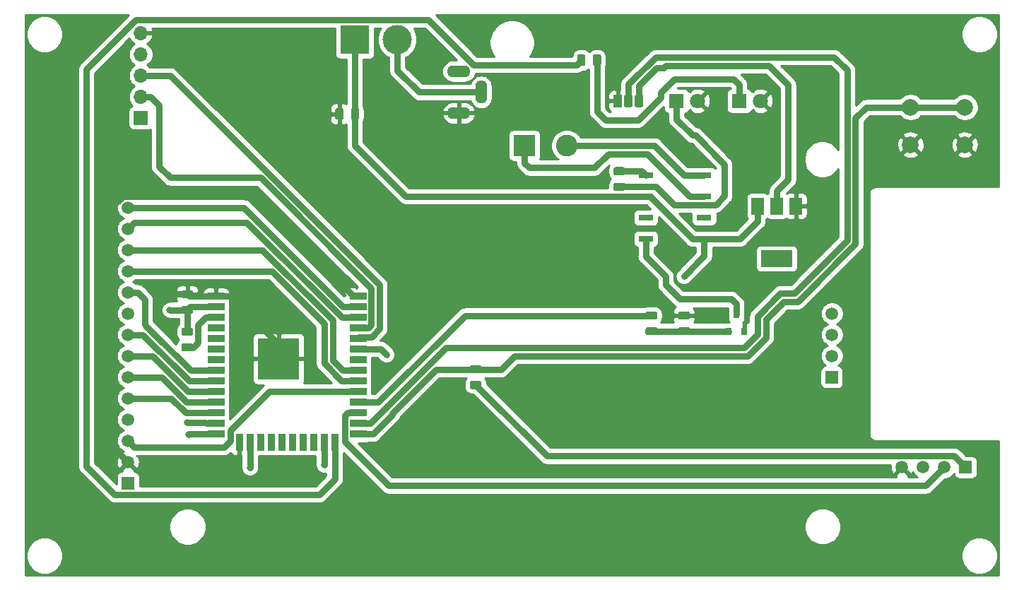
<source format=gbr>
G04 #@! TF.GenerationSoftware,KiCad,Pcbnew,5.1.5+dfsg1-2build2*
G04 #@! TF.CreationDate,2021-09-10T16:14:55+02:00*
G04 #@! TF.ProjectId,cronotempNuevo,63726f6e-6f74-4656-9d70-4e7565766f2e,rev?*
G04 #@! TF.SameCoordinates,Original*
G04 #@! TF.FileFunction,Copper,L1,Top*
G04 #@! TF.FilePolarity,Positive*
%FSLAX46Y46*%
G04 Gerber Fmt 4.6, Leading zero omitted, Abs format (unit mm)*
G04 Created by KiCad (PCBNEW 5.1.5+dfsg1-2build2) date 2021-09-10 16:14:55*
%MOMM*%
%LPD*%
G04 APERTURE LIST*
%ADD10C,1.500000*%
%ADD11R,1.500000X1.500000*%
%ADD12R,1.524000X1.524000*%
%ADD13C,0.100000*%
%ADD14C,1.800000*%
%ADD15R,1.800000X1.800000*%
%ADD16R,1.700000X1.700000*%
%ADD17O,1.700000X1.700000*%
%ADD18O,2.800000X1.400000*%
%ADD19O,1.400000X2.800000*%
%ADD20C,2.600000*%
%ADD21R,2.600000X2.600000*%
%ADD22R,0.800000X0.900000*%
%ADD23C,3.500120*%
%ADD24R,3.500120X3.500120*%
%ADD25C,2.000000*%
%ADD26R,5.000000X5.000000*%
%ADD27R,2.000000X0.900000*%
%ADD28R,0.900000X2.000000*%
%ADD29R,1.800000X0.800000*%
%ADD30R,0.500000X0.500000*%
%ADD31R,3.800000X2.000000*%
%ADD32R,1.500000X2.000000*%
%ADD33R,1.050000X1.500000*%
%ADD34C,0.800000*%
%ADD35C,0.800000*%
%ADD36C,0.254000*%
G04 APERTURE END LIST*
D10*
X147328000Y-136470000D03*
X147328000Y-139010000D03*
X147328000Y-141550000D03*
D11*
X147300000Y-144090000D03*
D10*
X63000000Y-123770000D03*
X63000000Y-126310000D03*
X63000000Y-128850000D03*
X63000000Y-131390000D03*
X63000000Y-133930000D03*
X63000000Y-136470000D03*
X63000000Y-139010000D03*
X63000000Y-141550000D03*
X63000000Y-144090000D03*
X63000000Y-146630000D03*
X63000000Y-149170000D03*
X63000000Y-151710000D03*
X63000000Y-154250000D03*
D12*
X63000000Y-156790000D03*
G04 #@! TA.AperFunction,SMDPad,CuDef*
D13*
G36*
X122330142Y-120801174D02*
G01*
X122353803Y-120804684D01*
X122377007Y-120810496D01*
X122399529Y-120818554D01*
X122421153Y-120828782D01*
X122441670Y-120841079D01*
X122460883Y-120855329D01*
X122478607Y-120871393D01*
X122494671Y-120889117D01*
X122508921Y-120908330D01*
X122521218Y-120928847D01*
X122531446Y-120950471D01*
X122539504Y-120972993D01*
X122545316Y-120996197D01*
X122548826Y-121019858D01*
X122550000Y-121043750D01*
X122550000Y-121531250D01*
X122548826Y-121555142D01*
X122545316Y-121578803D01*
X122539504Y-121602007D01*
X122531446Y-121624529D01*
X122521218Y-121646153D01*
X122508921Y-121666670D01*
X122494671Y-121685883D01*
X122478607Y-121703607D01*
X122460883Y-121719671D01*
X122441670Y-121733921D01*
X122421153Y-121746218D01*
X122399529Y-121756446D01*
X122377007Y-121764504D01*
X122353803Y-121770316D01*
X122330142Y-121773826D01*
X122306250Y-121775000D01*
X121393750Y-121775000D01*
X121369858Y-121773826D01*
X121346197Y-121770316D01*
X121322993Y-121764504D01*
X121300471Y-121756446D01*
X121278847Y-121746218D01*
X121258330Y-121733921D01*
X121239117Y-121719671D01*
X121221393Y-121703607D01*
X121205329Y-121685883D01*
X121191079Y-121666670D01*
X121178782Y-121646153D01*
X121168554Y-121624529D01*
X121160496Y-121602007D01*
X121154684Y-121578803D01*
X121151174Y-121555142D01*
X121150000Y-121531250D01*
X121150000Y-121043750D01*
X121151174Y-121019858D01*
X121154684Y-120996197D01*
X121160496Y-120972993D01*
X121168554Y-120950471D01*
X121178782Y-120928847D01*
X121191079Y-120908330D01*
X121205329Y-120889117D01*
X121221393Y-120871393D01*
X121239117Y-120855329D01*
X121258330Y-120841079D01*
X121278847Y-120828782D01*
X121300471Y-120818554D01*
X121322993Y-120810496D01*
X121346197Y-120804684D01*
X121369858Y-120801174D01*
X121393750Y-120800000D01*
X122306250Y-120800000D01*
X122330142Y-120801174D01*
G37*
G04 #@! TD.AperFunction*
G04 #@! TA.AperFunction,SMDPad,CuDef*
G36*
X122330142Y-118926174D02*
G01*
X122353803Y-118929684D01*
X122377007Y-118935496D01*
X122399529Y-118943554D01*
X122421153Y-118953782D01*
X122441670Y-118966079D01*
X122460883Y-118980329D01*
X122478607Y-118996393D01*
X122494671Y-119014117D01*
X122508921Y-119033330D01*
X122521218Y-119053847D01*
X122531446Y-119075471D01*
X122539504Y-119097993D01*
X122545316Y-119121197D01*
X122548826Y-119144858D01*
X122550000Y-119168750D01*
X122550000Y-119656250D01*
X122548826Y-119680142D01*
X122545316Y-119703803D01*
X122539504Y-119727007D01*
X122531446Y-119749529D01*
X122521218Y-119771153D01*
X122508921Y-119791670D01*
X122494671Y-119810883D01*
X122478607Y-119828607D01*
X122460883Y-119844671D01*
X122441670Y-119858921D01*
X122421153Y-119871218D01*
X122399529Y-119881446D01*
X122377007Y-119889504D01*
X122353803Y-119895316D01*
X122330142Y-119898826D01*
X122306250Y-119900000D01*
X121393750Y-119900000D01*
X121369858Y-119898826D01*
X121346197Y-119895316D01*
X121322993Y-119889504D01*
X121300471Y-119881446D01*
X121278847Y-119871218D01*
X121258330Y-119858921D01*
X121239117Y-119844671D01*
X121221393Y-119828607D01*
X121205329Y-119810883D01*
X121191079Y-119791670D01*
X121178782Y-119771153D01*
X121168554Y-119749529D01*
X121160496Y-119727007D01*
X121154684Y-119703803D01*
X121151174Y-119680142D01*
X121150000Y-119656250D01*
X121150000Y-119168750D01*
X121151174Y-119144858D01*
X121154684Y-119121197D01*
X121160496Y-119097993D01*
X121168554Y-119075471D01*
X121178782Y-119053847D01*
X121191079Y-119033330D01*
X121205329Y-119014117D01*
X121221393Y-118996393D01*
X121239117Y-118980329D01*
X121258330Y-118966079D01*
X121278847Y-118953782D01*
X121300471Y-118943554D01*
X121322993Y-118935496D01*
X121346197Y-118929684D01*
X121369858Y-118926174D01*
X121393750Y-118925000D01*
X122306250Y-118925000D01*
X122330142Y-118926174D01*
G37*
G04 #@! TD.AperFunction*
D14*
X131240000Y-111000000D03*
D15*
X128700000Y-111000000D03*
D16*
X64516000Y-113030000D03*
D17*
X64516000Y-110490000D03*
X64516000Y-107950000D03*
X64516000Y-105410000D03*
X64516000Y-102870000D03*
G04 #@! TA.AperFunction,SMDPad,CuDef*
D13*
G36*
X70580142Y-135551174D02*
G01*
X70603803Y-135554684D01*
X70627007Y-135560496D01*
X70649529Y-135568554D01*
X70671153Y-135578782D01*
X70691670Y-135591079D01*
X70710883Y-135605329D01*
X70728607Y-135621393D01*
X70744671Y-135639117D01*
X70758921Y-135658330D01*
X70771218Y-135678847D01*
X70781446Y-135700471D01*
X70789504Y-135722993D01*
X70795316Y-135746197D01*
X70798826Y-135769858D01*
X70800000Y-135793750D01*
X70800000Y-136281250D01*
X70798826Y-136305142D01*
X70795316Y-136328803D01*
X70789504Y-136352007D01*
X70781446Y-136374529D01*
X70771218Y-136396153D01*
X70758921Y-136416670D01*
X70744671Y-136435883D01*
X70728607Y-136453607D01*
X70710883Y-136469671D01*
X70691670Y-136483921D01*
X70671153Y-136496218D01*
X70649529Y-136506446D01*
X70627007Y-136514504D01*
X70603803Y-136520316D01*
X70580142Y-136523826D01*
X70556250Y-136525000D01*
X69643750Y-136525000D01*
X69619858Y-136523826D01*
X69596197Y-136520316D01*
X69572993Y-136514504D01*
X69550471Y-136506446D01*
X69528847Y-136496218D01*
X69508330Y-136483921D01*
X69489117Y-136469671D01*
X69471393Y-136453607D01*
X69455329Y-136435883D01*
X69441079Y-136416670D01*
X69428782Y-136396153D01*
X69418554Y-136374529D01*
X69410496Y-136352007D01*
X69404684Y-136328803D01*
X69401174Y-136305142D01*
X69400000Y-136281250D01*
X69400000Y-135793750D01*
X69401174Y-135769858D01*
X69404684Y-135746197D01*
X69410496Y-135722993D01*
X69418554Y-135700471D01*
X69428782Y-135678847D01*
X69441079Y-135658330D01*
X69455329Y-135639117D01*
X69471393Y-135621393D01*
X69489117Y-135605329D01*
X69508330Y-135591079D01*
X69528847Y-135578782D01*
X69550471Y-135568554D01*
X69572993Y-135560496D01*
X69596197Y-135554684D01*
X69619858Y-135551174D01*
X69643750Y-135550000D01*
X70556250Y-135550000D01*
X70580142Y-135551174D01*
G37*
G04 #@! TD.AperFunction*
G04 #@! TA.AperFunction,SMDPad,CuDef*
G36*
X70580142Y-133676174D02*
G01*
X70603803Y-133679684D01*
X70627007Y-133685496D01*
X70649529Y-133693554D01*
X70671153Y-133703782D01*
X70691670Y-133716079D01*
X70710883Y-133730329D01*
X70728607Y-133746393D01*
X70744671Y-133764117D01*
X70758921Y-133783330D01*
X70771218Y-133803847D01*
X70781446Y-133825471D01*
X70789504Y-133847993D01*
X70795316Y-133871197D01*
X70798826Y-133894858D01*
X70800000Y-133918750D01*
X70800000Y-134406250D01*
X70798826Y-134430142D01*
X70795316Y-134453803D01*
X70789504Y-134477007D01*
X70781446Y-134499529D01*
X70771218Y-134521153D01*
X70758921Y-134541670D01*
X70744671Y-134560883D01*
X70728607Y-134578607D01*
X70710883Y-134594671D01*
X70691670Y-134608921D01*
X70671153Y-134621218D01*
X70649529Y-134631446D01*
X70627007Y-134639504D01*
X70603803Y-134645316D01*
X70580142Y-134648826D01*
X70556250Y-134650000D01*
X69643750Y-134650000D01*
X69619858Y-134648826D01*
X69596197Y-134645316D01*
X69572993Y-134639504D01*
X69550471Y-134631446D01*
X69528847Y-134621218D01*
X69508330Y-134608921D01*
X69489117Y-134594671D01*
X69471393Y-134578607D01*
X69455329Y-134560883D01*
X69441079Y-134541670D01*
X69428782Y-134521153D01*
X69418554Y-134499529D01*
X69410496Y-134477007D01*
X69404684Y-134453803D01*
X69401174Y-134430142D01*
X69400000Y-134406250D01*
X69400000Y-133918750D01*
X69401174Y-133894858D01*
X69404684Y-133871197D01*
X69410496Y-133847993D01*
X69418554Y-133825471D01*
X69428782Y-133803847D01*
X69441079Y-133783330D01*
X69455329Y-133764117D01*
X69471393Y-133746393D01*
X69489117Y-133730329D01*
X69508330Y-133716079D01*
X69528847Y-133703782D01*
X69550471Y-133693554D01*
X69572993Y-133685496D01*
X69596197Y-133679684D01*
X69619858Y-133676174D01*
X69643750Y-133675000D01*
X70556250Y-133675000D01*
X70580142Y-133676174D01*
G37*
G04 #@! TD.AperFunction*
G04 #@! TA.AperFunction,SMDPad,CuDef*
G36*
X117580142Y-105401174D02*
G01*
X117603803Y-105404684D01*
X117627007Y-105410496D01*
X117649529Y-105418554D01*
X117671153Y-105428782D01*
X117691670Y-105441079D01*
X117710883Y-105455329D01*
X117728607Y-105471393D01*
X117744671Y-105489117D01*
X117758921Y-105508330D01*
X117771218Y-105528847D01*
X117781446Y-105550471D01*
X117789504Y-105572993D01*
X117795316Y-105596197D01*
X117798826Y-105619858D01*
X117800000Y-105643750D01*
X117800000Y-106556250D01*
X117798826Y-106580142D01*
X117795316Y-106603803D01*
X117789504Y-106627007D01*
X117781446Y-106649529D01*
X117771218Y-106671153D01*
X117758921Y-106691670D01*
X117744671Y-106710883D01*
X117728607Y-106728607D01*
X117710883Y-106744671D01*
X117691670Y-106758921D01*
X117671153Y-106771218D01*
X117649529Y-106781446D01*
X117627007Y-106789504D01*
X117603803Y-106795316D01*
X117580142Y-106798826D01*
X117556250Y-106800000D01*
X117068750Y-106800000D01*
X117044858Y-106798826D01*
X117021197Y-106795316D01*
X116997993Y-106789504D01*
X116975471Y-106781446D01*
X116953847Y-106771218D01*
X116933330Y-106758921D01*
X116914117Y-106744671D01*
X116896393Y-106728607D01*
X116880329Y-106710883D01*
X116866079Y-106691670D01*
X116853782Y-106671153D01*
X116843554Y-106649529D01*
X116835496Y-106627007D01*
X116829684Y-106603803D01*
X116826174Y-106580142D01*
X116825000Y-106556250D01*
X116825000Y-105643750D01*
X116826174Y-105619858D01*
X116829684Y-105596197D01*
X116835496Y-105572993D01*
X116843554Y-105550471D01*
X116853782Y-105528847D01*
X116866079Y-105508330D01*
X116880329Y-105489117D01*
X116896393Y-105471393D01*
X116914117Y-105455329D01*
X116933330Y-105441079D01*
X116953847Y-105428782D01*
X116975471Y-105418554D01*
X116997993Y-105410496D01*
X117021197Y-105404684D01*
X117044858Y-105401174D01*
X117068750Y-105400000D01*
X117556250Y-105400000D01*
X117580142Y-105401174D01*
G37*
G04 #@! TD.AperFunction*
G04 #@! TA.AperFunction,SMDPad,CuDef*
G36*
X119455142Y-105401174D02*
G01*
X119478803Y-105404684D01*
X119502007Y-105410496D01*
X119524529Y-105418554D01*
X119546153Y-105428782D01*
X119566670Y-105441079D01*
X119585883Y-105455329D01*
X119603607Y-105471393D01*
X119619671Y-105489117D01*
X119633921Y-105508330D01*
X119646218Y-105528847D01*
X119656446Y-105550471D01*
X119664504Y-105572993D01*
X119670316Y-105596197D01*
X119673826Y-105619858D01*
X119675000Y-105643750D01*
X119675000Y-106556250D01*
X119673826Y-106580142D01*
X119670316Y-106603803D01*
X119664504Y-106627007D01*
X119656446Y-106649529D01*
X119646218Y-106671153D01*
X119633921Y-106691670D01*
X119619671Y-106710883D01*
X119603607Y-106728607D01*
X119585883Y-106744671D01*
X119566670Y-106758921D01*
X119546153Y-106771218D01*
X119524529Y-106781446D01*
X119502007Y-106789504D01*
X119478803Y-106795316D01*
X119455142Y-106798826D01*
X119431250Y-106800000D01*
X118943750Y-106800000D01*
X118919858Y-106798826D01*
X118896197Y-106795316D01*
X118872993Y-106789504D01*
X118850471Y-106781446D01*
X118828847Y-106771218D01*
X118808330Y-106758921D01*
X118789117Y-106744671D01*
X118771393Y-106728607D01*
X118755329Y-106710883D01*
X118741079Y-106691670D01*
X118728782Y-106671153D01*
X118718554Y-106649529D01*
X118710496Y-106627007D01*
X118704684Y-106603803D01*
X118701174Y-106580142D01*
X118700000Y-106556250D01*
X118700000Y-105643750D01*
X118701174Y-105619858D01*
X118704684Y-105596197D01*
X118710496Y-105572993D01*
X118718554Y-105550471D01*
X118728782Y-105528847D01*
X118741079Y-105508330D01*
X118755329Y-105489117D01*
X118771393Y-105471393D01*
X118789117Y-105455329D01*
X118808330Y-105441079D01*
X118828847Y-105428782D01*
X118850471Y-105418554D01*
X118872993Y-105410496D01*
X118896197Y-105404684D01*
X118919858Y-105401174D01*
X118943750Y-105400000D01*
X119431250Y-105400000D01*
X119455142Y-105401174D01*
G37*
G04 #@! TD.AperFunction*
D18*
X102616000Y-112442000D03*
X102616000Y-107442000D03*
D19*
X105316000Y-109942000D03*
G04 #@! TA.AperFunction,SMDPad,CuDef*
D13*
G36*
X70580142Y-140051174D02*
G01*
X70603803Y-140054684D01*
X70627007Y-140060496D01*
X70649529Y-140068554D01*
X70671153Y-140078782D01*
X70691670Y-140091079D01*
X70710883Y-140105329D01*
X70728607Y-140121393D01*
X70744671Y-140139117D01*
X70758921Y-140158330D01*
X70771218Y-140178847D01*
X70781446Y-140200471D01*
X70789504Y-140222993D01*
X70795316Y-140246197D01*
X70798826Y-140269858D01*
X70800000Y-140293750D01*
X70800000Y-140781250D01*
X70798826Y-140805142D01*
X70795316Y-140828803D01*
X70789504Y-140852007D01*
X70781446Y-140874529D01*
X70771218Y-140896153D01*
X70758921Y-140916670D01*
X70744671Y-140935883D01*
X70728607Y-140953607D01*
X70710883Y-140969671D01*
X70691670Y-140983921D01*
X70671153Y-140996218D01*
X70649529Y-141006446D01*
X70627007Y-141014504D01*
X70603803Y-141020316D01*
X70580142Y-141023826D01*
X70556250Y-141025000D01*
X69643750Y-141025000D01*
X69619858Y-141023826D01*
X69596197Y-141020316D01*
X69572993Y-141014504D01*
X69550471Y-141006446D01*
X69528847Y-140996218D01*
X69508330Y-140983921D01*
X69489117Y-140969671D01*
X69471393Y-140953607D01*
X69455329Y-140935883D01*
X69441079Y-140916670D01*
X69428782Y-140896153D01*
X69418554Y-140874529D01*
X69410496Y-140852007D01*
X69404684Y-140828803D01*
X69401174Y-140805142D01*
X69400000Y-140781250D01*
X69400000Y-140293750D01*
X69401174Y-140269858D01*
X69404684Y-140246197D01*
X69410496Y-140222993D01*
X69418554Y-140200471D01*
X69428782Y-140178847D01*
X69441079Y-140158330D01*
X69455329Y-140139117D01*
X69471393Y-140121393D01*
X69489117Y-140105329D01*
X69508330Y-140091079D01*
X69528847Y-140078782D01*
X69550471Y-140068554D01*
X69572993Y-140060496D01*
X69596197Y-140054684D01*
X69619858Y-140051174D01*
X69643750Y-140050000D01*
X70556250Y-140050000D01*
X70580142Y-140051174D01*
G37*
G04 #@! TD.AperFunction*
G04 #@! TA.AperFunction,SMDPad,CuDef*
G36*
X70580142Y-138176174D02*
G01*
X70603803Y-138179684D01*
X70627007Y-138185496D01*
X70649529Y-138193554D01*
X70671153Y-138203782D01*
X70691670Y-138216079D01*
X70710883Y-138230329D01*
X70728607Y-138246393D01*
X70744671Y-138264117D01*
X70758921Y-138283330D01*
X70771218Y-138303847D01*
X70781446Y-138325471D01*
X70789504Y-138347993D01*
X70795316Y-138371197D01*
X70798826Y-138394858D01*
X70800000Y-138418750D01*
X70800000Y-138906250D01*
X70798826Y-138930142D01*
X70795316Y-138953803D01*
X70789504Y-138977007D01*
X70781446Y-138999529D01*
X70771218Y-139021153D01*
X70758921Y-139041670D01*
X70744671Y-139060883D01*
X70728607Y-139078607D01*
X70710883Y-139094671D01*
X70691670Y-139108921D01*
X70671153Y-139121218D01*
X70649529Y-139131446D01*
X70627007Y-139139504D01*
X70603803Y-139145316D01*
X70580142Y-139148826D01*
X70556250Y-139150000D01*
X69643750Y-139150000D01*
X69619858Y-139148826D01*
X69596197Y-139145316D01*
X69572993Y-139139504D01*
X69550471Y-139131446D01*
X69528847Y-139121218D01*
X69508330Y-139108921D01*
X69489117Y-139094671D01*
X69471393Y-139078607D01*
X69455329Y-139060883D01*
X69441079Y-139041670D01*
X69428782Y-139021153D01*
X69418554Y-138999529D01*
X69410496Y-138977007D01*
X69404684Y-138953803D01*
X69401174Y-138930142D01*
X69400000Y-138906250D01*
X69400000Y-138418750D01*
X69401174Y-138394858D01*
X69404684Y-138371197D01*
X69410496Y-138347993D01*
X69418554Y-138325471D01*
X69428782Y-138303847D01*
X69441079Y-138283330D01*
X69455329Y-138264117D01*
X69471393Y-138246393D01*
X69489117Y-138230329D01*
X69508330Y-138216079D01*
X69528847Y-138203782D01*
X69550471Y-138193554D01*
X69572993Y-138185496D01*
X69596197Y-138179684D01*
X69619858Y-138176174D01*
X69643750Y-138175000D01*
X70556250Y-138175000D01*
X70580142Y-138176174D01*
G37*
G04 #@! TD.AperFunction*
D20*
X115570000Y-116332000D03*
D21*
X110490000Y-116332000D03*
D22*
X135900000Y-136600000D03*
X136850000Y-138600000D03*
X134950000Y-138600000D03*
D23*
X95250000Y-103632000D03*
D24*
X90170000Y-103632000D03*
D14*
X138770000Y-111000000D03*
D15*
X136230000Y-111000000D03*
D25*
X156750000Y-111740000D03*
X156750000Y-116240000D03*
X163250000Y-111740000D03*
X163250000Y-116240000D03*
D26*
X81050000Y-141900000D03*
D27*
X73550000Y-134400000D03*
X73550000Y-135670000D03*
X73550000Y-136940000D03*
X73550000Y-138210000D03*
X73550000Y-139480000D03*
X73550000Y-140750000D03*
X73550000Y-142020000D03*
X73550000Y-143290000D03*
X73550000Y-144560000D03*
X73550000Y-145830000D03*
X73550000Y-147100000D03*
X73550000Y-148370000D03*
X73550000Y-149640000D03*
X73550000Y-150910000D03*
D28*
X76335000Y-151910000D03*
X77605000Y-151910000D03*
X78875000Y-151910000D03*
X80145000Y-151910000D03*
X81415000Y-151910000D03*
X82685000Y-151910000D03*
X83955000Y-151910000D03*
X85225000Y-151910000D03*
X86495000Y-151910000D03*
X87765000Y-151910000D03*
D27*
X90550000Y-150910000D03*
X90550000Y-149640000D03*
X90550000Y-148370000D03*
X90550000Y-147100000D03*
X90550000Y-145830000D03*
X90550000Y-144560000D03*
X90550000Y-143290000D03*
X90550000Y-142020000D03*
X90550000Y-140750000D03*
X90550000Y-139480000D03*
X90550000Y-138210000D03*
X90550000Y-136940000D03*
X90550000Y-135670000D03*
X90550000Y-134400000D03*
D11*
X163350000Y-154900000D03*
D10*
X160810000Y-154900000D03*
X158270000Y-154900000D03*
X155730000Y-154900000D03*
G04 #@! TA.AperFunction,SMDPad,CuDef*
D13*
G36*
X88580142Y-111851174D02*
G01*
X88603803Y-111854684D01*
X88627007Y-111860496D01*
X88649529Y-111868554D01*
X88671153Y-111878782D01*
X88691670Y-111891079D01*
X88710883Y-111905329D01*
X88728607Y-111921393D01*
X88744671Y-111939117D01*
X88758921Y-111958330D01*
X88771218Y-111978847D01*
X88781446Y-112000471D01*
X88789504Y-112022993D01*
X88795316Y-112046197D01*
X88798826Y-112069858D01*
X88800000Y-112093750D01*
X88800000Y-113006250D01*
X88798826Y-113030142D01*
X88795316Y-113053803D01*
X88789504Y-113077007D01*
X88781446Y-113099529D01*
X88771218Y-113121153D01*
X88758921Y-113141670D01*
X88744671Y-113160883D01*
X88728607Y-113178607D01*
X88710883Y-113194671D01*
X88691670Y-113208921D01*
X88671153Y-113221218D01*
X88649529Y-113231446D01*
X88627007Y-113239504D01*
X88603803Y-113245316D01*
X88580142Y-113248826D01*
X88556250Y-113250000D01*
X88068750Y-113250000D01*
X88044858Y-113248826D01*
X88021197Y-113245316D01*
X87997993Y-113239504D01*
X87975471Y-113231446D01*
X87953847Y-113221218D01*
X87933330Y-113208921D01*
X87914117Y-113194671D01*
X87896393Y-113178607D01*
X87880329Y-113160883D01*
X87866079Y-113141670D01*
X87853782Y-113121153D01*
X87843554Y-113099529D01*
X87835496Y-113077007D01*
X87829684Y-113053803D01*
X87826174Y-113030142D01*
X87825000Y-113006250D01*
X87825000Y-112093750D01*
X87826174Y-112069858D01*
X87829684Y-112046197D01*
X87835496Y-112022993D01*
X87843554Y-112000471D01*
X87853782Y-111978847D01*
X87866079Y-111958330D01*
X87880329Y-111939117D01*
X87896393Y-111921393D01*
X87914117Y-111905329D01*
X87933330Y-111891079D01*
X87953847Y-111878782D01*
X87975471Y-111868554D01*
X87997993Y-111860496D01*
X88021197Y-111854684D01*
X88044858Y-111851174D01*
X88068750Y-111850000D01*
X88556250Y-111850000D01*
X88580142Y-111851174D01*
G37*
G04 #@! TD.AperFunction*
G04 #@! TA.AperFunction,SMDPad,CuDef*
G36*
X90455142Y-111851174D02*
G01*
X90478803Y-111854684D01*
X90502007Y-111860496D01*
X90524529Y-111868554D01*
X90546153Y-111878782D01*
X90566670Y-111891079D01*
X90585883Y-111905329D01*
X90603607Y-111921393D01*
X90619671Y-111939117D01*
X90633921Y-111958330D01*
X90646218Y-111978847D01*
X90656446Y-112000471D01*
X90664504Y-112022993D01*
X90670316Y-112046197D01*
X90673826Y-112069858D01*
X90675000Y-112093750D01*
X90675000Y-113006250D01*
X90673826Y-113030142D01*
X90670316Y-113053803D01*
X90664504Y-113077007D01*
X90656446Y-113099529D01*
X90646218Y-113121153D01*
X90633921Y-113141670D01*
X90619671Y-113160883D01*
X90603607Y-113178607D01*
X90585883Y-113194671D01*
X90566670Y-113208921D01*
X90546153Y-113221218D01*
X90524529Y-113231446D01*
X90502007Y-113239504D01*
X90478803Y-113245316D01*
X90455142Y-113248826D01*
X90431250Y-113250000D01*
X89943750Y-113250000D01*
X89919858Y-113248826D01*
X89896197Y-113245316D01*
X89872993Y-113239504D01*
X89850471Y-113231446D01*
X89828847Y-113221218D01*
X89808330Y-113208921D01*
X89789117Y-113194671D01*
X89771393Y-113178607D01*
X89755329Y-113160883D01*
X89741079Y-113141670D01*
X89728782Y-113121153D01*
X89718554Y-113099529D01*
X89710496Y-113077007D01*
X89704684Y-113053803D01*
X89701174Y-113030142D01*
X89700000Y-113006250D01*
X89700000Y-112093750D01*
X89701174Y-112069858D01*
X89704684Y-112046197D01*
X89710496Y-112022993D01*
X89718554Y-112000471D01*
X89728782Y-111978847D01*
X89741079Y-111958330D01*
X89755329Y-111939117D01*
X89771393Y-111921393D01*
X89789117Y-111905329D01*
X89808330Y-111891079D01*
X89828847Y-111878782D01*
X89850471Y-111868554D01*
X89872993Y-111860496D01*
X89896197Y-111854684D01*
X89919858Y-111851174D01*
X89943750Y-111850000D01*
X90431250Y-111850000D01*
X90455142Y-111851174D01*
G37*
G04 #@! TD.AperFunction*
G04 #@! TA.AperFunction,SMDPad,CuDef*
G36*
X126180142Y-136226174D02*
G01*
X126203803Y-136229684D01*
X126227007Y-136235496D01*
X126249529Y-136243554D01*
X126271153Y-136253782D01*
X126291670Y-136266079D01*
X126310883Y-136280329D01*
X126328607Y-136296393D01*
X126344671Y-136314117D01*
X126358921Y-136333330D01*
X126371218Y-136353847D01*
X126381446Y-136375471D01*
X126389504Y-136397993D01*
X126395316Y-136421197D01*
X126398826Y-136444858D01*
X126400000Y-136468750D01*
X126400000Y-136956250D01*
X126398826Y-136980142D01*
X126395316Y-137003803D01*
X126389504Y-137027007D01*
X126381446Y-137049529D01*
X126371218Y-137071153D01*
X126358921Y-137091670D01*
X126344671Y-137110883D01*
X126328607Y-137128607D01*
X126310883Y-137144671D01*
X126291670Y-137158921D01*
X126271153Y-137171218D01*
X126249529Y-137181446D01*
X126227007Y-137189504D01*
X126203803Y-137195316D01*
X126180142Y-137198826D01*
X126156250Y-137200000D01*
X125243750Y-137200000D01*
X125219858Y-137198826D01*
X125196197Y-137195316D01*
X125172993Y-137189504D01*
X125150471Y-137181446D01*
X125128847Y-137171218D01*
X125108330Y-137158921D01*
X125089117Y-137144671D01*
X125071393Y-137128607D01*
X125055329Y-137110883D01*
X125041079Y-137091670D01*
X125028782Y-137071153D01*
X125018554Y-137049529D01*
X125010496Y-137027007D01*
X125004684Y-137003803D01*
X125001174Y-136980142D01*
X125000000Y-136956250D01*
X125000000Y-136468750D01*
X125001174Y-136444858D01*
X125004684Y-136421197D01*
X125010496Y-136397993D01*
X125018554Y-136375471D01*
X125028782Y-136353847D01*
X125041079Y-136333330D01*
X125055329Y-136314117D01*
X125071393Y-136296393D01*
X125089117Y-136280329D01*
X125108330Y-136266079D01*
X125128847Y-136253782D01*
X125150471Y-136243554D01*
X125172993Y-136235496D01*
X125196197Y-136229684D01*
X125219858Y-136226174D01*
X125243750Y-136225000D01*
X126156250Y-136225000D01*
X126180142Y-136226174D01*
G37*
G04 #@! TD.AperFunction*
G04 #@! TA.AperFunction,SMDPad,CuDef*
G36*
X126180142Y-138101174D02*
G01*
X126203803Y-138104684D01*
X126227007Y-138110496D01*
X126249529Y-138118554D01*
X126271153Y-138128782D01*
X126291670Y-138141079D01*
X126310883Y-138155329D01*
X126328607Y-138171393D01*
X126344671Y-138189117D01*
X126358921Y-138208330D01*
X126371218Y-138228847D01*
X126381446Y-138250471D01*
X126389504Y-138272993D01*
X126395316Y-138296197D01*
X126398826Y-138319858D01*
X126400000Y-138343750D01*
X126400000Y-138831250D01*
X126398826Y-138855142D01*
X126395316Y-138878803D01*
X126389504Y-138902007D01*
X126381446Y-138924529D01*
X126371218Y-138946153D01*
X126358921Y-138966670D01*
X126344671Y-138985883D01*
X126328607Y-139003607D01*
X126310883Y-139019671D01*
X126291670Y-139033921D01*
X126271153Y-139046218D01*
X126249529Y-139056446D01*
X126227007Y-139064504D01*
X126203803Y-139070316D01*
X126180142Y-139073826D01*
X126156250Y-139075000D01*
X125243750Y-139075000D01*
X125219858Y-139073826D01*
X125196197Y-139070316D01*
X125172993Y-139064504D01*
X125150471Y-139056446D01*
X125128847Y-139046218D01*
X125108330Y-139033921D01*
X125089117Y-139019671D01*
X125071393Y-139003607D01*
X125055329Y-138985883D01*
X125041079Y-138966670D01*
X125028782Y-138946153D01*
X125018554Y-138924529D01*
X125010496Y-138902007D01*
X125004684Y-138878803D01*
X125001174Y-138855142D01*
X125000000Y-138831250D01*
X125000000Y-138343750D01*
X125001174Y-138319858D01*
X125004684Y-138296197D01*
X125010496Y-138272993D01*
X125018554Y-138250471D01*
X125028782Y-138228847D01*
X125041079Y-138208330D01*
X125055329Y-138189117D01*
X125071393Y-138171393D01*
X125089117Y-138155329D01*
X125108330Y-138141079D01*
X125128847Y-138128782D01*
X125150471Y-138118554D01*
X125172993Y-138110496D01*
X125196197Y-138104684D01*
X125219858Y-138101174D01*
X125243750Y-138100000D01*
X126156250Y-138100000D01*
X126180142Y-138101174D01*
G37*
G04 #@! TD.AperFunction*
G04 #@! TA.AperFunction,SMDPad,CuDef*
G36*
X130080142Y-136226174D02*
G01*
X130103803Y-136229684D01*
X130127007Y-136235496D01*
X130149529Y-136243554D01*
X130171153Y-136253782D01*
X130191670Y-136266079D01*
X130210883Y-136280329D01*
X130228607Y-136296393D01*
X130244671Y-136314117D01*
X130258921Y-136333330D01*
X130271218Y-136353847D01*
X130281446Y-136375471D01*
X130289504Y-136397993D01*
X130295316Y-136421197D01*
X130298826Y-136444858D01*
X130300000Y-136468750D01*
X130300000Y-136956250D01*
X130298826Y-136980142D01*
X130295316Y-137003803D01*
X130289504Y-137027007D01*
X130281446Y-137049529D01*
X130271218Y-137071153D01*
X130258921Y-137091670D01*
X130244671Y-137110883D01*
X130228607Y-137128607D01*
X130210883Y-137144671D01*
X130191670Y-137158921D01*
X130171153Y-137171218D01*
X130149529Y-137181446D01*
X130127007Y-137189504D01*
X130103803Y-137195316D01*
X130080142Y-137198826D01*
X130056250Y-137200000D01*
X129143750Y-137200000D01*
X129119858Y-137198826D01*
X129096197Y-137195316D01*
X129072993Y-137189504D01*
X129050471Y-137181446D01*
X129028847Y-137171218D01*
X129008330Y-137158921D01*
X128989117Y-137144671D01*
X128971393Y-137128607D01*
X128955329Y-137110883D01*
X128941079Y-137091670D01*
X128928782Y-137071153D01*
X128918554Y-137049529D01*
X128910496Y-137027007D01*
X128904684Y-137003803D01*
X128901174Y-136980142D01*
X128900000Y-136956250D01*
X128900000Y-136468750D01*
X128901174Y-136444858D01*
X128904684Y-136421197D01*
X128910496Y-136397993D01*
X128918554Y-136375471D01*
X128928782Y-136353847D01*
X128941079Y-136333330D01*
X128955329Y-136314117D01*
X128971393Y-136296393D01*
X128989117Y-136280329D01*
X129008330Y-136266079D01*
X129028847Y-136253782D01*
X129050471Y-136243554D01*
X129072993Y-136235496D01*
X129096197Y-136229684D01*
X129119858Y-136226174D01*
X129143750Y-136225000D01*
X130056250Y-136225000D01*
X130080142Y-136226174D01*
G37*
G04 #@! TD.AperFunction*
G04 #@! TA.AperFunction,SMDPad,CuDef*
G36*
X130080142Y-138101174D02*
G01*
X130103803Y-138104684D01*
X130127007Y-138110496D01*
X130149529Y-138118554D01*
X130171153Y-138128782D01*
X130191670Y-138141079D01*
X130210883Y-138155329D01*
X130228607Y-138171393D01*
X130244671Y-138189117D01*
X130258921Y-138208330D01*
X130271218Y-138228847D01*
X130281446Y-138250471D01*
X130289504Y-138272993D01*
X130295316Y-138296197D01*
X130298826Y-138319858D01*
X130300000Y-138343750D01*
X130300000Y-138831250D01*
X130298826Y-138855142D01*
X130295316Y-138878803D01*
X130289504Y-138902007D01*
X130281446Y-138924529D01*
X130271218Y-138946153D01*
X130258921Y-138966670D01*
X130244671Y-138985883D01*
X130228607Y-139003607D01*
X130210883Y-139019671D01*
X130191670Y-139033921D01*
X130171153Y-139046218D01*
X130149529Y-139056446D01*
X130127007Y-139064504D01*
X130103803Y-139070316D01*
X130080142Y-139073826D01*
X130056250Y-139075000D01*
X129143750Y-139075000D01*
X129119858Y-139073826D01*
X129096197Y-139070316D01*
X129072993Y-139064504D01*
X129050471Y-139056446D01*
X129028847Y-139046218D01*
X129008330Y-139033921D01*
X128989117Y-139019671D01*
X128971393Y-139003607D01*
X128955329Y-138985883D01*
X128941079Y-138966670D01*
X128928782Y-138946153D01*
X128918554Y-138924529D01*
X128910496Y-138902007D01*
X128904684Y-138878803D01*
X128901174Y-138855142D01*
X128900000Y-138831250D01*
X128900000Y-138343750D01*
X128901174Y-138319858D01*
X128904684Y-138296197D01*
X128910496Y-138272993D01*
X128918554Y-138250471D01*
X128928782Y-138228847D01*
X128941079Y-138208330D01*
X128955329Y-138189117D01*
X128971393Y-138171393D01*
X128989117Y-138155329D01*
X129008330Y-138141079D01*
X129028847Y-138128782D01*
X129050471Y-138118554D01*
X129072993Y-138110496D01*
X129096197Y-138104684D01*
X129119858Y-138101174D01*
X129143750Y-138100000D01*
X130056250Y-138100000D01*
X130080142Y-138101174D01*
G37*
G04 #@! TD.AperFunction*
G04 #@! TA.AperFunction,SMDPad,CuDef*
G36*
X105130142Y-144551174D02*
G01*
X105153803Y-144554684D01*
X105177007Y-144560496D01*
X105199529Y-144568554D01*
X105221153Y-144578782D01*
X105241670Y-144591079D01*
X105260883Y-144605329D01*
X105278607Y-144621393D01*
X105294671Y-144639117D01*
X105308921Y-144658330D01*
X105321218Y-144678847D01*
X105331446Y-144700471D01*
X105339504Y-144722993D01*
X105345316Y-144746197D01*
X105348826Y-144769858D01*
X105350000Y-144793750D01*
X105350000Y-145281250D01*
X105348826Y-145305142D01*
X105345316Y-145328803D01*
X105339504Y-145352007D01*
X105331446Y-145374529D01*
X105321218Y-145396153D01*
X105308921Y-145416670D01*
X105294671Y-145435883D01*
X105278607Y-145453607D01*
X105260883Y-145469671D01*
X105241670Y-145483921D01*
X105221153Y-145496218D01*
X105199529Y-145506446D01*
X105177007Y-145514504D01*
X105153803Y-145520316D01*
X105130142Y-145523826D01*
X105106250Y-145525000D01*
X104193750Y-145525000D01*
X104169858Y-145523826D01*
X104146197Y-145520316D01*
X104122993Y-145514504D01*
X104100471Y-145506446D01*
X104078847Y-145496218D01*
X104058330Y-145483921D01*
X104039117Y-145469671D01*
X104021393Y-145453607D01*
X104005329Y-145435883D01*
X103991079Y-145416670D01*
X103978782Y-145396153D01*
X103968554Y-145374529D01*
X103960496Y-145352007D01*
X103954684Y-145328803D01*
X103951174Y-145305142D01*
X103950000Y-145281250D01*
X103950000Y-144793750D01*
X103951174Y-144769858D01*
X103954684Y-144746197D01*
X103960496Y-144722993D01*
X103968554Y-144700471D01*
X103978782Y-144678847D01*
X103991079Y-144658330D01*
X104005329Y-144639117D01*
X104021393Y-144621393D01*
X104039117Y-144605329D01*
X104058330Y-144591079D01*
X104078847Y-144578782D01*
X104100471Y-144568554D01*
X104122993Y-144560496D01*
X104146197Y-144554684D01*
X104169858Y-144551174D01*
X104193750Y-144550000D01*
X105106250Y-144550000D01*
X105130142Y-144551174D01*
G37*
G04 #@! TD.AperFunction*
G04 #@! TA.AperFunction,SMDPad,CuDef*
G36*
X105130142Y-142676174D02*
G01*
X105153803Y-142679684D01*
X105177007Y-142685496D01*
X105199529Y-142693554D01*
X105221153Y-142703782D01*
X105241670Y-142716079D01*
X105260883Y-142730329D01*
X105278607Y-142746393D01*
X105294671Y-142764117D01*
X105308921Y-142783330D01*
X105321218Y-142803847D01*
X105331446Y-142825471D01*
X105339504Y-142847993D01*
X105345316Y-142871197D01*
X105348826Y-142894858D01*
X105350000Y-142918750D01*
X105350000Y-143406250D01*
X105348826Y-143430142D01*
X105345316Y-143453803D01*
X105339504Y-143477007D01*
X105331446Y-143499529D01*
X105321218Y-143521153D01*
X105308921Y-143541670D01*
X105294671Y-143560883D01*
X105278607Y-143578607D01*
X105260883Y-143594671D01*
X105241670Y-143608921D01*
X105221153Y-143621218D01*
X105199529Y-143631446D01*
X105177007Y-143639504D01*
X105153803Y-143645316D01*
X105130142Y-143648826D01*
X105106250Y-143650000D01*
X104193750Y-143650000D01*
X104169858Y-143648826D01*
X104146197Y-143645316D01*
X104122993Y-143639504D01*
X104100471Y-143631446D01*
X104078847Y-143621218D01*
X104058330Y-143608921D01*
X104039117Y-143594671D01*
X104021393Y-143578607D01*
X104005329Y-143560883D01*
X103991079Y-143541670D01*
X103978782Y-143521153D01*
X103968554Y-143499529D01*
X103960496Y-143477007D01*
X103954684Y-143453803D01*
X103951174Y-143430142D01*
X103950000Y-143406250D01*
X103950000Y-142918750D01*
X103951174Y-142894858D01*
X103954684Y-142871197D01*
X103960496Y-142847993D01*
X103968554Y-142825471D01*
X103978782Y-142803847D01*
X103991079Y-142783330D01*
X104005329Y-142764117D01*
X104021393Y-142746393D01*
X104039117Y-142730329D01*
X104058330Y-142716079D01*
X104078847Y-142703782D01*
X104100471Y-142693554D01*
X104122993Y-142685496D01*
X104146197Y-142679684D01*
X104169858Y-142676174D01*
X104193750Y-142675000D01*
X105106250Y-142675000D01*
X105130142Y-142676174D01*
G37*
G04 #@! TD.AperFunction*
D29*
X132024000Y-127508000D03*
X132024000Y-124968000D03*
X132024000Y-122428000D03*
X132024000Y-119888000D03*
X125024000Y-119888000D03*
X125024000Y-122428000D03*
X125024000Y-124968000D03*
X125024000Y-127508000D03*
D30*
X127400000Y-132000000D03*
X129600000Y-132000000D03*
D31*
X140716000Y-129896000D03*
D32*
X140716000Y-123596000D03*
X138416000Y-123596000D03*
X143016000Y-123596000D03*
G04 #@! TA.AperFunction,ComponentPad*
D13*
G36*
X123232229Y-110251264D02*
G01*
X123257711Y-110255044D01*
X123282700Y-110261303D01*
X123306954Y-110269982D01*
X123330242Y-110280996D01*
X123352337Y-110294239D01*
X123373028Y-110309585D01*
X123392116Y-110326884D01*
X123409415Y-110345972D01*
X123424761Y-110366663D01*
X123438004Y-110388758D01*
X123449018Y-110412046D01*
X123457697Y-110436300D01*
X123463956Y-110461289D01*
X123467736Y-110486771D01*
X123469000Y-110512500D01*
X123469000Y-111487500D01*
X123467736Y-111513229D01*
X123463956Y-111538711D01*
X123457697Y-111563700D01*
X123449018Y-111587954D01*
X123438004Y-111611242D01*
X123424761Y-111633337D01*
X123409415Y-111654028D01*
X123392116Y-111673116D01*
X123373028Y-111690415D01*
X123352337Y-111705761D01*
X123330242Y-111719004D01*
X123306954Y-111730018D01*
X123282700Y-111738697D01*
X123257711Y-111744956D01*
X123232229Y-111748736D01*
X123206500Y-111750000D01*
X122681500Y-111750000D01*
X122655771Y-111748736D01*
X122630289Y-111744956D01*
X122605300Y-111738697D01*
X122581046Y-111730018D01*
X122557758Y-111719004D01*
X122535663Y-111705761D01*
X122514972Y-111690415D01*
X122495884Y-111673116D01*
X122478585Y-111654028D01*
X122463239Y-111633337D01*
X122449996Y-111611242D01*
X122438982Y-111587954D01*
X122430303Y-111563700D01*
X122424044Y-111538711D01*
X122420264Y-111513229D01*
X122419000Y-111487500D01*
X122419000Y-110512500D01*
X122420264Y-110486771D01*
X122424044Y-110461289D01*
X122430303Y-110436300D01*
X122438982Y-110412046D01*
X122449996Y-110388758D01*
X122463239Y-110366663D01*
X122478585Y-110345972D01*
X122495884Y-110326884D01*
X122514972Y-110309585D01*
X122535663Y-110294239D01*
X122557758Y-110280996D01*
X122581046Y-110269982D01*
X122605300Y-110261303D01*
X122630289Y-110255044D01*
X122655771Y-110251264D01*
X122681500Y-110250000D01*
X123206500Y-110250000D01*
X123232229Y-110251264D01*
G37*
G04 #@! TD.AperFunction*
G04 #@! TA.AperFunction,ComponentPad*
G36*
X124502229Y-110251264D02*
G01*
X124527711Y-110255044D01*
X124552700Y-110261303D01*
X124576954Y-110269982D01*
X124600242Y-110280996D01*
X124622337Y-110294239D01*
X124643028Y-110309585D01*
X124662116Y-110326884D01*
X124679415Y-110345972D01*
X124694761Y-110366663D01*
X124708004Y-110388758D01*
X124719018Y-110412046D01*
X124727697Y-110436300D01*
X124733956Y-110461289D01*
X124737736Y-110486771D01*
X124739000Y-110512500D01*
X124739000Y-111487500D01*
X124737736Y-111513229D01*
X124733956Y-111538711D01*
X124727697Y-111563700D01*
X124719018Y-111587954D01*
X124708004Y-111611242D01*
X124694761Y-111633337D01*
X124679415Y-111654028D01*
X124662116Y-111673116D01*
X124643028Y-111690415D01*
X124622337Y-111705761D01*
X124600242Y-111719004D01*
X124576954Y-111730018D01*
X124552700Y-111738697D01*
X124527711Y-111744956D01*
X124502229Y-111748736D01*
X124476500Y-111750000D01*
X123951500Y-111750000D01*
X123925771Y-111748736D01*
X123900289Y-111744956D01*
X123875300Y-111738697D01*
X123851046Y-111730018D01*
X123827758Y-111719004D01*
X123805663Y-111705761D01*
X123784972Y-111690415D01*
X123765884Y-111673116D01*
X123748585Y-111654028D01*
X123733239Y-111633337D01*
X123719996Y-111611242D01*
X123708982Y-111587954D01*
X123700303Y-111563700D01*
X123694044Y-111538711D01*
X123690264Y-111513229D01*
X123689000Y-111487500D01*
X123689000Y-110512500D01*
X123690264Y-110486771D01*
X123694044Y-110461289D01*
X123700303Y-110436300D01*
X123708982Y-110412046D01*
X123719996Y-110388758D01*
X123733239Y-110366663D01*
X123748585Y-110345972D01*
X123765884Y-110326884D01*
X123784972Y-110309585D01*
X123805663Y-110294239D01*
X123827758Y-110280996D01*
X123851046Y-110269982D01*
X123875300Y-110261303D01*
X123900289Y-110255044D01*
X123925771Y-110251264D01*
X123951500Y-110250000D01*
X124476500Y-110250000D01*
X124502229Y-110251264D01*
G37*
G04 #@! TD.AperFunction*
D33*
X121674000Y-111000000D03*
D34*
X68387500Y-134162500D03*
X68012500Y-136037500D03*
X70100000Y-149550000D03*
X70250000Y-150950000D03*
X77605000Y-154950000D03*
X86495000Y-154600000D03*
X93950000Y-141400000D03*
D35*
X90170000Y-112532500D02*
X90187500Y-112550000D01*
X90170000Y-103632000D02*
X90170000Y-112532500D01*
X138416000Y-125396000D02*
X136304000Y-127508000D01*
X138416000Y-123596000D02*
X138416000Y-125396000D01*
X90187500Y-116337500D02*
X90187500Y-112550000D01*
X136304000Y-127508000D02*
X132024000Y-127508000D01*
X130604000Y-127508000D02*
X132024000Y-127508000D01*
X125524000Y-122428000D02*
X130604000Y-127508000D01*
X125024000Y-122428000D02*
X125524000Y-122428000D01*
X125024000Y-122428000D02*
X96278000Y-122428000D01*
X96278000Y-122428000D02*
X90187500Y-116337500D01*
X132024000Y-129576000D02*
X129600000Y-132000000D01*
X132024000Y-127508000D02*
X132024000Y-129576000D01*
X81050000Y-140100000D02*
X81050000Y-141900000D01*
X75350000Y-134400000D02*
X81050000Y-140100000D01*
X73550000Y-134400000D02*
X75350000Y-134400000D01*
X60700000Y-124071998D02*
X60700000Y-151950000D01*
X90550000Y-134400000D02*
X90000000Y-134400000D01*
X60700000Y-151950000D02*
X63000000Y-154250000D01*
X90000000Y-134400000D02*
X78019999Y-122419999D01*
X62351999Y-122419999D02*
X60700000Y-124071998D01*
X78019999Y-122419999D02*
X62351999Y-122419999D01*
X73550000Y-134400000D02*
X73150000Y-134400000D01*
X70337500Y-134400000D02*
X70100000Y-134162500D01*
X73550000Y-134400000D02*
X70337500Y-134400000D01*
X70100000Y-134162500D02*
X68387500Y-134162500D01*
X68387500Y-134162500D02*
X68387500Y-134162500D01*
X124214000Y-111000000D02*
X124214000Y-110250000D01*
X113162499Y-153549999D02*
X104650000Y-145037500D01*
X161999999Y-153549999D02*
X113162499Y-153549999D01*
X163350000Y-154900000D02*
X161999999Y-153549999D01*
X140716000Y-121796000D02*
X142100000Y-120412000D01*
X140716000Y-123596000D02*
X140716000Y-121796000D01*
X142100000Y-109100000D02*
X139750010Y-106750010D01*
X142100000Y-120412000D02*
X142100000Y-109100000D01*
X139750010Y-106750010D02*
X127449990Y-106750010D01*
X127150000Y-107050000D02*
X126314226Y-107050000D01*
X127449990Y-106750010D02*
X127150000Y-107050000D01*
X124214000Y-109150226D02*
X124214000Y-111000000D01*
X126314226Y-107050000D02*
X124214000Y-109150226D01*
X73492500Y-135612500D02*
X73550000Y-135670000D01*
X70100000Y-136037500D02*
X70100000Y-138662500D01*
X70467500Y-135670000D02*
X73550000Y-135670000D01*
X70100000Y-136037500D02*
X70467500Y-135670000D01*
X70100000Y-136037500D02*
X68012500Y-136037500D01*
X68012500Y-136037500D02*
X68012500Y-136037500D01*
X125024000Y-129624000D02*
X127400000Y-132000000D01*
X125024000Y-127508000D02*
X125024000Y-129624000D01*
X135300000Y-134750000D02*
X135900000Y-135350000D01*
X129100000Y-134750000D02*
X135300000Y-134750000D01*
X127400000Y-133050000D02*
X129100000Y-134750000D01*
X135900000Y-135350000D02*
X135900000Y-136600000D01*
X127400000Y-132000000D02*
X127400000Y-133050000D01*
X136300000Y-111070000D02*
X136230000Y-111000000D01*
X119187500Y-106100000D02*
X119187500Y-112287500D01*
X119187500Y-112287500D02*
X120200000Y-113300000D01*
X124078227Y-113300000D02*
X126800000Y-110578227D01*
X120200000Y-113300000D02*
X124078227Y-113300000D01*
X126800000Y-110019998D02*
X128469998Y-108350000D01*
X126800000Y-110578227D02*
X126800000Y-110019998D01*
X128469998Y-108350000D02*
X135550000Y-108350000D01*
X136230000Y-109030000D02*
X136230000Y-111000000D01*
X135550000Y-108350000D02*
X136230000Y-109030000D01*
X78863856Y-120183854D02*
X68033854Y-120183854D01*
X92150001Y-133469999D02*
X78863856Y-120183854D01*
X92150001Y-137870001D02*
X92150001Y-133469999D01*
X91810002Y-138210000D02*
X92150001Y-137870001D01*
X90550000Y-138210000D02*
X91810002Y-138210000D01*
X68033854Y-120183854D02*
X66750000Y-118900000D01*
X65718081Y-110490000D02*
X64516000Y-110490000D01*
X66750000Y-111521919D02*
X65718081Y-110490000D01*
X66750000Y-118900000D02*
X66750000Y-111521919D01*
X68044229Y-107950000D02*
X64516000Y-107950000D01*
X93150011Y-133055782D02*
X68044229Y-107950000D01*
X93150011Y-138284218D02*
X93150011Y-133055782D01*
X92174228Y-139260001D02*
X93150011Y-138284218D01*
X90689999Y-139260001D02*
X92174228Y-139260001D01*
X90550000Y-139400000D02*
X90689999Y-139260001D01*
X90550000Y-139480000D02*
X90550000Y-139400000D01*
X125700000Y-136712500D02*
X103387500Y-136712500D01*
X93000000Y-147100000D02*
X90550000Y-147100000D01*
X103387500Y-136712500D02*
X93000000Y-147100000D01*
X104650000Y-143162500D02*
X99912500Y-143162500D01*
X92350000Y-150910000D02*
X90550000Y-150910000D01*
X94625000Y-148635000D02*
X92350000Y-150910000D01*
X94625000Y-148450000D02*
X94625000Y-148635000D01*
X99912500Y-143162500D02*
X94625000Y-148450000D01*
X104650000Y-143162500D02*
X107687510Y-143162500D01*
X107687510Y-143162500D02*
X109300000Y-141550010D01*
X137244219Y-141550010D02*
X139400010Y-139394219D01*
X109300000Y-141550010D02*
X137244219Y-141550010D01*
X139400010Y-139394219D02*
X139400010Y-137214216D01*
X143214217Y-135050010D02*
X150150010Y-128114217D01*
X141564216Y-135050010D02*
X143214217Y-135050010D01*
X139400010Y-137214216D02*
X141564216Y-135050010D01*
X150150010Y-128114217D02*
X150150010Y-113049990D01*
X151460000Y-111740000D02*
X156750000Y-111740000D01*
X150150010Y-113049990D02*
X151460000Y-111740000D01*
X156750000Y-111740000D02*
X163250000Y-111740000D01*
X116731386Y-106681114D02*
X117312500Y-106100000D01*
X104393605Y-106681114D02*
X116731386Y-106681114D01*
X98994430Y-101281939D02*
X104393605Y-106681114D01*
X57999980Y-154766207D02*
X57999980Y-107240018D01*
X61385774Y-158152001D02*
X57999980Y-154766207D01*
X63958059Y-101281939D02*
X98994430Y-101281939D01*
X87765000Y-156335000D02*
X85947999Y-158152001D01*
X57999980Y-107240018D02*
X63958059Y-101281939D01*
X85947999Y-158152001D02*
X61385774Y-158152001D01*
X87765000Y-151910000D02*
X87765000Y-156335000D01*
X64130000Y-133930000D02*
X63000000Y-133930000D01*
X65000000Y-137800000D02*
X65000000Y-134800000D01*
X65000000Y-134800000D02*
X64130000Y-133930000D01*
X65203234Y-138003234D02*
X65000000Y-137800000D01*
X65203234Y-138009992D02*
X65203234Y-138003234D01*
X70483242Y-143290000D02*
X65203234Y-138009992D01*
X73550000Y-143290000D02*
X70483242Y-143290000D01*
X63000000Y-139010000D02*
X64789016Y-139010000D01*
X70339016Y-144560000D02*
X73550000Y-144560000D01*
X64789016Y-139010000D02*
X70339016Y-144560000D01*
X63000000Y-141550000D02*
X65914790Y-141550000D01*
X70194790Y-145830000D02*
X73550000Y-145830000D01*
X65914790Y-141550000D02*
X70194790Y-145830000D01*
X63000000Y-144090000D02*
X67040564Y-144090000D01*
X70050564Y-147100000D02*
X73550000Y-147100000D01*
X67040564Y-144090000D02*
X70050564Y-147100000D01*
X63000000Y-146630000D02*
X68166338Y-146630000D01*
X69906338Y-148370000D02*
X73550000Y-148370000D01*
X68166338Y-146630000D02*
X69906338Y-148370000D01*
X72300000Y-149550000D02*
X70100000Y-149550000D01*
X72390000Y-149640000D02*
X72300000Y-149550000D01*
X73550000Y-149640000D02*
X72390000Y-149640000D01*
X70290000Y-150910000D02*
X70250000Y-150950000D01*
X73550000Y-150910000D02*
X70290000Y-150910000D01*
X77605000Y-151910000D02*
X77605000Y-154950000D01*
X86495000Y-151910000D02*
X86495000Y-154600000D01*
X88949999Y-151840001D02*
X94209998Y-157100000D01*
X88949999Y-148709999D02*
X88949999Y-151840001D01*
X89289998Y-148370000D02*
X88949999Y-148709999D01*
X90550000Y-148370000D02*
X89289998Y-148370000D01*
X158610000Y-157100000D02*
X160810000Y-154900000D01*
X94209998Y-157100000D02*
X158610000Y-157100000D01*
X79884998Y-145830000D02*
X90550000Y-145830000D01*
X75284999Y-150429999D02*
X79884998Y-145830000D01*
X75284999Y-151705003D02*
X75284999Y-150429999D01*
X74530003Y-152459999D02*
X75284999Y-151705003D01*
X63749999Y-152459999D02*
X74530003Y-152459999D01*
X63000000Y-151710000D02*
X63749999Y-152459999D01*
X63000000Y-131390000D02*
X80227322Y-131390000D01*
X88595773Y-144560000D02*
X90550000Y-144560000D01*
X86499990Y-142464217D02*
X88595773Y-144560000D01*
X86499990Y-137662668D02*
X86499990Y-142464217D01*
X80227322Y-131390000D02*
X86499990Y-137662668D01*
X63000000Y-128850000D02*
X79101548Y-128850000D01*
X79101548Y-128850000D02*
X87500000Y-137248452D01*
X87500000Y-137248452D02*
X87500000Y-142050000D01*
X88740000Y-143290000D02*
X90550000Y-143290000D01*
X87500000Y-142050000D02*
X88740000Y-143290000D01*
X93300000Y-140750000D02*
X93950000Y-141400000D01*
X90550000Y-140750000D02*
X93300000Y-140750000D01*
X88605774Y-136940000D02*
X90550000Y-136940000D01*
X77225775Y-125560001D02*
X88605774Y-136940000D01*
X63749999Y-125560001D02*
X77225775Y-125560001D01*
X63000000Y-126310000D02*
X63749999Y-125560001D01*
X63000000Y-123770000D02*
X76850000Y-123770000D01*
X88750000Y-135670000D02*
X90550000Y-135670000D01*
X76850000Y-123770000D02*
X88750000Y-135670000D01*
X125700000Y-138587500D02*
X129600000Y-138587500D01*
X134937500Y-138587500D02*
X134950000Y-138600000D01*
X129600000Y-138587500D02*
X134937500Y-138587500D01*
X110490000Y-118432000D02*
X111058000Y-119000000D01*
X110490000Y-116332000D02*
X110490000Y-118432000D01*
X111058000Y-119000000D02*
X118900000Y-119000000D01*
X118900000Y-119000000D02*
X120567990Y-117332010D01*
X130324000Y-122428000D02*
X132024000Y-122428000D01*
X125228010Y-117332010D02*
X130324000Y-122428000D01*
X120567990Y-117332010D02*
X125228010Y-117332010D01*
X115570000Y-116332000D02*
X126082000Y-116332000D01*
X129638000Y-119888000D02*
X132024000Y-119888000D01*
X126082000Y-116332000D02*
X129638000Y-119888000D01*
X124548500Y-119412500D02*
X125024000Y-119888000D01*
X121850000Y-119412500D02*
X124548500Y-119412500D01*
X101560000Y-109942000D02*
X101552000Y-109950000D01*
X105316000Y-109942000D02*
X101560000Y-109942000D01*
X101552000Y-109950000D02*
X97850000Y-109950000D01*
X95250000Y-107350000D02*
X95250000Y-103632000D01*
X97850000Y-109950000D02*
X95250000Y-107350000D01*
X70800000Y-140537500D02*
X70100000Y-140537500D01*
X71400010Y-139937490D02*
X70800000Y-140537500D01*
X71400010Y-137829988D02*
X71400010Y-139937490D01*
X72289998Y-136940000D02*
X71400010Y-137829988D01*
X73550000Y-136940000D02*
X72289998Y-136940000D01*
X126263502Y-121287500D02*
X121850000Y-121287500D01*
X128404012Y-123428010D02*
X126263502Y-121287500D01*
X134450000Y-122382002D02*
X133403992Y-123428010D01*
X130950000Y-115100000D02*
X134450000Y-118600000D01*
X134450000Y-118600000D02*
X134450000Y-122382002D01*
X130600000Y-115100000D02*
X130950000Y-115100000D01*
X128700000Y-113200000D02*
X130600000Y-115100000D01*
X133403992Y-123428010D02*
X128404012Y-123428010D01*
X128700000Y-111000000D02*
X128700000Y-113200000D01*
X92010000Y-149640000D02*
X90550000Y-149640000D01*
X136830002Y-140550000D02*
X101100000Y-140550000D01*
X101100000Y-140550000D02*
X92010000Y-149640000D01*
X138400000Y-138980002D02*
X136830002Y-140550000D01*
X138400000Y-136800000D02*
X138400000Y-138980002D01*
X141150000Y-134050000D02*
X138400000Y-136800000D01*
X149150000Y-107300000D02*
X149150000Y-127700000D01*
X147600000Y-105750000D02*
X149150000Y-107300000D01*
X149150000Y-127700000D02*
X142800000Y-134050000D01*
X126200000Y-105750000D02*
X147600000Y-105750000D01*
X142800000Y-134050000D02*
X141150000Y-134050000D01*
X122944000Y-109006000D02*
X126200000Y-105750000D01*
X122944000Y-111000000D02*
X122944000Y-109006000D01*
D36*
G36*
X57304073Y-106472215D02*
G01*
X57264585Y-106504622D01*
X57232178Y-106544110D01*
X57232177Y-106544111D01*
X57135246Y-106662221D01*
X57039140Y-106842025D01*
X56979957Y-107037123D01*
X56959974Y-107240018D01*
X56964981Y-107290856D01*
X56964980Y-154715379D01*
X56959974Y-154766207D01*
X56964980Y-154817035D01*
X56964980Y-154817044D01*
X56979956Y-154969101D01*
X57039139Y-155164199D01*
X57135246Y-155344004D01*
X57264584Y-155501603D01*
X57304077Y-155534014D01*
X60617971Y-158847909D01*
X60650378Y-158887397D01*
X60689866Y-158919804D01*
X60807976Y-159016735D01*
X60904083Y-159068105D01*
X60987781Y-159112842D01*
X61182879Y-159172025D01*
X61334936Y-159187001D01*
X61334939Y-159187001D01*
X61385774Y-159192008D01*
X61436609Y-159187001D01*
X85897171Y-159187001D01*
X85947999Y-159192007D01*
X85998827Y-159187001D01*
X85998837Y-159187001D01*
X86150894Y-159172025D01*
X86345992Y-159112842D01*
X86525796Y-159016735D01*
X86683395Y-158887397D01*
X86715806Y-158847904D01*
X88460908Y-157102803D01*
X88500396Y-157070396D01*
X88629734Y-156912797D01*
X88725841Y-156732993D01*
X88785024Y-156537895D01*
X88800000Y-156385838D01*
X88800000Y-156385829D01*
X88805006Y-156335001D01*
X88800000Y-156284173D01*
X88800000Y-153162603D01*
X88803097Y-153156809D01*
X93442195Y-157795908D01*
X93474602Y-157835396D01*
X93514090Y-157867803D01*
X93632200Y-157964734D01*
X93704138Y-158003185D01*
X93812005Y-158060841D01*
X94007103Y-158120024D01*
X94159160Y-158135000D01*
X94159162Y-158135000D01*
X94209998Y-158140007D01*
X94260833Y-158135000D01*
X158559172Y-158135000D01*
X158610000Y-158140006D01*
X158660828Y-158135000D01*
X158660838Y-158135000D01*
X158812895Y-158120024D01*
X159007993Y-158060841D01*
X159187797Y-157964734D01*
X159345396Y-157835396D01*
X159377807Y-157795903D01*
X160888711Y-156285000D01*
X160946411Y-156285000D01*
X161213989Y-156231775D01*
X161466043Y-156127371D01*
X161692886Y-155975799D01*
X161885799Y-155782886D01*
X161963555Y-155666517D01*
X161974188Y-155774482D01*
X162010498Y-155894180D01*
X162069463Y-156004494D01*
X162148815Y-156101185D01*
X162245506Y-156180537D01*
X162355820Y-156239502D01*
X162475518Y-156275812D01*
X162600000Y-156288072D01*
X164100000Y-156288072D01*
X164224482Y-156275812D01*
X164344180Y-156239502D01*
X164454494Y-156180537D01*
X164551185Y-156101185D01*
X164630537Y-156004494D01*
X164689502Y-155894180D01*
X164725812Y-155774482D01*
X164738072Y-155650000D01*
X164738072Y-154150000D01*
X164725812Y-154025518D01*
X164689502Y-153905820D01*
X164630537Y-153795506D01*
X164551185Y-153698815D01*
X164454494Y-153619463D01*
X164344180Y-153560498D01*
X164224482Y-153524188D01*
X164100000Y-153511928D01*
X163425639Y-153511928D01*
X162767806Y-152854096D01*
X162735395Y-152814603D01*
X162577796Y-152685265D01*
X162397992Y-152589158D01*
X162202894Y-152529975D01*
X162050837Y-152514999D01*
X162050827Y-152514999D01*
X161999999Y-152509993D01*
X161949171Y-152514999D01*
X113591210Y-152514999D01*
X105988072Y-144911862D01*
X105988072Y-144793750D01*
X105971128Y-144621715D01*
X105920947Y-144456291D01*
X105839458Y-144303836D01*
X105752190Y-144197500D01*
X107636682Y-144197500D01*
X107687510Y-144202506D01*
X107738338Y-144197500D01*
X107738348Y-144197500D01*
X107890405Y-144182524D01*
X108085503Y-144123341D01*
X108265307Y-144027234D01*
X108422906Y-143897896D01*
X108455317Y-143858403D01*
X108973720Y-143340000D01*
X145911928Y-143340000D01*
X145911928Y-144840000D01*
X145924188Y-144964482D01*
X145960498Y-145084180D01*
X146019463Y-145194494D01*
X146098815Y-145291185D01*
X146195506Y-145370537D01*
X146305820Y-145429502D01*
X146425518Y-145465812D01*
X146550000Y-145478072D01*
X148050000Y-145478072D01*
X148174482Y-145465812D01*
X148294180Y-145429502D01*
X148404494Y-145370537D01*
X148501185Y-145291185D01*
X148580537Y-145194494D01*
X148639502Y-145084180D01*
X148675812Y-144964482D01*
X148688072Y-144840000D01*
X148688072Y-143340000D01*
X148675812Y-143215518D01*
X148639502Y-143095820D01*
X148580537Y-142985506D01*
X148501185Y-142888815D01*
X148404494Y-142809463D01*
X148294180Y-142750498D01*
X148174482Y-142714188D01*
X148090920Y-142705958D01*
X148210886Y-142625799D01*
X148403799Y-142432886D01*
X148555371Y-142206043D01*
X148659775Y-141953989D01*
X148713000Y-141686411D01*
X148713000Y-141413589D01*
X148659775Y-141146011D01*
X148555371Y-140893957D01*
X148403799Y-140667114D01*
X148210886Y-140474201D01*
X147984043Y-140322629D01*
X147881127Y-140280000D01*
X147984043Y-140237371D01*
X148210886Y-140085799D01*
X148403799Y-139892886D01*
X148555371Y-139666043D01*
X148659775Y-139413989D01*
X148713000Y-139146411D01*
X148713000Y-138873589D01*
X148659775Y-138606011D01*
X148555371Y-138353957D01*
X148403799Y-138127114D01*
X148210886Y-137934201D01*
X147984043Y-137782629D01*
X147881127Y-137740000D01*
X147984043Y-137697371D01*
X148210886Y-137545799D01*
X148403799Y-137352886D01*
X148555371Y-137126043D01*
X148659775Y-136873989D01*
X148713000Y-136606411D01*
X148713000Y-136333589D01*
X148659775Y-136066011D01*
X148555371Y-135813957D01*
X148403799Y-135587114D01*
X148210886Y-135394201D01*
X147984043Y-135242629D01*
X147731989Y-135138225D01*
X147464411Y-135085000D01*
X147191589Y-135085000D01*
X146924011Y-135138225D01*
X146671957Y-135242629D01*
X146445114Y-135394201D01*
X146252201Y-135587114D01*
X146100629Y-135813957D01*
X145996225Y-136066011D01*
X145943000Y-136333589D01*
X145943000Y-136606411D01*
X145996225Y-136873989D01*
X146100629Y-137126043D01*
X146252201Y-137352886D01*
X146445114Y-137545799D01*
X146671957Y-137697371D01*
X146774873Y-137740000D01*
X146671957Y-137782629D01*
X146445114Y-137934201D01*
X146252201Y-138127114D01*
X146100629Y-138353957D01*
X145996225Y-138606011D01*
X145943000Y-138873589D01*
X145943000Y-139146411D01*
X145996225Y-139413989D01*
X146100629Y-139666043D01*
X146252201Y-139892886D01*
X146445114Y-140085799D01*
X146671957Y-140237371D01*
X146774873Y-140280000D01*
X146671957Y-140322629D01*
X146445114Y-140474201D01*
X146252201Y-140667114D01*
X146100629Y-140893957D01*
X145996225Y-141146011D01*
X145943000Y-141413589D01*
X145943000Y-141686411D01*
X145996225Y-141953989D01*
X146100629Y-142206043D01*
X146252201Y-142432886D01*
X146445114Y-142625799D01*
X146559049Y-142701928D01*
X146550000Y-142701928D01*
X146425518Y-142714188D01*
X146305820Y-142750498D01*
X146195506Y-142809463D01*
X146098815Y-142888815D01*
X146019463Y-142985506D01*
X145960498Y-143095820D01*
X145924188Y-143215518D01*
X145911928Y-143340000D01*
X108973720Y-143340000D01*
X109728711Y-142585010D01*
X137193391Y-142585010D01*
X137244219Y-142590016D01*
X137295047Y-142585010D01*
X137295057Y-142585010D01*
X137447114Y-142570034D01*
X137642212Y-142510851D01*
X137822016Y-142414744D01*
X137979615Y-142285406D01*
X138012026Y-142245913D01*
X140095918Y-140162022D01*
X140135406Y-140129615D01*
X140171365Y-140085799D01*
X140264744Y-139972017D01*
X140336485Y-139837798D01*
X140360851Y-139792212D01*
X140420034Y-139597114D01*
X140435010Y-139445057D01*
X140435010Y-139445055D01*
X140440017Y-139394219D01*
X140435010Y-139343384D01*
X140435010Y-137642926D01*
X141992927Y-136085010D01*
X143163389Y-136085010D01*
X143214217Y-136090016D01*
X143265045Y-136085010D01*
X143265055Y-136085010D01*
X143417112Y-136070034D01*
X143612210Y-136010851D01*
X143792014Y-135914744D01*
X143949613Y-135785406D01*
X143982024Y-135745913D01*
X150845918Y-128882020D01*
X150885406Y-128849613D01*
X150959552Y-128759266D01*
X151014744Y-128692015D01*
X151110851Y-128512211D01*
X151124625Y-128466802D01*
X151170034Y-128317112D01*
X151185010Y-128165055D01*
X151185010Y-128165052D01*
X151190017Y-128114217D01*
X151185010Y-128063382D01*
X151185010Y-117375413D01*
X155794192Y-117375413D01*
X155889956Y-117639814D01*
X156179571Y-117780704D01*
X156491108Y-117862384D01*
X156812595Y-117881718D01*
X157131675Y-117837961D01*
X157436088Y-117732795D01*
X157610044Y-117639814D01*
X157705808Y-117375413D01*
X162294192Y-117375413D01*
X162389956Y-117639814D01*
X162679571Y-117780704D01*
X162991108Y-117862384D01*
X163312595Y-117881718D01*
X163631675Y-117837961D01*
X163936088Y-117732795D01*
X164110044Y-117639814D01*
X164205808Y-117375413D01*
X163250000Y-116419605D01*
X162294192Y-117375413D01*
X157705808Y-117375413D01*
X156750000Y-116419605D01*
X155794192Y-117375413D01*
X151185010Y-117375413D01*
X151185010Y-116302595D01*
X155108282Y-116302595D01*
X155152039Y-116621675D01*
X155257205Y-116926088D01*
X155350186Y-117100044D01*
X155614587Y-117195808D01*
X156570395Y-116240000D01*
X156929605Y-116240000D01*
X157885413Y-117195808D01*
X158149814Y-117100044D01*
X158290704Y-116810429D01*
X158372384Y-116498892D01*
X158384189Y-116302595D01*
X161608282Y-116302595D01*
X161652039Y-116621675D01*
X161757205Y-116926088D01*
X161850186Y-117100044D01*
X162114587Y-117195808D01*
X163070395Y-116240000D01*
X163429605Y-116240000D01*
X164385413Y-117195808D01*
X164649814Y-117100044D01*
X164790704Y-116810429D01*
X164872384Y-116498892D01*
X164891718Y-116177405D01*
X164847961Y-115858325D01*
X164742795Y-115553912D01*
X164649814Y-115379956D01*
X164385413Y-115284192D01*
X163429605Y-116240000D01*
X163070395Y-116240000D01*
X162114587Y-115284192D01*
X161850186Y-115379956D01*
X161709296Y-115669571D01*
X161627616Y-115981108D01*
X161608282Y-116302595D01*
X158384189Y-116302595D01*
X158391718Y-116177405D01*
X158347961Y-115858325D01*
X158242795Y-115553912D01*
X158149814Y-115379956D01*
X157885413Y-115284192D01*
X156929605Y-116240000D01*
X156570395Y-116240000D01*
X155614587Y-115284192D01*
X155350186Y-115379956D01*
X155209296Y-115669571D01*
X155127616Y-115981108D01*
X155108282Y-116302595D01*
X151185010Y-116302595D01*
X151185010Y-115104587D01*
X155794192Y-115104587D01*
X156750000Y-116060395D01*
X157705808Y-115104587D01*
X162294192Y-115104587D01*
X163250000Y-116060395D01*
X164205808Y-115104587D01*
X164110044Y-114840186D01*
X163820429Y-114699296D01*
X163508892Y-114617616D01*
X163187405Y-114598282D01*
X162868325Y-114642039D01*
X162563912Y-114747205D01*
X162389956Y-114840186D01*
X162294192Y-115104587D01*
X157705808Y-115104587D01*
X157610044Y-114840186D01*
X157320429Y-114699296D01*
X157008892Y-114617616D01*
X156687405Y-114598282D01*
X156368325Y-114642039D01*
X156063912Y-114747205D01*
X155889956Y-114840186D01*
X155794192Y-115104587D01*
X151185010Y-115104587D01*
X151185010Y-113478700D01*
X151888711Y-112775000D01*
X155475167Y-112775000D01*
X155480013Y-112782252D01*
X155707748Y-113009987D01*
X155975537Y-113188918D01*
X156273088Y-113312168D01*
X156588967Y-113375000D01*
X156911033Y-113375000D01*
X157226912Y-113312168D01*
X157524463Y-113188918D01*
X157792252Y-113009987D01*
X158019987Y-112782252D01*
X158024833Y-112775000D01*
X161975167Y-112775000D01*
X161980013Y-112782252D01*
X162207748Y-113009987D01*
X162475537Y-113188918D01*
X162773088Y-113312168D01*
X163088967Y-113375000D01*
X163411033Y-113375000D01*
X163726912Y-113312168D01*
X164024463Y-113188918D01*
X164292252Y-113009987D01*
X164519987Y-112782252D01*
X164698918Y-112514463D01*
X164822168Y-112216912D01*
X164885000Y-111901033D01*
X164885000Y-111578967D01*
X164822168Y-111263088D01*
X164698918Y-110965537D01*
X164519987Y-110697748D01*
X164292252Y-110470013D01*
X164024463Y-110291082D01*
X163726912Y-110167832D01*
X163411033Y-110105000D01*
X163088967Y-110105000D01*
X162773088Y-110167832D01*
X162475537Y-110291082D01*
X162207748Y-110470013D01*
X161980013Y-110697748D01*
X161975167Y-110705000D01*
X158024833Y-110705000D01*
X158019987Y-110697748D01*
X157792252Y-110470013D01*
X157524463Y-110291082D01*
X157226912Y-110167832D01*
X156911033Y-110105000D01*
X156588967Y-110105000D01*
X156273088Y-110167832D01*
X155975537Y-110291082D01*
X155707748Y-110470013D01*
X155480013Y-110697748D01*
X155475167Y-110705000D01*
X151510835Y-110705000D01*
X151460000Y-110699993D01*
X151409165Y-110705000D01*
X151409162Y-110705000D01*
X151257105Y-110719976D01*
X151109863Y-110764642D01*
X151062006Y-110779159D01*
X150882202Y-110875266D01*
X150792160Y-110949162D01*
X150724604Y-111004604D01*
X150692197Y-111044092D01*
X150185000Y-111551289D01*
X150185000Y-107350827D01*
X150190006Y-107299999D01*
X150185000Y-107249171D01*
X150185000Y-107249162D01*
X150170024Y-107097105D01*
X150110841Y-106902007D01*
X150048300Y-106785000D01*
X150014734Y-106722202D01*
X149917803Y-106604092D01*
X149885396Y-106564604D01*
X149845908Y-106532197D01*
X148367807Y-105054097D01*
X148335396Y-105014604D01*
X148177797Y-104885266D01*
X147997993Y-104789159D01*
X147802895Y-104729976D01*
X147650838Y-104715000D01*
X147650828Y-104715000D01*
X147600000Y-104709994D01*
X147549172Y-104715000D01*
X126250827Y-104715000D01*
X126199999Y-104709994D01*
X126149171Y-104715000D01*
X126149162Y-104715000D01*
X125997105Y-104729976D01*
X125802007Y-104789159D01*
X125747363Y-104818367D01*
X125622202Y-104885266D01*
X125522995Y-104966684D01*
X125464604Y-105014604D01*
X125432197Y-105054092D01*
X122248092Y-108238198D01*
X122208605Y-108270604D01*
X122176198Y-108310092D01*
X122176197Y-108310093D01*
X122079266Y-108428203D01*
X121983160Y-108608007D01*
X121923977Y-108803105D01*
X121903994Y-109006000D01*
X121909001Y-109056837D01*
X121909001Y-109665749D01*
X121801000Y-109773750D01*
X121801000Y-110327682D01*
X121798232Y-110336807D01*
X121780928Y-110512500D01*
X121780928Y-111147000D01*
X121547000Y-111147000D01*
X121547000Y-111127000D01*
X120672750Y-111127000D01*
X120514000Y-111285750D01*
X120510928Y-111750000D01*
X120523188Y-111874482D01*
X120559498Y-111994180D01*
X120618463Y-112104494D01*
X120697815Y-112201185D01*
X120775574Y-112265000D01*
X120628711Y-112265000D01*
X120222500Y-111858790D01*
X120222500Y-110250000D01*
X120510928Y-110250000D01*
X120514000Y-110714250D01*
X120672750Y-110873000D01*
X121547000Y-110873000D01*
X121547000Y-109773750D01*
X121388250Y-109615000D01*
X121149000Y-109611928D01*
X121024518Y-109624188D01*
X120904820Y-109660498D01*
X120794506Y-109719463D01*
X120697815Y-109798815D01*
X120618463Y-109895506D01*
X120559498Y-110005820D01*
X120523188Y-110125518D01*
X120510928Y-110250000D01*
X120222500Y-110250000D01*
X120222500Y-106937575D01*
X120245947Y-106893709D01*
X120296128Y-106728285D01*
X120313072Y-106556250D01*
X120313072Y-105643750D01*
X120296128Y-105471715D01*
X120245947Y-105306291D01*
X120164458Y-105153836D01*
X120054792Y-105020208D01*
X119921164Y-104910542D01*
X119768709Y-104829053D01*
X119603285Y-104778872D01*
X119431250Y-104761928D01*
X118943750Y-104761928D01*
X118771715Y-104778872D01*
X118606291Y-104829053D01*
X118453836Y-104910542D01*
X118320208Y-105020208D01*
X118250000Y-105105756D01*
X118179792Y-105020208D01*
X118046164Y-104910542D01*
X117893709Y-104829053D01*
X117728285Y-104778872D01*
X117556250Y-104761928D01*
X117068750Y-104761928D01*
X116896715Y-104778872D01*
X116731291Y-104829053D01*
X116578836Y-104910542D01*
X116445208Y-105020208D01*
X116335542Y-105153836D01*
X116254053Y-105306291D01*
X116203872Y-105471715D01*
X116186928Y-105643750D01*
X116186928Y-105646114D01*
X111167635Y-105646114D01*
X111407645Y-105286913D01*
X111612447Y-104792477D01*
X111716854Y-104267587D01*
X111716854Y-103732413D01*
X111612447Y-103207523D01*
X111435951Y-102781422D01*
X162780738Y-102781422D01*
X162780738Y-103218578D01*
X162866023Y-103647335D01*
X163033316Y-104051215D01*
X163276187Y-104414697D01*
X163585303Y-104723813D01*
X163948785Y-104966684D01*
X164352665Y-105133977D01*
X164781422Y-105219262D01*
X165218578Y-105219262D01*
X165647335Y-105133977D01*
X166051215Y-104966684D01*
X166414697Y-104723813D01*
X166723813Y-104414697D01*
X166966684Y-104051215D01*
X167133977Y-103647335D01*
X167219262Y-103218578D01*
X167219262Y-102781422D01*
X167133977Y-102352665D01*
X166966684Y-101948785D01*
X166723813Y-101585303D01*
X166414697Y-101276187D01*
X166051215Y-101033316D01*
X165647335Y-100866023D01*
X165218578Y-100780738D01*
X164781422Y-100780738D01*
X164352665Y-100866023D01*
X163948785Y-101033316D01*
X163585303Y-101276187D01*
X163276187Y-101585303D01*
X163033316Y-101948785D01*
X162866023Y-102352665D01*
X162780738Y-102781422D01*
X111435951Y-102781422D01*
X111407645Y-102713087D01*
X111110319Y-102268106D01*
X110731894Y-101889681D01*
X110286913Y-101592355D01*
X109792477Y-101387553D01*
X109267587Y-101283146D01*
X108732413Y-101283146D01*
X108207523Y-101387553D01*
X107713087Y-101592355D01*
X107268106Y-101889681D01*
X106889681Y-102268106D01*
X106592355Y-102713087D01*
X106387553Y-103207523D01*
X106283146Y-103732413D01*
X106283146Y-104267587D01*
X106387553Y-104792477D01*
X106592355Y-105286913D01*
X106832365Y-105646114D01*
X104822316Y-105646114D01*
X99886201Y-100710000D01*
X167290000Y-100710000D01*
X167290001Y-121290000D01*
X152534877Y-121290000D01*
X152500000Y-121286565D01*
X152465123Y-121290000D01*
X152360816Y-121300273D01*
X152226980Y-121340872D01*
X152103637Y-121406800D01*
X151995525Y-121495525D01*
X151906800Y-121603637D01*
X151840872Y-121726980D01*
X151800273Y-121860816D01*
X151786565Y-122000000D01*
X151790000Y-122034877D01*
X151790001Y-150965113D01*
X151786565Y-151000000D01*
X151800273Y-151139184D01*
X151840872Y-151273020D01*
X151906800Y-151396363D01*
X151995525Y-151504475D01*
X152103637Y-151593200D01*
X152226980Y-151659128D01*
X152360816Y-151699727D01*
X152465123Y-151710000D01*
X152500000Y-151713435D01*
X152534877Y-151710000D01*
X167290000Y-151710000D01*
X167290001Y-167790000D01*
X50710000Y-167790000D01*
X50710000Y-165281422D01*
X50780738Y-165281422D01*
X50780738Y-165718578D01*
X50866023Y-166147335D01*
X51033316Y-166551215D01*
X51276187Y-166914697D01*
X51585303Y-167223813D01*
X51948785Y-167466684D01*
X52352665Y-167633977D01*
X52781422Y-167719262D01*
X53218578Y-167719262D01*
X53647335Y-167633977D01*
X54051215Y-167466684D01*
X54414697Y-167223813D01*
X54723813Y-166914697D01*
X54966684Y-166551215D01*
X55133977Y-166147335D01*
X55219262Y-165718578D01*
X55219262Y-165281422D01*
X162780738Y-165281422D01*
X162780738Y-165718578D01*
X162866023Y-166147335D01*
X163033316Y-166551215D01*
X163276187Y-166914697D01*
X163585303Y-167223813D01*
X163948785Y-167466684D01*
X164352665Y-167633977D01*
X164781422Y-167719262D01*
X165218578Y-167719262D01*
X165647335Y-167633977D01*
X166051215Y-167466684D01*
X166414697Y-167223813D01*
X166723813Y-166914697D01*
X166966684Y-166551215D01*
X167133977Y-166147335D01*
X167219262Y-165718578D01*
X167219262Y-165281422D01*
X167133977Y-164852665D01*
X166966684Y-164448785D01*
X166723813Y-164085303D01*
X166414697Y-163776187D01*
X166051215Y-163533316D01*
X165647335Y-163366023D01*
X165218578Y-163280738D01*
X164781422Y-163280738D01*
X164352665Y-163366023D01*
X163948785Y-163533316D01*
X163585303Y-163776187D01*
X163276187Y-164085303D01*
X163033316Y-164448785D01*
X162866023Y-164852665D01*
X162780738Y-165281422D01*
X55219262Y-165281422D01*
X55133977Y-164852665D01*
X54966684Y-164448785D01*
X54723813Y-164085303D01*
X54414697Y-163776187D01*
X54051215Y-163533316D01*
X53647335Y-163366023D01*
X53218578Y-163280738D01*
X52781422Y-163280738D01*
X52352665Y-163366023D01*
X51948785Y-163533316D01*
X51585303Y-163776187D01*
X51276187Y-164085303D01*
X51033316Y-164448785D01*
X50866023Y-164852665D01*
X50780738Y-165281422D01*
X50710000Y-165281422D01*
X50710000Y-161791422D01*
X67920738Y-161791422D01*
X67920738Y-162228578D01*
X68006023Y-162657335D01*
X68173316Y-163061215D01*
X68416187Y-163424697D01*
X68725303Y-163733813D01*
X69088785Y-163976684D01*
X69492665Y-164143977D01*
X69921422Y-164229262D01*
X70358578Y-164229262D01*
X70787335Y-164143977D01*
X71191215Y-163976684D01*
X71554697Y-163733813D01*
X71863813Y-163424697D01*
X72106684Y-163061215D01*
X72273977Y-162657335D01*
X72359262Y-162228578D01*
X72359262Y-161791422D01*
X72357273Y-161781422D01*
X143990738Y-161781422D01*
X143990738Y-162218578D01*
X144076023Y-162647335D01*
X144243316Y-163051215D01*
X144486187Y-163414697D01*
X144795303Y-163723813D01*
X145158785Y-163966684D01*
X145562665Y-164133977D01*
X145991422Y-164219262D01*
X146428578Y-164219262D01*
X146857335Y-164133977D01*
X147261215Y-163966684D01*
X147624697Y-163723813D01*
X147933813Y-163414697D01*
X148176684Y-163051215D01*
X148343977Y-162647335D01*
X148429262Y-162218578D01*
X148429262Y-161781422D01*
X148343977Y-161352665D01*
X148176684Y-160948785D01*
X147933813Y-160585303D01*
X147624697Y-160276187D01*
X147261215Y-160033316D01*
X146857335Y-159866023D01*
X146428578Y-159780738D01*
X145991422Y-159780738D01*
X145562665Y-159866023D01*
X145158785Y-160033316D01*
X144795303Y-160276187D01*
X144486187Y-160585303D01*
X144243316Y-160948785D01*
X144076023Y-161352665D01*
X143990738Y-161781422D01*
X72357273Y-161781422D01*
X72273977Y-161362665D01*
X72106684Y-160958785D01*
X71863813Y-160595303D01*
X71554697Y-160286187D01*
X71191215Y-160043316D01*
X70787335Y-159876023D01*
X70358578Y-159790738D01*
X69921422Y-159790738D01*
X69492665Y-159876023D01*
X69088785Y-160043316D01*
X68725303Y-160286187D01*
X68416187Y-160595303D01*
X68173316Y-160958785D01*
X68006023Y-161362665D01*
X67920738Y-161791422D01*
X50710000Y-161791422D01*
X50710000Y-102781422D01*
X50780738Y-102781422D01*
X50780738Y-103218578D01*
X50866023Y-103647335D01*
X51033316Y-104051215D01*
X51276187Y-104414697D01*
X51585303Y-104723813D01*
X51948785Y-104966684D01*
X52352665Y-105133977D01*
X52781422Y-105219262D01*
X53218578Y-105219262D01*
X53647335Y-105133977D01*
X54051215Y-104966684D01*
X54414697Y-104723813D01*
X54723813Y-104414697D01*
X54966684Y-104051215D01*
X55133977Y-103647335D01*
X55219262Y-103218578D01*
X55219262Y-102781422D01*
X55133977Y-102352665D01*
X54966684Y-101948785D01*
X54723813Y-101585303D01*
X54414697Y-101276187D01*
X54051215Y-101033316D01*
X53647335Y-100866023D01*
X53218578Y-100780738D01*
X52781422Y-100780738D01*
X52352665Y-100866023D01*
X51948785Y-101033316D01*
X51585303Y-101276187D01*
X51276187Y-101585303D01*
X51033316Y-101948785D01*
X50866023Y-102352665D01*
X50780738Y-102781422D01*
X50710000Y-102781422D01*
X50710000Y-100710000D01*
X63066287Y-100710000D01*
X57304073Y-106472215D01*
G37*
X57304073Y-106472215D02*
X57264585Y-106504622D01*
X57232178Y-106544110D01*
X57232177Y-106544111D01*
X57135246Y-106662221D01*
X57039140Y-106842025D01*
X56979957Y-107037123D01*
X56959974Y-107240018D01*
X56964981Y-107290856D01*
X56964980Y-154715379D01*
X56959974Y-154766207D01*
X56964980Y-154817035D01*
X56964980Y-154817044D01*
X56979956Y-154969101D01*
X57039139Y-155164199D01*
X57135246Y-155344004D01*
X57264584Y-155501603D01*
X57304077Y-155534014D01*
X60617971Y-158847909D01*
X60650378Y-158887397D01*
X60689866Y-158919804D01*
X60807976Y-159016735D01*
X60904083Y-159068105D01*
X60987781Y-159112842D01*
X61182879Y-159172025D01*
X61334936Y-159187001D01*
X61334939Y-159187001D01*
X61385774Y-159192008D01*
X61436609Y-159187001D01*
X85897171Y-159187001D01*
X85947999Y-159192007D01*
X85998827Y-159187001D01*
X85998837Y-159187001D01*
X86150894Y-159172025D01*
X86345992Y-159112842D01*
X86525796Y-159016735D01*
X86683395Y-158887397D01*
X86715806Y-158847904D01*
X88460908Y-157102803D01*
X88500396Y-157070396D01*
X88629734Y-156912797D01*
X88725841Y-156732993D01*
X88785024Y-156537895D01*
X88800000Y-156385838D01*
X88800000Y-156385829D01*
X88805006Y-156335001D01*
X88800000Y-156284173D01*
X88800000Y-153162603D01*
X88803097Y-153156809D01*
X93442195Y-157795908D01*
X93474602Y-157835396D01*
X93514090Y-157867803D01*
X93632200Y-157964734D01*
X93704138Y-158003185D01*
X93812005Y-158060841D01*
X94007103Y-158120024D01*
X94159160Y-158135000D01*
X94159162Y-158135000D01*
X94209998Y-158140007D01*
X94260833Y-158135000D01*
X158559172Y-158135000D01*
X158610000Y-158140006D01*
X158660828Y-158135000D01*
X158660838Y-158135000D01*
X158812895Y-158120024D01*
X159007993Y-158060841D01*
X159187797Y-157964734D01*
X159345396Y-157835396D01*
X159377807Y-157795903D01*
X160888711Y-156285000D01*
X160946411Y-156285000D01*
X161213989Y-156231775D01*
X161466043Y-156127371D01*
X161692886Y-155975799D01*
X161885799Y-155782886D01*
X161963555Y-155666517D01*
X161974188Y-155774482D01*
X162010498Y-155894180D01*
X162069463Y-156004494D01*
X162148815Y-156101185D01*
X162245506Y-156180537D01*
X162355820Y-156239502D01*
X162475518Y-156275812D01*
X162600000Y-156288072D01*
X164100000Y-156288072D01*
X164224482Y-156275812D01*
X164344180Y-156239502D01*
X164454494Y-156180537D01*
X164551185Y-156101185D01*
X164630537Y-156004494D01*
X164689502Y-155894180D01*
X164725812Y-155774482D01*
X164738072Y-155650000D01*
X164738072Y-154150000D01*
X164725812Y-154025518D01*
X164689502Y-153905820D01*
X164630537Y-153795506D01*
X164551185Y-153698815D01*
X164454494Y-153619463D01*
X164344180Y-153560498D01*
X164224482Y-153524188D01*
X164100000Y-153511928D01*
X163425639Y-153511928D01*
X162767806Y-152854096D01*
X162735395Y-152814603D01*
X162577796Y-152685265D01*
X162397992Y-152589158D01*
X162202894Y-152529975D01*
X162050837Y-152514999D01*
X162050827Y-152514999D01*
X161999999Y-152509993D01*
X161949171Y-152514999D01*
X113591210Y-152514999D01*
X105988072Y-144911862D01*
X105988072Y-144793750D01*
X105971128Y-144621715D01*
X105920947Y-144456291D01*
X105839458Y-144303836D01*
X105752190Y-144197500D01*
X107636682Y-144197500D01*
X107687510Y-144202506D01*
X107738338Y-144197500D01*
X107738348Y-144197500D01*
X107890405Y-144182524D01*
X108085503Y-144123341D01*
X108265307Y-144027234D01*
X108422906Y-143897896D01*
X108455317Y-143858403D01*
X108973720Y-143340000D01*
X145911928Y-143340000D01*
X145911928Y-144840000D01*
X145924188Y-144964482D01*
X145960498Y-145084180D01*
X146019463Y-145194494D01*
X146098815Y-145291185D01*
X146195506Y-145370537D01*
X146305820Y-145429502D01*
X146425518Y-145465812D01*
X146550000Y-145478072D01*
X148050000Y-145478072D01*
X148174482Y-145465812D01*
X148294180Y-145429502D01*
X148404494Y-145370537D01*
X148501185Y-145291185D01*
X148580537Y-145194494D01*
X148639502Y-145084180D01*
X148675812Y-144964482D01*
X148688072Y-144840000D01*
X148688072Y-143340000D01*
X148675812Y-143215518D01*
X148639502Y-143095820D01*
X148580537Y-142985506D01*
X148501185Y-142888815D01*
X148404494Y-142809463D01*
X148294180Y-142750498D01*
X148174482Y-142714188D01*
X148090920Y-142705958D01*
X148210886Y-142625799D01*
X148403799Y-142432886D01*
X148555371Y-142206043D01*
X148659775Y-141953989D01*
X148713000Y-141686411D01*
X148713000Y-141413589D01*
X148659775Y-141146011D01*
X148555371Y-140893957D01*
X148403799Y-140667114D01*
X148210886Y-140474201D01*
X147984043Y-140322629D01*
X147881127Y-140280000D01*
X147984043Y-140237371D01*
X148210886Y-140085799D01*
X148403799Y-139892886D01*
X148555371Y-139666043D01*
X148659775Y-139413989D01*
X148713000Y-139146411D01*
X148713000Y-138873589D01*
X148659775Y-138606011D01*
X148555371Y-138353957D01*
X148403799Y-138127114D01*
X148210886Y-137934201D01*
X147984043Y-137782629D01*
X147881127Y-137740000D01*
X147984043Y-137697371D01*
X148210886Y-137545799D01*
X148403799Y-137352886D01*
X148555371Y-137126043D01*
X148659775Y-136873989D01*
X148713000Y-136606411D01*
X148713000Y-136333589D01*
X148659775Y-136066011D01*
X148555371Y-135813957D01*
X148403799Y-135587114D01*
X148210886Y-135394201D01*
X147984043Y-135242629D01*
X147731989Y-135138225D01*
X147464411Y-135085000D01*
X147191589Y-135085000D01*
X146924011Y-135138225D01*
X146671957Y-135242629D01*
X146445114Y-135394201D01*
X146252201Y-135587114D01*
X146100629Y-135813957D01*
X145996225Y-136066011D01*
X145943000Y-136333589D01*
X145943000Y-136606411D01*
X145996225Y-136873989D01*
X146100629Y-137126043D01*
X146252201Y-137352886D01*
X146445114Y-137545799D01*
X146671957Y-137697371D01*
X146774873Y-137740000D01*
X146671957Y-137782629D01*
X146445114Y-137934201D01*
X146252201Y-138127114D01*
X146100629Y-138353957D01*
X145996225Y-138606011D01*
X145943000Y-138873589D01*
X145943000Y-139146411D01*
X145996225Y-139413989D01*
X146100629Y-139666043D01*
X146252201Y-139892886D01*
X146445114Y-140085799D01*
X146671957Y-140237371D01*
X146774873Y-140280000D01*
X146671957Y-140322629D01*
X146445114Y-140474201D01*
X146252201Y-140667114D01*
X146100629Y-140893957D01*
X145996225Y-141146011D01*
X145943000Y-141413589D01*
X145943000Y-141686411D01*
X145996225Y-141953989D01*
X146100629Y-142206043D01*
X146252201Y-142432886D01*
X146445114Y-142625799D01*
X146559049Y-142701928D01*
X146550000Y-142701928D01*
X146425518Y-142714188D01*
X146305820Y-142750498D01*
X146195506Y-142809463D01*
X146098815Y-142888815D01*
X146019463Y-142985506D01*
X145960498Y-143095820D01*
X145924188Y-143215518D01*
X145911928Y-143340000D01*
X108973720Y-143340000D01*
X109728711Y-142585010D01*
X137193391Y-142585010D01*
X137244219Y-142590016D01*
X137295047Y-142585010D01*
X137295057Y-142585010D01*
X137447114Y-142570034D01*
X137642212Y-142510851D01*
X137822016Y-142414744D01*
X137979615Y-142285406D01*
X138012026Y-142245913D01*
X140095918Y-140162022D01*
X140135406Y-140129615D01*
X140171365Y-140085799D01*
X140264744Y-139972017D01*
X140336485Y-139837798D01*
X140360851Y-139792212D01*
X140420034Y-139597114D01*
X140435010Y-139445057D01*
X140435010Y-139445055D01*
X140440017Y-139394219D01*
X140435010Y-139343384D01*
X140435010Y-137642926D01*
X141992927Y-136085010D01*
X143163389Y-136085010D01*
X143214217Y-136090016D01*
X143265045Y-136085010D01*
X143265055Y-136085010D01*
X143417112Y-136070034D01*
X143612210Y-136010851D01*
X143792014Y-135914744D01*
X143949613Y-135785406D01*
X143982024Y-135745913D01*
X150845918Y-128882020D01*
X150885406Y-128849613D01*
X150959552Y-128759266D01*
X151014744Y-128692015D01*
X151110851Y-128512211D01*
X151124625Y-128466802D01*
X151170034Y-128317112D01*
X151185010Y-128165055D01*
X151185010Y-128165052D01*
X151190017Y-128114217D01*
X151185010Y-128063382D01*
X151185010Y-117375413D01*
X155794192Y-117375413D01*
X155889956Y-117639814D01*
X156179571Y-117780704D01*
X156491108Y-117862384D01*
X156812595Y-117881718D01*
X157131675Y-117837961D01*
X157436088Y-117732795D01*
X157610044Y-117639814D01*
X157705808Y-117375413D01*
X162294192Y-117375413D01*
X162389956Y-117639814D01*
X162679571Y-117780704D01*
X162991108Y-117862384D01*
X163312595Y-117881718D01*
X163631675Y-117837961D01*
X163936088Y-117732795D01*
X164110044Y-117639814D01*
X164205808Y-117375413D01*
X163250000Y-116419605D01*
X162294192Y-117375413D01*
X157705808Y-117375413D01*
X156750000Y-116419605D01*
X155794192Y-117375413D01*
X151185010Y-117375413D01*
X151185010Y-116302595D01*
X155108282Y-116302595D01*
X155152039Y-116621675D01*
X155257205Y-116926088D01*
X155350186Y-117100044D01*
X155614587Y-117195808D01*
X156570395Y-116240000D01*
X156929605Y-116240000D01*
X157885413Y-117195808D01*
X158149814Y-117100044D01*
X158290704Y-116810429D01*
X158372384Y-116498892D01*
X158384189Y-116302595D01*
X161608282Y-116302595D01*
X161652039Y-116621675D01*
X161757205Y-116926088D01*
X161850186Y-117100044D01*
X162114587Y-117195808D01*
X163070395Y-116240000D01*
X163429605Y-116240000D01*
X164385413Y-117195808D01*
X164649814Y-117100044D01*
X164790704Y-116810429D01*
X164872384Y-116498892D01*
X164891718Y-116177405D01*
X164847961Y-115858325D01*
X164742795Y-115553912D01*
X164649814Y-115379956D01*
X164385413Y-115284192D01*
X163429605Y-116240000D01*
X163070395Y-116240000D01*
X162114587Y-115284192D01*
X161850186Y-115379956D01*
X161709296Y-115669571D01*
X161627616Y-115981108D01*
X161608282Y-116302595D01*
X158384189Y-116302595D01*
X158391718Y-116177405D01*
X158347961Y-115858325D01*
X158242795Y-115553912D01*
X158149814Y-115379956D01*
X157885413Y-115284192D01*
X156929605Y-116240000D01*
X156570395Y-116240000D01*
X155614587Y-115284192D01*
X155350186Y-115379956D01*
X155209296Y-115669571D01*
X155127616Y-115981108D01*
X155108282Y-116302595D01*
X151185010Y-116302595D01*
X151185010Y-115104587D01*
X155794192Y-115104587D01*
X156750000Y-116060395D01*
X157705808Y-115104587D01*
X162294192Y-115104587D01*
X163250000Y-116060395D01*
X164205808Y-115104587D01*
X164110044Y-114840186D01*
X163820429Y-114699296D01*
X163508892Y-114617616D01*
X163187405Y-114598282D01*
X162868325Y-114642039D01*
X162563912Y-114747205D01*
X162389956Y-114840186D01*
X162294192Y-115104587D01*
X157705808Y-115104587D01*
X157610044Y-114840186D01*
X157320429Y-114699296D01*
X157008892Y-114617616D01*
X156687405Y-114598282D01*
X156368325Y-114642039D01*
X156063912Y-114747205D01*
X155889956Y-114840186D01*
X155794192Y-115104587D01*
X151185010Y-115104587D01*
X151185010Y-113478700D01*
X151888711Y-112775000D01*
X155475167Y-112775000D01*
X155480013Y-112782252D01*
X155707748Y-113009987D01*
X155975537Y-113188918D01*
X156273088Y-113312168D01*
X156588967Y-113375000D01*
X156911033Y-113375000D01*
X157226912Y-113312168D01*
X157524463Y-113188918D01*
X157792252Y-113009987D01*
X158019987Y-112782252D01*
X158024833Y-112775000D01*
X161975167Y-112775000D01*
X161980013Y-112782252D01*
X162207748Y-113009987D01*
X162475537Y-113188918D01*
X162773088Y-113312168D01*
X163088967Y-113375000D01*
X163411033Y-113375000D01*
X163726912Y-113312168D01*
X164024463Y-113188918D01*
X164292252Y-113009987D01*
X164519987Y-112782252D01*
X164698918Y-112514463D01*
X164822168Y-112216912D01*
X164885000Y-111901033D01*
X164885000Y-111578967D01*
X164822168Y-111263088D01*
X164698918Y-110965537D01*
X164519987Y-110697748D01*
X164292252Y-110470013D01*
X164024463Y-110291082D01*
X163726912Y-110167832D01*
X163411033Y-110105000D01*
X163088967Y-110105000D01*
X162773088Y-110167832D01*
X162475537Y-110291082D01*
X162207748Y-110470013D01*
X161980013Y-110697748D01*
X161975167Y-110705000D01*
X158024833Y-110705000D01*
X158019987Y-110697748D01*
X157792252Y-110470013D01*
X157524463Y-110291082D01*
X157226912Y-110167832D01*
X156911033Y-110105000D01*
X156588967Y-110105000D01*
X156273088Y-110167832D01*
X155975537Y-110291082D01*
X155707748Y-110470013D01*
X155480013Y-110697748D01*
X155475167Y-110705000D01*
X151510835Y-110705000D01*
X151460000Y-110699993D01*
X151409165Y-110705000D01*
X151409162Y-110705000D01*
X151257105Y-110719976D01*
X151109863Y-110764642D01*
X151062006Y-110779159D01*
X150882202Y-110875266D01*
X150792160Y-110949162D01*
X150724604Y-111004604D01*
X150692197Y-111044092D01*
X150185000Y-111551289D01*
X150185000Y-107350827D01*
X150190006Y-107299999D01*
X150185000Y-107249171D01*
X150185000Y-107249162D01*
X150170024Y-107097105D01*
X150110841Y-106902007D01*
X150048300Y-106785000D01*
X150014734Y-106722202D01*
X149917803Y-106604092D01*
X149885396Y-106564604D01*
X149845908Y-106532197D01*
X148367807Y-105054097D01*
X148335396Y-105014604D01*
X148177797Y-104885266D01*
X147997993Y-104789159D01*
X147802895Y-104729976D01*
X147650838Y-104715000D01*
X147650828Y-104715000D01*
X147600000Y-104709994D01*
X147549172Y-104715000D01*
X126250827Y-104715000D01*
X126199999Y-104709994D01*
X126149171Y-104715000D01*
X126149162Y-104715000D01*
X125997105Y-104729976D01*
X125802007Y-104789159D01*
X125747363Y-104818367D01*
X125622202Y-104885266D01*
X125522995Y-104966684D01*
X125464604Y-105014604D01*
X125432197Y-105054092D01*
X122248092Y-108238198D01*
X122208605Y-108270604D01*
X122176198Y-108310092D01*
X122176197Y-108310093D01*
X122079266Y-108428203D01*
X121983160Y-108608007D01*
X121923977Y-108803105D01*
X121903994Y-109006000D01*
X121909001Y-109056837D01*
X121909001Y-109665749D01*
X121801000Y-109773750D01*
X121801000Y-110327682D01*
X121798232Y-110336807D01*
X121780928Y-110512500D01*
X121780928Y-111147000D01*
X121547000Y-111147000D01*
X121547000Y-111127000D01*
X120672750Y-111127000D01*
X120514000Y-111285750D01*
X120510928Y-111750000D01*
X120523188Y-111874482D01*
X120559498Y-111994180D01*
X120618463Y-112104494D01*
X120697815Y-112201185D01*
X120775574Y-112265000D01*
X120628711Y-112265000D01*
X120222500Y-111858790D01*
X120222500Y-110250000D01*
X120510928Y-110250000D01*
X120514000Y-110714250D01*
X120672750Y-110873000D01*
X121547000Y-110873000D01*
X121547000Y-109773750D01*
X121388250Y-109615000D01*
X121149000Y-109611928D01*
X121024518Y-109624188D01*
X120904820Y-109660498D01*
X120794506Y-109719463D01*
X120697815Y-109798815D01*
X120618463Y-109895506D01*
X120559498Y-110005820D01*
X120523188Y-110125518D01*
X120510928Y-110250000D01*
X120222500Y-110250000D01*
X120222500Y-106937575D01*
X120245947Y-106893709D01*
X120296128Y-106728285D01*
X120313072Y-106556250D01*
X120313072Y-105643750D01*
X120296128Y-105471715D01*
X120245947Y-105306291D01*
X120164458Y-105153836D01*
X120054792Y-105020208D01*
X119921164Y-104910542D01*
X119768709Y-104829053D01*
X119603285Y-104778872D01*
X119431250Y-104761928D01*
X118943750Y-104761928D01*
X118771715Y-104778872D01*
X118606291Y-104829053D01*
X118453836Y-104910542D01*
X118320208Y-105020208D01*
X118250000Y-105105756D01*
X118179792Y-105020208D01*
X118046164Y-104910542D01*
X117893709Y-104829053D01*
X117728285Y-104778872D01*
X117556250Y-104761928D01*
X117068750Y-104761928D01*
X116896715Y-104778872D01*
X116731291Y-104829053D01*
X116578836Y-104910542D01*
X116445208Y-105020208D01*
X116335542Y-105153836D01*
X116254053Y-105306291D01*
X116203872Y-105471715D01*
X116186928Y-105643750D01*
X116186928Y-105646114D01*
X111167635Y-105646114D01*
X111407645Y-105286913D01*
X111612447Y-104792477D01*
X111716854Y-104267587D01*
X111716854Y-103732413D01*
X111612447Y-103207523D01*
X111435951Y-102781422D01*
X162780738Y-102781422D01*
X162780738Y-103218578D01*
X162866023Y-103647335D01*
X163033316Y-104051215D01*
X163276187Y-104414697D01*
X163585303Y-104723813D01*
X163948785Y-104966684D01*
X164352665Y-105133977D01*
X164781422Y-105219262D01*
X165218578Y-105219262D01*
X165647335Y-105133977D01*
X166051215Y-104966684D01*
X166414697Y-104723813D01*
X166723813Y-104414697D01*
X166966684Y-104051215D01*
X167133977Y-103647335D01*
X167219262Y-103218578D01*
X167219262Y-102781422D01*
X167133977Y-102352665D01*
X166966684Y-101948785D01*
X166723813Y-101585303D01*
X166414697Y-101276187D01*
X166051215Y-101033316D01*
X165647335Y-100866023D01*
X165218578Y-100780738D01*
X164781422Y-100780738D01*
X164352665Y-100866023D01*
X163948785Y-101033316D01*
X163585303Y-101276187D01*
X163276187Y-101585303D01*
X163033316Y-101948785D01*
X162866023Y-102352665D01*
X162780738Y-102781422D01*
X111435951Y-102781422D01*
X111407645Y-102713087D01*
X111110319Y-102268106D01*
X110731894Y-101889681D01*
X110286913Y-101592355D01*
X109792477Y-101387553D01*
X109267587Y-101283146D01*
X108732413Y-101283146D01*
X108207523Y-101387553D01*
X107713087Y-101592355D01*
X107268106Y-101889681D01*
X106889681Y-102268106D01*
X106592355Y-102713087D01*
X106387553Y-103207523D01*
X106283146Y-103732413D01*
X106283146Y-104267587D01*
X106387553Y-104792477D01*
X106592355Y-105286913D01*
X106832365Y-105646114D01*
X104822316Y-105646114D01*
X99886201Y-100710000D01*
X167290000Y-100710000D01*
X167290001Y-121290000D01*
X152534877Y-121290000D01*
X152500000Y-121286565D01*
X152465123Y-121290000D01*
X152360816Y-121300273D01*
X152226980Y-121340872D01*
X152103637Y-121406800D01*
X151995525Y-121495525D01*
X151906800Y-121603637D01*
X151840872Y-121726980D01*
X151800273Y-121860816D01*
X151786565Y-122000000D01*
X151790000Y-122034877D01*
X151790001Y-150965113D01*
X151786565Y-151000000D01*
X151800273Y-151139184D01*
X151840872Y-151273020D01*
X151906800Y-151396363D01*
X151995525Y-151504475D01*
X152103637Y-151593200D01*
X152226980Y-151659128D01*
X152360816Y-151699727D01*
X152465123Y-151710000D01*
X152500000Y-151713435D01*
X152534877Y-151710000D01*
X167290000Y-151710000D01*
X167290001Y-167790000D01*
X50710000Y-167790000D01*
X50710000Y-165281422D01*
X50780738Y-165281422D01*
X50780738Y-165718578D01*
X50866023Y-166147335D01*
X51033316Y-166551215D01*
X51276187Y-166914697D01*
X51585303Y-167223813D01*
X51948785Y-167466684D01*
X52352665Y-167633977D01*
X52781422Y-167719262D01*
X53218578Y-167719262D01*
X53647335Y-167633977D01*
X54051215Y-167466684D01*
X54414697Y-167223813D01*
X54723813Y-166914697D01*
X54966684Y-166551215D01*
X55133977Y-166147335D01*
X55219262Y-165718578D01*
X55219262Y-165281422D01*
X162780738Y-165281422D01*
X162780738Y-165718578D01*
X162866023Y-166147335D01*
X163033316Y-166551215D01*
X163276187Y-166914697D01*
X163585303Y-167223813D01*
X163948785Y-167466684D01*
X164352665Y-167633977D01*
X164781422Y-167719262D01*
X165218578Y-167719262D01*
X165647335Y-167633977D01*
X166051215Y-167466684D01*
X166414697Y-167223813D01*
X166723813Y-166914697D01*
X166966684Y-166551215D01*
X167133977Y-166147335D01*
X167219262Y-165718578D01*
X167219262Y-165281422D01*
X167133977Y-164852665D01*
X166966684Y-164448785D01*
X166723813Y-164085303D01*
X166414697Y-163776187D01*
X166051215Y-163533316D01*
X165647335Y-163366023D01*
X165218578Y-163280738D01*
X164781422Y-163280738D01*
X164352665Y-163366023D01*
X163948785Y-163533316D01*
X163585303Y-163776187D01*
X163276187Y-164085303D01*
X163033316Y-164448785D01*
X162866023Y-164852665D01*
X162780738Y-165281422D01*
X55219262Y-165281422D01*
X55133977Y-164852665D01*
X54966684Y-164448785D01*
X54723813Y-164085303D01*
X54414697Y-163776187D01*
X54051215Y-163533316D01*
X53647335Y-163366023D01*
X53218578Y-163280738D01*
X52781422Y-163280738D01*
X52352665Y-163366023D01*
X51948785Y-163533316D01*
X51585303Y-163776187D01*
X51276187Y-164085303D01*
X51033316Y-164448785D01*
X50866023Y-164852665D01*
X50780738Y-165281422D01*
X50710000Y-165281422D01*
X50710000Y-161791422D01*
X67920738Y-161791422D01*
X67920738Y-162228578D01*
X68006023Y-162657335D01*
X68173316Y-163061215D01*
X68416187Y-163424697D01*
X68725303Y-163733813D01*
X69088785Y-163976684D01*
X69492665Y-164143977D01*
X69921422Y-164229262D01*
X70358578Y-164229262D01*
X70787335Y-164143977D01*
X71191215Y-163976684D01*
X71554697Y-163733813D01*
X71863813Y-163424697D01*
X72106684Y-163061215D01*
X72273977Y-162657335D01*
X72359262Y-162228578D01*
X72359262Y-161791422D01*
X72357273Y-161781422D01*
X143990738Y-161781422D01*
X143990738Y-162218578D01*
X144076023Y-162647335D01*
X144243316Y-163051215D01*
X144486187Y-163414697D01*
X144795303Y-163723813D01*
X145158785Y-163966684D01*
X145562665Y-164133977D01*
X145991422Y-164219262D01*
X146428578Y-164219262D01*
X146857335Y-164133977D01*
X147261215Y-163966684D01*
X147624697Y-163723813D01*
X147933813Y-163414697D01*
X148176684Y-163051215D01*
X148343977Y-162647335D01*
X148429262Y-162218578D01*
X148429262Y-161781422D01*
X148343977Y-161352665D01*
X148176684Y-160948785D01*
X147933813Y-160585303D01*
X147624697Y-160276187D01*
X147261215Y-160033316D01*
X146857335Y-159866023D01*
X146428578Y-159780738D01*
X145991422Y-159780738D01*
X145562665Y-159866023D01*
X145158785Y-160033316D01*
X144795303Y-160276187D01*
X144486187Y-160585303D01*
X144243316Y-160948785D01*
X144076023Y-161352665D01*
X143990738Y-161781422D01*
X72357273Y-161781422D01*
X72273977Y-161362665D01*
X72106684Y-160958785D01*
X71863813Y-160595303D01*
X71554697Y-160286187D01*
X71191215Y-160043316D01*
X70787335Y-159876023D01*
X70358578Y-159790738D01*
X69921422Y-159790738D01*
X69492665Y-159876023D01*
X69088785Y-160043316D01*
X68725303Y-160286187D01*
X68416187Y-160595303D01*
X68173316Y-160958785D01*
X68006023Y-161362665D01*
X67920738Y-161791422D01*
X50710000Y-161791422D01*
X50710000Y-102781422D01*
X50780738Y-102781422D01*
X50780738Y-103218578D01*
X50866023Y-103647335D01*
X51033316Y-104051215D01*
X51276187Y-104414697D01*
X51585303Y-104723813D01*
X51948785Y-104966684D01*
X52352665Y-105133977D01*
X52781422Y-105219262D01*
X53218578Y-105219262D01*
X53647335Y-105133977D01*
X54051215Y-104966684D01*
X54414697Y-104723813D01*
X54723813Y-104414697D01*
X54966684Y-104051215D01*
X55133977Y-103647335D01*
X55219262Y-103218578D01*
X55219262Y-102781422D01*
X55133977Y-102352665D01*
X54966684Y-101948785D01*
X54723813Y-101585303D01*
X54414697Y-101276187D01*
X54051215Y-101033316D01*
X53647335Y-100866023D01*
X53218578Y-100780738D01*
X52781422Y-100780738D01*
X52352665Y-100866023D01*
X51948785Y-101033316D01*
X51585303Y-101276187D01*
X51276187Y-101585303D01*
X51033316Y-101948785D01*
X50866023Y-102352665D01*
X50780738Y-102781422D01*
X50710000Y-102781422D01*
X50710000Y-100710000D01*
X63066287Y-100710000D01*
X57304073Y-106472215D01*
G36*
X63244359Y-103636920D02*
G01*
X63418412Y-103870269D01*
X63634645Y-104065178D01*
X63751534Y-104134805D01*
X63569368Y-104256525D01*
X63362525Y-104463368D01*
X63200010Y-104706589D01*
X63088068Y-104976842D01*
X63031000Y-105263740D01*
X63031000Y-105556260D01*
X63088068Y-105843158D01*
X63200010Y-106113411D01*
X63362525Y-106356632D01*
X63569368Y-106563475D01*
X63743760Y-106680000D01*
X63569368Y-106796525D01*
X63362525Y-107003368D01*
X63200010Y-107246589D01*
X63088068Y-107516842D01*
X63031000Y-107803740D01*
X63031000Y-108096260D01*
X63088068Y-108383158D01*
X63200010Y-108653411D01*
X63362525Y-108896632D01*
X63569368Y-109103475D01*
X63743760Y-109220000D01*
X63569368Y-109336525D01*
X63362525Y-109543368D01*
X63200010Y-109786589D01*
X63088068Y-110056842D01*
X63031000Y-110343740D01*
X63031000Y-110636260D01*
X63088068Y-110923158D01*
X63200010Y-111193411D01*
X63362525Y-111436632D01*
X63494380Y-111568487D01*
X63421820Y-111590498D01*
X63311506Y-111649463D01*
X63214815Y-111728815D01*
X63135463Y-111825506D01*
X63076498Y-111935820D01*
X63040188Y-112055518D01*
X63027928Y-112180000D01*
X63027928Y-113880000D01*
X63040188Y-114004482D01*
X63076498Y-114124180D01*
X63135463Y-114234494D01*
X63214815Y-114331185D01*
X63311506Y-114410537D01*
X63421820Y-114469502D01*
X63541518Y-114505812D01*
X63666000Y-114518072D01*
X65366000Y-114518072D01*
X65490482Y-114505812D01*
X65610180Y-114469502D01*
X65715001Y-114413473D01*
X65715000Y-118849172D01*
X65709994Y-118900000D01*
X65715000Y-118950828D01*
X65715000Y-118950837D01*
X65729976Y-119102894D01*
X65789159Y-119297992D01*
X65885266Y-119477797D01*
X66014604Y-119635396D01*
X66054097Y-119667807D01*
X67266050Y-120879761D01*
X67298458Y-120919250D01*
X67337946Y-120951657D01*
X67456056Y-121048588D01*
X67478537Y-121060604D01*
X67635861Y-121144695D01*
X67830959Y-121203878D01*
X67983016Y-121218854D01*
X67983019Y-121218854D01*
X68033854Y-121223861D01*
X68084689Y-121218854D01*
X78435146Y-121218854D01*
X90531292Y-133315000D01*
X90422998Y-133315000D01*
X90422998Y-133473748D01*
X90264250Y-133315000D01*
X89550000Y-133311928D01*
X89425518Y-133324188D01*
X89305820Y-133360498D01*
X89195506Y-133419463D01*
X89098815Y-133498815D01*
X89019463Y-133595506D01*
X88960498Y-133705820D01*
X88924188Y-133825518D01*
X88911928Y-133950000D01*
X88915000Y-134114250D01*
X89073748Y-134272998D01*
X88915000Y-134272998D01*
X88915000Y-134371290D01*
X77617807Y-123074097D01*
X77585396Y-123034604D01*
X77427797Y-122905266D01*
X77247993Y-122809159D01*
X77052895Y-122749976D01*
X76900838Y-122735000D01*
X76900828Y-122735000D01*
X76850000Y-122729994D01*
X76799172Y-122735000D01*
X63923685Y-122735000D01*
X63882886Y-122694201D01*
X63656043Y-122542629D01*
X63403989Y-122438225D01*
X63136411Y-122385000D01*
X62863589Y-122385000D01*
X62596011Y-122438225D01*
X62343957Y-122542629D01*
X62117114Y-122694201D01*
X61924201Y-122887114D01*
X61772629Y-123113957D01*
X61668225Y-123366011D01*
X61615000Y-123633589D01*
X61615000Y-123906411D01*
X61668225Y-124173989D01*
X61772629Y-124426043D01*
X61924201Y-124652886D01*
X62117114Y-124845799D01*
X62343957Y-124997371D01*
X62446873Y-125040000D01*
X62343957Y-125082629D01*
X62117114Y-125234201D01*
X61924201Y-125427114D01*
X61772629Y-125653957D01*
X61668225Y-125906011D01*
X61615000Y-126173589D01*
X61615000Y-126446411D01*
X61668225Y-126713989D01*
X61772629Y-126966043D01*
X61924201Y-127192886D01*
X62117114Y-127385799D01*
X62343957Y-127537371D01*
X62446873Y-127580000D01*
X62343957Y-127622629D01*
X62117114Y-127774201D01*
X61924201Y-127967114D01*
X61772629Y-128193957D01*
X61668225Y-128446011D01*
X61615000Y-128713589D01*
X61615000Y-128986411D01*
X61668225Y-129253989D01*
X61772629Y-129506043D01*
X61924201Y-129732886D01*
X62117114Y-129925799D01*
X62343957Y-130077371D01*
X62446873Y-130120000D01*
X62343957Y-130162629D01*
X62117114Y-130314201D01*
X61924201Y-130507114D01*
X61772629Y-130733957D01*
X61668225Y-130986011D01*
X61615000Y-131253589D01*
X61615000Y-131526411D01*
X61668225Y-131793989D01*
X61772629Y-132046043D01*
X61924201Y-132272886D01*
X62117114Y-132465799D01*
X62343957Y-132617371D01*
X62446873Y-132660000D01*
X62343957Y-132702629D01*
X62117114Y-132854201D01*
X61924201Y-133047114D01*
X61772629Y-133273957D01*
X61668225Y-133526011D01*
X61615000Y-133793589D01*
X61615000Y-134066411D01*
X61668225Y-134333989D01*
X61772629Y-134586043D01*
X61924201Y-134812886D01*
X62117114Y-135005799D01*
X62343957Y-135157371D01*
X62446873Y-135200000D01*
X62343957Y-135242629D01*
X62117114Y-135394201D01*
X61924201Y-135587114D01*
X61772629Y-135813957D01*
X61668225Y-136066011D01*
X61615000Y-136333589D01*
X61615000Y-136606411D01*
X61668225Y-136873989D01*
X61772629Y-137126043D01*
X61924201Y-137352886D01*
X62117114Y-137545799D01*
X62343957Y-137697371D01*
X62446873Y-137740000D01*
X62343957Y-137782629D01*
X62117114Y-137934201D01*
X61924201Y-138127114D01*
X61772629Y-138353957D01*
X61668225Y-138606011D01*
X61615000Y-138873589D01*
X61615000Y-139146411D01*
X61668225Y-139413989D01*
X61772629Y-139666043D01*
X61924201Y-139892886D01*
X62117114Y-140085799D01*
X62343957Y-140237371D01*
X62446873Y-140280000D01*
X62343957Y-140322629D01*
X62117114Y-140474201D01*
X61924201Y-140667114D01*
X61772629Y-140893957D01*
X61668225Y-141146011D01*
X61615000Y-141413589D01*
X61615000Y-141686411D01*
X61668225Y-141953989D01*
X61772629Y-142206043D01*
X61924201Y-142432886D01*
X62117114Y-142625799D01*
X62343957Y-142777371D01*
X62446873Y-142820000D01*
X62343957Y-142862629D01*
X62117114Y-143014201D01*
X61924201Y-143207114D01*
X61772629Y-143433957D01*
X61668225Y-143686011D01*
X61615000Y-143953589D01*
X61615000Y-144226411D01*
X61668225Y-144493989D01*
X61772629Y-144746043D01*
X61924201Y-144972886D01*
X62117114Y-145165799D01*
X62343957Y-145317371D01*
X62446873Y-145360000D01*
X62343957Y-145402629D01*
X62117114Y-145554201D01*
X61924201Y-145747114D01*
X61772629Y-145973957D01*
X61668225Y-146226011D01*
X61615000Y-146493589D01*
X61615000Y-146766411D01*
X61668225Y-147033989D01*
X61772629Y-147286043D01*
X61924201Y-147512886D01*
X62117114Y-147705799D01*
X62343957Y-147857371D01*
X62446873Y-147900000D01*
X62343957Y-147942629D01*
X62117114Y-148094201D01*
X61924201Y-148287114D01*
X61772629Y-148513957D01*
X61668225Y-148766011D01*
X61615000Y-149033589D01*
X61615000Y-149306411D01*
X61668225Y-149573989D01*
X61772629Y-149826043D01*
X61924201Y-150052886D01*
X62117114Y-150245799D01*
X62343957Y-150397371D01*
X62446873Y-150440000D01*
X62343957Y-150482629D01*
X62117114Y-150634201D01*
X61924201Y-150827114D01*
X61772629Y-151053957D01*
X61668225Y-151306011D01*
X61615000Y-151573589D01*
X61615000Y-151846411D01*
X61668225Y-152113989D01*
X61772629Y-152366043D01*
X61924201Y-152592886D01*
X62117114Y-152785799D01*
X62343957Y-152937371D01*
X62443279Y-152978511D01*
X62401168Y-152993723D01*
X62288137Y-153054140D01*
X62222612Y-153293007D01*
X63000000Y-154070395D01*
X63014143Y-154056253D01*
X63193748Y-154235858D01*
X63179605Y-154250000D01*
X63956993Y-155027388D01*
X64195860Y-154961863D01*
X64311760Y-154714884D01*
X64377250Y-154450040D01*
X64389812Y-154177508D01*
X64348965Y-153907762D01*
X64256277Y-153651168D01*
X64195860Y-153538137D01*
X64038603Y-153494999D01*
X74479175Y-153494999D01*
X74530003Y-153500005D01*
X74580831Y-153494999D01*
X74580841Y-153494999D01*
X74732898Y-153480023D01*
X74927996Y-153420840D01*
X75107800Y-153324733D01*
X75265399Y-153195395D01*
X75296967Y-153156929D01*
X75354463Y-153264494D01*
X75433815Y-153361185D01*
X75530506Y-153440537D01*
X75640820Y-153499502D01*
X75760518Y-153535812D01*
X75885000Y-153548072D01*
X76049250Y-153545000D01*
X76208000Y-153386250D01*
X76208000Y-152173791D01*
X76245840Y-152102997D01*
X76265860Y-152037000D01*
X76305023Y-151907898D01*
X76319294Y-151763000D01*
X76462000Y-151763000D01*
X76462000Y-151783000D01*
X76482000Y-151783000D01*
X76482000Y-152037000D01*
X76462000Y-152037000D01*
X76462000Y-153386250D01*
X76570001Y-153494251D01*
X76570001Y-154848056D01*
X76570000Y-154848061D01*
X76570000Y-155051939D01*
X76579971Y-155102067D01*
X76584977Y-155152895D01*
X76599803Y-155201768D01*
X76609774Y-155251898D01*
X76629335Y-155299122D01*
X76644160Y-155347993D01*
X76668235Y-155393034D01*
X76687795Y-155440256D01*
X76716191Y-155482753D01*
X76740267Y-155527797D01*
X76772668Y-155567278D01*
X76801063Y-155609774D01*
X76837203Y-155645914D01*
X76869605Y-155685396D01*
X76909087Y-155717798D01*
X76945226Y-155753937D01*
X76987721Y-155782331D01*
X77027204Y-155814734D01*
X77072250Y-155838812D01*
X77114744Y-155867205D01*
X77161962Y-155886763D01*
X77207008Y-155910841D01*
X77255884Y-155925668D01*
X77303102Y-155945226D01*
X77353226Y-155955196D01*
X77402106Y-155970024D01*
X77452942Y-155975031D01*
X77503061Y-155985000D01*
X77554162Y-155985000D01*
X77605000Y-155990007D01*
X77655838Y-155985000D01*
X77706939Y-155985000D01*
X77757057Y-155975031D01*
X77807895Y-155970024D01*
X77856777Y-155955196D01*
X77906898Y-155945226D01*
X77954113Y-155925669D01*
X78002993Y-155910841D01*
X78048042Y-155886762D01*
X78095256Y-155867205D01*
X78137746Y-155838814D01*
X78182797Y-155814734D01*
X78222284Y-155782328D01*
X78264774Y-155753937D01*
X78300908Y-155717803D01*
X78340396Y-155685396D01*
X78372803Y-155645908D01*
X78408937Y-155609774D01*
X78437328Y-155567284D01*
X78469734Y-155527797D01*
X78493814Y-155482746D01*
X78522205Y-155440256D01*
X78541762Y-155393042D01*
X78565841Y-155347993D01*
X78580669Y-155299113D01*
X78600226Y-155251898D01*
X78610196Y-155201777D01*
X78625024Y-155152895D01*
X78630031Y-155102057D01*
X78640000Y-155051939D01*
X78640000Y-153548072D01*
X79325000Y-153548072D01*
X79449482Y-153535812D01*
X79510000Y-153517454D01*
X79570518Y-153535812D01*
X79695000Y-153548072D01*
X80595000Y-153548072D01*
X80719482Y-153535812D01*
X80780000Y-153517454D01*
X80840518Y-153535812D01*
X80965000Y-153548072D01*
X81865000Y-153548072D01*
X81989482Y-153535812D01*
X82050000Y-153517454D01*
X82110518Y-153535812D01*
X82235000Y-153548072D01*
X83135000Y-153548072D01*
X83259482Y-153535812D01*
X83320000Y-153517454D01*
X83380518Y-153535812D01*
X83505000Y-153548072D01*
X84405000Y-153548072D01*
X84529482Y-153535812D01*
X84590000Y-153517454D01*
X84650518Y-153535812D01*
X84775000Y-153548072D01*
X85460001Y-153548072D01*
X85460001Y-154498056D01*
X85460000Y-154498061D01*
X85460000Y-154701939D01*
X85469971Y-154752067D01*
X85474977Y-154802895D01*
X85489803Y-154851768D01*
X85499774Y-154901898D01*
X85519335Y-154949122D01*
X85534160Y-154997993D01*
X85558235Y-155043034D01*
X85577795Y-155090256D01*
X85606191Y-155132753D01*
X85630267Y-155177797D01*
X85662668Y-155217278D01*
X85691063Y-155259774D01*
X85727203Y-155295914D01*
X85759605Y-155335396D01*
X85799087Y-155367798D01*
X85835226Y-155403937D01*
X85877721Y-155432331D01*
X85917204Y-155464734D01*
X85962250Y-155488812D01*
X86004744Y-155517205D01*
X86051962Y-155536763D01*
X86097008Y-155560841D01*
X86145884Y-155575668D01*
X86193102Y-155595226D01*
X86243226Y-155605196D01*
X86292106Y-155620024D01*
X86342942Y-155625031D01*
X86393061Y-155635000D01*
X86444162Y-155635000D01*
X86495000Y-155640007D01*
X86545838Y-155635000D01*
X86596939Y-155635000D01*
X86647057Y-155625031D01*
X86697895Y-155620024D01*
X86730001Y-155610285D01*
X86730001Y-155906288D01*
X85519289Y-157117001D01*
X64400072Y-157117001D01*
X64400072Y-156028000D01*
X64387812Y-155903518D01*
X64351502Y-155783820D01*
X64292537Y-155673506D01*
X64213185Y-155576815D01*
X64116494Y-155497463D01*
X64006180Y-155438498D01*
X63886482Y-155402188D01*
X63762000Y-155389928D01*
X63727206Y-155389928D01*
X63777388Y-155206993D01*
X63000000Y-154429605D01*
X62222612Y-155206993D01*
X62272794Y-155389928D01*
X62238000Y-155389928D01*
X62113518Y-155402188D01*
X61993820Y-155438498D01*
X61883506Y-155497463D01*
X61786815Y-155576815D01*
X61707463Y-155673506D01*
X61648498Y-155783820D01*
X61612188Y-155903518D01*
X61599928Y-156028000D01*
X61599928Y-156902444D01*
X59034980Y-154337497D01*
X59034980Y-154322492D01*
X61610188Y-154322492D01*
X61651035Y-154592238D01*
X61743723Y-154848832D01*
X61804140Y-154961863D01*
X62043007Y-155027388D01*
X62820395Y-154250000D01*
X62043007Y-153472612D01*
X61804140Y-153538137D01*
X61688240Y-153785116D01*
X61622750Y-154049960D01*
X61610188Y-154322492D01*
X59034980Y-154322492D01*
X59034980Y-107668728D01*
X63187069Y-103516640D01*
X63244359Y-103636920D01*
G37*
X63244359Y-103636920D02*
X63418412Y-103870269D01*
X63634645Y-104065178D01*
X63751534Y-104134805D01*
X63569368Y-104256525D01*
X63362525Y-104463368D01*
X63200010Y-104706589D01*
X63088068Y-104976842D01*
X63031000Y-105263740D01*
X63031000Y-105556260D01*
X63088068Y-105843158D01*
X63200010Y-106113411D01*
X63362525Y-106356632D01*
X63569368Y-106563475D01*
X63743760Y-106680000D01*
X63569368Y-106796525D01*
X63362525Y-107003368D01*
X63200010Y-107246589D01*
X63088068Y-107516842D01*
X63031000Y-107803740D01*
X63031000Y-108096260D01*
X63088068Y-108383158D01*
X63200010Y-108653411D01*
X63362525Y-108896632D01*
X63569368Y-109103475D01*
X63743760Y-109220000D01*
X63569368Y-109336525D01*
X63362525Y-109543368D01*
X63200010Y-109786589D01*
X63088068Y-110056842D01*
X63031000Y-110343740D01*
X63031000Y-110636260D01*
X63088068Y-110923158D01*
X63200010Y-111193411D01*
X63362525Y-111436632D01*
X63494380Y-111568487D01*
X63421820Y-111590498D01*
X63311506Y-111649463D01*
X63214815Y-111728815D01*
X63135463Y-111825506D01*
X63076498Y-111935820D01*
X63040188Y-112055518D01*
X63027928Y-112180000D01*
X63027928Y-113880000D01*
X63040188Y-114004482D01*
X63076498Y-114124180D01*
X63135463Y-114234494D01*
X63214815Y-114331185D01*
X63311506Y-114410537D01*
X63421820Y-114469502D01*
X63541518Y-114505812D01*
X63666000Y-114518072D01*
X65366000Y-114518072D01*
X65490482Y-114505812D01*
X65610180Y-114469502D01*
X65715001Y-114413473D01*
X65715000Y-118849172D01*
X65709994Y-118900000D01*
X65715000Y-118950828D01*
X65715000Y-118950837D01*
X65729976Y-119102894D01*
X65789159Y-119297992D01*
X65885266Y-119477797D01*
X66014604Y-119635396D01*
X66054097Y-119667807D01*
X67266050Y-120879761D01*
X67298458Y-120919250D01*
X67337946Y-120951657D01*
X67456056Y-121048588D01*
X67478537Y-121060604D01*
X67635861Y-121144695D01*
X67830959Y-121203878D01*
X67983016Y-121218854D01*
X67983019Y-121218854D01*
X68033854Y-121223861D01*
X68084689Y-121218854D01*
X78435146Y-121218854D01*
X90531292Y-133315000D01*
X90422998Y-133315000D01*
X90422998Y-133473748D01*
X90264250Y-133315000D01*
X89550000Y-133311928D01*
X89425518Y-133324188D01*
X89305820Y-133360498D01*
X89195506Y-133419463D01*
X89098815Y-133498815D01*
X89019463Y-133595506D01*
X88960498Y-133705820D01*
X88924188Y-133825518D01*
X88911928Y-133950000D01*
X88915000Y-134114250D01*
X89073748Y-134272998D01*
X88915000Y-134272998D01*
X88915000Y-134371290D01*
X77617807Y-123074097D01*
X77585396Y-123034604D01*
X77427797Y-122905266D01*
X77247993Y-122809159D01*
X77052895Y-122749976D01*
X76900838Y-122735000D01*
X76900828Y-122735000D01*
X76850000Y-122729994D01*
X76799172Y-122735000D01*
X63923685Y-122735000D01*
X63882886Y-122694201D01*
X63656043Y-122542629D01*
X63403989Y-122438225D01*
X63136411Y-122385000D01*
X62863589Y-122385000D01*
X62596011Y-122438225D01*
X62343957Y-122542629D01*
X62117114Y-122694201D01*
X61924201Y-122887114D01*
X61772629Y-123113957D01*
X61668225Y-123366011D01*
X61615000Y-123633589D01*
X61615000Y-123906411D01*
X61668225Y-124173989D01*
X61772629Y-124426043D01*
X61924201Y-124652886D01*
X62117114Y-124845799D01*
X62343957Y-124997371D01*
X62446873Y-125040000D01*
X62343957Y-125082629D01*
X62117114Y-125234201D01*
X61924201Y-125427114D01*
X61772629Y-125653957D01*
X61668225Y-125906011D01*
X61615000Y-126173589D01*
X61615000Y-126446411D01*
X61668225Y-126713989D01*
X61772629Y-126966043D01*
X61924201Y-127192886D01*
X62117114Y-127385799D01*
X62343957Y-127537371D01*
X62446873Y-127580000D01*
X62343957Y-127622629D01*
X62117114Y-127774201D01*
X61924201Y-127967114D01*
X61772629Y-128193957D01*
X61668225Y-128446011D01*
X61615000Y-128713589D01*
X61615000Y-128986411D01*
X61668225Y-129253989D01*
X61772629Y-129506043D01*
X61924201Y-129732886D01*
X62117114Y-129925799D01*
X62343957Y-130077371D01*
X62446873Y-130120000D01*
X62343957Y-130162629D01*
X62117114Y-130314201D01*
X61924201Y-130507114D01*
X61772629Y-130733957D01*
X61668225Y-130986011D01*
X61615000Y-131253589D01*
X61615000Y-131526411D01*
X61668225Y-131793989D01*
X61772629Y-132046043D01*
X61924201Y-132272886D01*
X62117114Y-132465799D01*
X62343957Y-132617371D01*
X62446873Y-132660000D01*
X62343957Y-132702629D01*
X62117114Y-132854201D01*
X61924201Y-133047114D01*
X61772629Y-133273957D01*
X61668225Y-133526011D01*
X61615000Y-133793589D01*
X61615000Y-134066411D01*
X61668225Y-134333989D01*
X61772629Y-134586043D01*
X61924201Y-134812886D01*
X62117114Y-135005799D01*
X62343957Y-135157371D01*
X62446873Y-135200000D01*
X62343957Y-135242629D01*
X62117114Y-135394201D01*
X61924201Y-135587114D01*
X61772629Y-135813957D01*
X61668225Y-136066011D01*
X61615000Y-136333589D01*
X61615000Y-136606411D01*
X61668225Y-136873989D01*
X61772629Y-137126043D01*
X61924201Y-137352886D01*
X62117114Y-137545799D01*
X62343957Y-137697371D01*
X62446873Y-137740000D01*
X62343957Y-137782629D01*
X62117114Y-137934201D01*
X61924201Y-138127114D01*
X61772629Y-138353957D01*
X61668225Y-138606011D01*
X61615000Y-138873589D01*
X61615000Y-139146411D01*
X61668225Y-139413989D01*
X61772629Y-139666043D01*
X61924201Y-139892886D01*
X62117114Y-140085799D01*
X62343957Y-140237371D01*
X62446873Y-140280000D01*
X62343957Y-140322629D01*
X62117114Y-140474201D01*
X61924201Y-140667114D01*
X61772629Y-140893957D01*
X61668225Y-141146011D01*
X61615000Y-141413589D01*
X61615000Y-141686411D01*
X61668225Y-141953989D01*
X61772629Y-142206043D01*
X61924201Y-142432886D01*
X62117114Y-142625799D01*
X62343957Y-142777371D01*
X62446873Y-142820000D01*
X62343957Y-142862629D01*
X62117114Y-143014201D01*
X61924201Y-143207114D01*
X61772629Y-143433957D01*
X61668225Y-143686011D01*
X61615000Y-143953589D01*
X61615000Y-144226411D01*
X61668225Y-144493989D01*
X61772629Y-144746043D01*
X61924201Y-144972886D01*
X62117114Y-145165799D01*
X62343957Y-145317371D01*
X62446873Y-145360000D01*
X62343957Y-145402629D01*
X62117114Y-145554201D01*
X61924201Y-145747114D01*
X61772629Y-145973957D01*
X61668225Y-146226011D01*
X61615000Y-146493589D01*
X61615000Y-146766411D01*
X61668225Y-147033989D01*
X61772629Y-147286043D01*
X61924201Y-147512886D01*
X62117114Y-147705799D01*
X62343957Y-147857371D01*
X62446873Y-147900000D01*
X62343957Y-147942629D01*
X62117114Y-148094201D01*
X61924201Y-148287114D01*
X61772629Y-148513957D01*
X61668225Y-148766011D01*
X61615000Y-149033589D01*
X61615000Y-149306411D01*
X61668225Y-149573989D01*
X61772629Y-149826043D01*
X61924201Y-150052886D01*
X62117114Y-150245799D01*
X62343957Y-150397371D01*
X62446873Y-150440000D01*
X62343957Y-150482629D01*
X62117114Y-150634201D01*
X61924201Y-150827114D01*
X61772629Y-151053957D01*
X61668225Y-151306011D01*
X61615000Y-151573589D01*
X61615000Y-151846411D01*
X61668225Y-152113989D01*
X61772629Y-152366043D01*
X61924201Y-152592886D01*
X62117114Y-152785799D01*
X62343957Y-152937371D01*
X62443279Y-152978511D01*
X62401168Y-152993723D01*
X62288137Y-153054140D01*
X62222612Y-153293007D01*
X63000000Y-154070395D01*
X63014143Y-154056253D01*
X63193748Y-154235858D01*
X63179605Y-154250000D01*
X63956993Y-155027388D01*
X64195860Y-154961863D01*
X64311760Y-154714884D01*
X64377250Y-154450040D01*
X64389812Y-154177508D01*
X64348965Y-153907762D01*
X64256277Y-153651168D01*
X64195860Y-153538137D01*
X64038603Y-153494999D01*
X74479175Y-153494999D01*
X74530003Y-153500005D01*
X74580831Y-153494999D01*
X74580841Y-153494999D01*
X74732898Y-153480023D01*
X74927996Y-153420840D01*
X75107800Y-153324733D01*
X75265399Y-153195395D01*
X75296967Y-153156929D01*
X75354463Y-153264494D01*
X75433815Y-153361185D01*
X75530506Y-153440537D01*
X75640820Y-153499502D01*
X75760518Y-153535812D01*
X75885000Y-153548072D01*
X76049250Y-153545000D01*
X76208000Y-153386250D01*
X76208000Y-152173791D01*
X76245840Y-152102997D01*
X76265860Y-152037000D01*
X76305023Y-151907898D01*
X76319294Y-151763000D01*
X76462000Y-151763000D01*
X76462000Y-151783000D01*
X76482000Y-151783000D01*
X76482000Y-152037000D01*
X76462000Y-152037000D01*
X76462000Y-153386250D01*
X76570001Y-153494251D01*
X76570001Y-154848056D01*
X76570000Y-154848061D01*
X76570000Y-155051939D01*
X76579971Y-155102067D01*
X76584977Y-155152895D01*
X76599803Y-155201768D01*
X76609774Y-155251898D01*
X76629335Y-155299122D01*
X76644160Y-155347993D01*
X76668235Y-155393034D01*
X76687795Y-155440256D01*
X76716191Y-155482753D01*
X76740267Y-155527797D01*
X76772668Y-155567278D01*
X76801063Y-155609774D01*
X76837203Y-155645914D01*
X76869605Y-155685396D01*
X76909087Y-155717798D01*
X76945226Y-155753937D01*
X76987721Y-155782331D01*
X77027204Y-155814734D01*
X77072250Y-155838812D01*
X77114744Y-155867205D01*
X77161962Y-155886763D01*
X77207008Y-155910841D01*
X77255884Y-155925668D01*
X77303102Y-155945226D01*
X77353226Y-155955196D01*
X77402106Y-155970024D01*
X77452942Y-155975031D01*
X77503061Y-155985000D01*
X77554162Y-155985000D01*
X77605000Y-155990007D01*
X77655838Y-155985000D01*
X77706939Y-155985000D01*
X77757057Y-155975031D01*
X77807895Y-155970024D01*
X77856777Y-155955196D01*
X77906898Y-155945226D01*
X77954113Y-155925669D01*
X78002993Y-155910841D01*
X78048042Y-155886762D01*
X78095256Y-155867205D01*
X78137746Y-155838814D01*
X78182797Y-155814734D01*
X78222284Y-155782328D01*
X78264774Y-155753937D01*
X78300908Y-155717803D01*
X78340396Y-155685396D01*
X78372803Y-155645908D01*
X78408937Y-155609774D01*
X78437328Y-155567284D01*
X78469734Y-155527797D01*
X78493814Y-155482746D01*
X78522205Y-155440256D01*
X78541762Y-155393042D01*
X78565841Y-155347993D01*
X78580669Y-155299113D01*
X78600226Y-155251898D01*
X78610196Y-155201777D01*
X78625024Y-155152895D01*
X78630031Y-155102057D01*
X78640000Y-155051939D01*
X78640000Y-153548072D01*
X79325000Y-153548072D01*
X79449482Y-153535812D01*
X79510000Y-153517454D01*
X79570518Y-153535812D01*
X79695000Y-153548072D01*
X80595000Y-153548072D01*
X80719482Y-153535812D01*
X80780000Y-153517454D01*
X80840518Y-153535812D01*
X80965000Y-153548072D01*
X81865000Y-153548072D01*
X81989482Y-153535812D01*
X82050000Y-153517454D01*
X82110518Y-153535812D01*
X82235000Y-153548072D01*
X83135000Y-153548072D01*
X83259482Y-153535812D01*
X83320000Y-153517454D01*
X83380518Y-153535812D01*
X83505000Y-153548072D01*
X84405000Y-153548072D01*
X84529482Y-153535812D01*
X84590000Y-153517454D01*
X84650518Y-153535812D01*
X84775000Y-153548072D01*
X85460001Y-153548072D01*
X85460001Y-154498056D01*
X85460000Y-154498061D01*
X85460000Y-154701939D01*
X85469971Y-154752067D01*
X85474977Y-154802895D01*
X85489803Y-154851768D01*
X85499774Y-154901898D01*
X85519335Y-154949122D01*
X85534160Y-154997993D01*
X85558235Y-155043034D01*
X85577795Y-155090256D01*
X85606191Y-155132753D01*
X85630267Y-155177797D01*
X85662668Y-155217278D01*
X85691063Y-155259774D01*
X85727203Y-155295914D01*
X85759605Y-155335396D01*
X85799087Y-155367798D01*
X85835226Y-155403937D01*
X85877721Y-155432331D01*
X85917204Y-155464734D01*
X85962250Y-155488812D01*
X86004744Y-155517205D01*
X86051962Y-155536763D01*
X86097008Y-155560841D01*
X86145884Y-155575668D01*
X86193102Y-155595226D01*
X86243226Y-155605196D01*
X86292106Y-155620024D01*
X86342942Y-155625031D01*
X86393061Y-155635000D01*
X86444162Y-155635000D01*
X86495000Y-155640007D01*
X86545838Y-155635000D01*
X86596939Y-155635000D01*
X86647057Y-155625031D01*
X86697895Y-155620024D01*
X86730001Y-155610285D01*
X86730001Y-155906288D01*
X85519289Y-157117001D01*
X64400072Y-157117001D01*
X64400072Y-156028000D01*
X64387812Y-155903518D01*
X64351502Y-155783820D01*
X64292537Y-155673506D01*
X64213185Y-155576815D01*
X64116494Y-155497463D01*
X64006180Y-155438498D01*
X63886482Y-155402188D01*
X63762000Y-155389928D01*
X63727206Y-155389928D01*
X63777388Y-155206993D01*
X63000000Y-154429605D01*
X62222612Y-155206993D01*
X62272794Y-155389928D01*
X62238000Y-155389928D01*
X62113518Y-155402188D01*
X61993820Y-155438498D01*
X61883506Y-155497463D01*
X61786815Y-155576815D01*
X61707463Y-155673506D01*
X61648498Y-155783820D01*
X61612188Y-155903518D01*
X61599928Y-156028000D01*
X61599928Y-156902444D01*
X59034980Y-154337497D01*
X59034980Y-154322492D01*
X61610188Y-154322492D01*
X61651035Y-154592238D01*
X61743723Y-154848832D01*
X61804140Y-154961863D01*
X62043007Y-155027388D01*
X62820395Y-154250000D01*
X62043007Y-153472612D01*
X61804140Y-153538137D01*
X61688240Y-153785116D01*
X61622750Y-154049960D01*
X61610188Y-154322492D01*
X59034980Y-154322492D01*
X59034980Y-107668728D01*
X63187069Y-103516640D01*
X63244359Y-103636920D01*
G36*
X103460542Y-144303836D02*
G01*
X103379053Y-144456291D01*
X103328872Y-144621715D01*
X103311928Y-144793750D01*
X103311928Y-145281250D01*
X103328872Y-145453285D01*
X103379053Y-145618709D01*
X103460542Y-145771164D01*
X103570208Y-145904792D01*
X103703836Y-146014458D01*
X103856291Y-146095947D01*
X104021715Y-146146128D01*
X104193750Y-146163072D01*
X104311862Y-146163072D01*
X112394695Y-154245906D01*
X112427103Y-154285395D01*
X112466591Y-154317802D01*
X112584701Y-154414733D01*
X112764505Y-154510840D01*
X112809914Y-154524614D01*
X112959604Y-154570023D01*
X113111661Y-154584999D01*
X113111664Y-154584999D01*
X113162499Y-154590006D01*
X113213334Y-154584999D01*
X154381177Y-154584999D01*
X154352750Y-154699960D01*
X154340188Y-154972492D01*
X154381035Y-155242238D01*
X154473723Y-155498832D01*
X154534140Y-155611863D01*
X154773007Y-155677388D01*
X155550395Y-154900000D01*
X155536253Y-154885858D01*
X155715858Y-154706253D01*
X155730000Y-154720395D01*
X155744143Y-154706253D01*
X155923748Y-154885858D01*
X155909605Y-154900000D01*
X156686993Y-155677388D01*
X156925860Y-155611863D01*
X157000164Y-155453523D01*
X157042629Y-155556043D01*
X157194201Y-155782886D01*
X157387114Y-155975799D01*
X157520612Y-156065000D01*
X156450328Y-156065000D01*
X156507388Y-155856993D01*
X155730000Y-155079605D01*
X154952612Y-155856993D01*
X155009672Y-156065000D01*
X94638709Y-156065000D01*
X90571780Y-151998072D01*
X91550000Y-151998072D01*
X91674482Y-151985812D01*
X91794180Y-151949502D01*
X91802603Y-151945000D01*
X92299172Y-151945000D01*
X92350000Y-151950006D01*
X92400828Y-151945000D01*
X92400838Y-151945000D01*
X92552895Y-151930024D01*
X92747993Y-151870841D01*
X92927797Y-151774734D01*
X93085396Y-151645396D01*
X93117807Y-151605903D01*
X95320908Y-149402803D01*
X95360396Y-149370396D01*
X95428184Y-149287796D01*
X95489734Y-149212798D01*
X95585840Y-149032994D01*
X95604281Y-148972203D01*
X95620730Y-148917980D01*
X100341211Y-144197500D01*
X103547810Y-144197500D01*
X103460542Y-144303836D01*
G37*
X103460542Y-144303836D02*
X103379053Y-144456291D01*
X103328872Y-144621715D01*
X103311928Y-144793750D01*
X103311928Y-145281250D01*
X103328872Y-145453285D01*
X103379053Y-145618709D01*
X103460542Y-145771164D01*
X103570208Y-145904792D01*
X103703836Y-146014458D01*
X103856291Y-146095947D01*
X104021715Y-146146128D01*
X104193750Y-146163072D01*
X104311862Y-146163072D01*
X112394695Y-154245906D01*
X112427103Y-154285395D01*
X112466591Y-154317802D01*
X112584701Y-154414733D01*
X112764505Y-154510840D01*
X112809914Y-154524614D01*
X112959604Y-154570023D01*
X113111661Y-154584999D01*
X113111664Y-154584999D01*
X113162499Y-154590006D01*
X113213334Y-154584999D01*
X154381177Y-154584999D01*
X154352750Y-154699960D01*
X154340188Y-154972492D01*
X154381035Y-155242238D01*
X154473723Y-155498832D01*
X154534140Y-155611863D01*
X154773007Y-155677388D01*
X155550395Y-154900000D01*
X155536253Y-154885858D01*
X155715858Y-154706253D01*
X155730000Y-154720395D01*
X155744143Y-154706253D01*
X155923748Y-154885858D01*
X155909605Y-154900000D01*
X156686993Y-155677388D01*
X156925860Y-155611863D01*
X157000164Y-155453523D01*
X157042629Y-155556043D01*
X157194201Y-155782886D01*
X157387114Y-155975799D01*
X157520612Y-156065000D01*
X156450328Y-156065000D01*
X156507388Y-155856993D01*
X155730000Y-155079605D01*
X154952612Y-155856993D01*
X155009672Y-156065000D01*
X94638709Y-156065000D01*
X90571780Y-151998072D01*
X91550000Y-151998072D01*
X91674482Y-151985812D01*
X91794180Y-151949502D01*
X91802603Y-151945000D01*
X92299172Y-151945000D01*
X92350000Y-151950006D01*
X92400828Y-151945000D01*
X92400838Y-151945000D01*
X92552895Y-151930024D01*
X92747993Y-151870841D01*
X92927797Y-151774734D01*
X93085396Y-151645396D01*
X93117807Y-151605903D01*
X95320908Y-149402803D01*
X95360396Y-149370396D01*
X95428184Y-149287796D01*
X95489734Y-149212798D01*
X95585840Y-149032994D01*
X95604281Y-148972203D01*
X95620730Y-148917980D01*
X100341211Y-144197500D01*
X103547810Y-144197500D01*
X103460542Y-144303836D01*
G36*
X85464990Y-138091379D02*
G01*
X85464991Y-142413379D01*
X85459984Y-142464217D01*
X85479967Y-142667112D01*
X85539150Y-142862210D01*
X85635256Y-143042014D01*
X85732187Y-143160124D01*
X85764595Y-143199613D01*
X85804082Y-143232019D01*
X87367062Y-144795000D01*
X84047295Y-144795000D01*
X84080537Y-144754494D01*
X84139502Y-144644180D01*
X84175812Y-144524482D01*
X84188072Y-144400000D01*
X84185000Y-142185750D01*
X84026250Y-142027000D01*
X81177000Y-142027000D01*
X81177000Y-142047000D01*
X80923000Y-142047000D01*
X80923000Y-142027000D01*
X78073750Y-142027000D01*
X77915000Y-142185750D01*
X77911928Y-144400000D01*
X77924188Y-144524482D01*
X77960498Y-144644180D01*
X78019463Y-144754494D01*
X78098815Y-144851185D01*
X78195506Y-144930537D01*
X78305820Y-144989502D01*
X78425518Y-145025812D01*
X78550000Y-145038072D01*
X79219618Y-145037143D01*
X79202927Y-145050841D01*
X79149602Y-145094604D01*
X79117195Y-145134092D01*
X75176705Y-149074583D01*
X75175812Y-149065518D01*
X75157454Y-149005000D01*
X75175812Y-148944482D01*
X75188072Y-148820000D01*
X75188072Y-147920000D01*
X75175812Y-147795518D01*
X75157454Y-147735000D01*
X75175812Y-147674482D01*
X75188072Y-147550000D01*
X75188072Y-146650000D01*
X75175812Y-146525518D01*
X75157454Y-146465000D01*
X75175812Y-146404482D01*
X75188072Y-146280000D01*
X75188072Y-145380000D01*
X75175812Y-145255518D01*
X75157454Y-145195000D01*
X75175812Y-145134482D01*
X75188072Y-145010000D01*
X75188072Y-144110000D01*
X75175812Y-143985518D01*
X75157454Y-143925000D01*
X75175812Y-143864482D01*
X75188072Y-143740000D01*
X75188072Y-142840000D01*
X75175812Y-142715518D01*
X75157454Y-142655000D01*
X75175812Y-142594482D01*
X75188072Y-142470000D01*
X75188072Y-141570000D01*
X75175812Y-141445518D01*
X75157454Y-141385000D01*
X75175812Y-141324482D01*
X75188072Y-141200000D01*
X75188072Y-140300000D01*
X75175812Y-140175518D01*
X75157454Y-140115000D01*
X75175812Y-140054482D01*
X75188072Y-139930000D01*
X75188072Y-139400000D01*
X77911928Y-139400000D01*
X77915000Y-141614250D01*
X78073750Y-141773000D01*
X80923000Y-141773000D01*
X80923000Y-138923750D01*
X81177000Y-138923750D01*
X81177000Y-141773000D01*
X84026250Y-141773000D01*
X84185000Y-141614250D01*
X84188072Y-139400000D01*
X84175812Y-139275518D01*
X84139502Y-139155820D01*
X84080537Y-139045506D01*
X84001185Y-138948815D01*
X83904494Y-138869463D01*
X83794180Y-138810498D01*
X83674482Y-138774188D01*
X83550000Y-138761928D01*
X81335750Y-138765000D01*
X81177000Y-138923750D01*
X80923000Y-138923750D01*
X80764250Y-138765000D01*
X78550000Y-138761928D01*
X78425518Y-138774188D01*
X78305820Y-138810498D01*
X78195506Y-138869463D01*
X78098815Y-138948815D01*
X78019463Y-139045506D01*
X77960498Y-139155820D01*
X77924188Y-139275518D01*
X77911928Y-139400000D01*
X75188072Y-139400000D01*
X75188072Y-139030000D01*
X75175812Y-138905518D01*
X75157454Y-138845000D01*
X75175812Y-138784482D01*
X75188072Y-138660000D01*
X75188072Y-137760000D01*
X75175812Y-137635518D01*
X75157454Y-137575000D01*
X75175812Y-137514482D01*
X75188072Y-137390000D01*
X75188072Y-136490000D01*
X75175812Y-136365518D01*
X75157454Y-136305000D01*
X75175812Y-136244482D01*
X75188072Y-136120000D01*
X75188072Y-135220000D01*
X75175812Y-135095518D01*
X75157454Y-135035000D01*
X75175812Y-134974482D01*
X75188072Y-134850000D01*
X75185000Y-134685750D01*
X75026250Y-134527000D01*
X73677000Y-134527000D01*
X73677000Y-134547000D01*
X73423000Y-134547000D01*
X73423000Y-134527000D01*
X72073750Y-134527000D01*
X71965750Y-134635000D01*
X71437844Y-134635000D01*
X71435000Y-134448250D01*
X71276250Y-134289500D01*
X70227000Y-134289500D01*
X70227000Y-134309500D01*
X69973000Y-134309500D01*
X69973000Y-134289500D01*
X68923750Y-134289500D01*
X68765000Y-134448250D01*
X68761928Y-134650000D01*
X68774188Y-134774482D01*
X68810498Y-134894180D01*
X68868397Y-135002500D01*
X67910561Y-135002500D01*
X67860443Y-135012469D01*
X67809605Y-135017476D01*
X67760723Y-135032304D01*
X67710602Y-135042274D01*
X67663387Y-135061831D01*
X67614507Y-135076659D01*
X67569458Y-135100738D01*
X67522244Y-135120295D01*
X67479754Y-135148686D01*
X67434703Y-135172766D01*
X67395216Y-135205172D01*
X67352726Y-135233563D01*
X67316592Y-135269697D01*
X67277104Y-135302104D01*
X67244697Y-135341592D01*
X67208563Y-135377726D01*
X67180172Y-135420216D01*
X67147766Y-135459703D01*
X67123686Y-135504754D01*
X67095295Y-135547244D01*
X67075738Y-135594458D01*
X67051659Y-135639507D01*
X67036831Y-135688387D01*
X67017274Y-135735602D01*
X67007304Y-135785723D01*
X66992476Y-135834605D01*
X66987469Y-135885443D01*
X66977500Y-135935561D01*
X66977500Y-135986662D01*
X66972493Y-136037500D01*
X66977500Y-136088338D01*
X66977500Y-136139439D01*
X66987469Y-136189557D01*
X66992476Y-136240395D01*
X67007304Y-136289277D01*
X67017274Y-136339398D01*
X67036831Y-136386613D01*
X67051659Y-136435493D01*
X67075738Y-136480542D01*
X67095295Y-136527756D01*
X67123686Y-136570246D01*
X67147766Y-136615297D01*
X67180172Y-136654784D01*
X67208563Y-136697274D01*
X67244697Y-136733408D01*
X67277104Y-136772896D01*
X67316592Y-136805303D01*
X67352726Y-136841437D01*
X67395216Y-136869828D01*
X67434703Y-136902234D01*
X67479754Y-136926314D01*
X67522244Y-136954705D01*
X67569458Y-136974262D01*
X67614507Y-136998341D01*
X67663387Y-137013169D01*
X67710602Y-137032726D01*
X67760723Y-137042696D01*
X67809605Y-137057524D01*
X67860443Y-137062531D01*
X67910561Y-137072500D01*
X69065000Y-137072500D01*
X69065001Y-137758448D01*
X69020208Y-137795208D01*
X68910542Y-137928836D01*
X68829053Y-138081291D01*
X68778872Y-138246715D01*
X68761928Y-138418750D01*
X68761928Y-138906250D01*
X68778872Y-139078285D01*
X68829053Y-139243709D01*
X68910542Y-139396164D01*
X69020208Y-139529792D01*
X69105756Y-139600000D01*
X69020208Y-139670208D01*
X68910542Y-139803836D01*
X68829053Y-139956291D01*
X68778872Y-140121715D01*
X68778854Y-140121901D01*
X66035000Y-137378048D01*
X66035000Y-134850835D01*
X66040007Y-134800000D01*
X66035000Y-134749162D01*
X66020024Y-134597105D01*
X65960841Y-134402007D01*
X65896807Y-134282207D01*
X65864734Y-134222202D01*
X65767803Y-134104092D01*
X65735396Y-134064604D01*
X65695908Y-134032197D01*
X65338711Y-133675000D01*
X68761928Y-133675000D01*
X68765000Y-133876750D01*
X68923750Y-134035500D01*
X69973000Y-134035500D01*
X69973000Y-133198750D01*
X70227000Y-133198750D01*
X70227000Y-134035500D01*
X71276250Y-134035500D01*
X71361750Y-133950000D01*
X71911928Y-133950000D01*
X71915000Y-134114250D01*
X72073750Y-134273000D01*
X73423000Y-134273000D01*
X73423000Y-133473750D01*
X73677000Y-133473750D01*
X73677000Y-134273000D01*
X75026250Y-134273000D01*
X75185000Y-134114250D01*
X75188072Y-133950000D01*
X75175812Y-133825518D01*
X75139502Y-133705820D01*
X75080537Y-133595506D01*
X75001185Y-133498815D01*
X74904494Y-133419463D01*
X74794180Y-133360498D01*
X74674482Y-133324188D01*
X74550000Y-133311928D01*
X73835750Y-133315000D01*
X73677000Y-133473750D01*
X73423000Y-133473750D01*
X73264250Y-133315000D01*
X72550000Y-133311928D01*
X72425518Y-133324188D01*
X72305820Y-133360498D01*
X72195506Y-133419463D01*
X72098815Y-133498815D01*
X72019463Y-133595506D01*
X71960498Y-133705820D01*
X71924188Y-133825518D01*
X71911928Y-133950000D01*
X71361750Y-133950000D01*
X71435000Y-133876750D01*
X71438072Y-133675000D01*
X71425812Y-133550518D01*
X71389502Y-133430820D01*
X71330537Y-133320506D01*
X71251185Y-133223815D01*
X71154494Y-133144463D01*
X71044180Y-133085498D01*
X70924482Y-133049188D01*
X70800000Y-133036928D01*
X70385750Y-133040000D01*
X70227000Y-133198750D01*
X69973000Y-133198750D01*
X69814250Y-133040000D01*
X69400000Y-133036928D01*
X69275518Y-133049188D01*
X69155820Y-133085498D01*
X69045506Y-133144463D01*
X68948815Y-133223815D01*
X68869463Y-133320506D01*
X68810498Y-133430820D01*
X68774188Y-133550518D01*
X68761928Y-133675000D01*
X65338711Y-133675000D01*
X64897807Y-133234097D01*
X64865396Y-133194604D01*
X64707797Y-133065266D01*
X64527993Y-132969159D01*
X64332895Y-132909976D01*
X64180838Y-132895000D01*
X64180828Y-132895000D01*
X64130000Y-132889994D01*
X64079172Y-132895000D01*
X63923685Y-132895000D01*
X63882886Y-132854201D01*
X63656043Y-132702629D01*
X63553127Y-132660000D01*
X63656043Y-132617371D01*
X63882886Y-132465799D01*
X63923685Y-132425000D01*
X79798612Y-132425000D01*
X85464990Y-138091379D01*
G37*
X85464990Y-138091379D02*
X85464991Y-142413379D01*
X85459984Y-142464217D01*
X85479967Y-142667112D01*
X85539150Y-142862210D01*
X85635256Y-143042014D01*
X85732187Y-143160124D01*
X85764595Y-143199613D01*
X85804082Y-143232019D01*
X87367062Y-144795000D01*
X84047295Y-144795000D01*
X84080537Y-144754494D01*
X84139502Y-144644180D01*
X84175812Y-144524482D01*
X84188072Y-144400000D01*
X84185000Y-142185750D01*
X84026250Y-142027000D01*
X81177000Y-142027000D01*
X81177000Y-142047000D01*
X80923000Y-142047000D01*
X80923000Y-142027000D01*
X78073750Y-142027000D01*
X77915000Y-142185750D01*
X77911928Y-144400000D01*
X77924188Y-144524482D01*
X77960498Y-144644180D01*
X78019463Y-144754494D01*
X78098815Y-144851185D01*
X78195506Y-144930537D01*
X78305820Y-144989502D01*
X78425518Y-145025812D01*
X78550000Y-145038072D01*
X79219618Y-145037143D01*
X79202927Y-145050841D01*
X79149602Y-145094604D01*
X79117195Y-145134092D01*
X75176705Y-149074583D01*
X75175812Y-149065518D01*
X75157454Y-149005000D01*
X75175812Y-148944482D01*
X75188072Y-148820000D01*
X75188072Y-147920000D01*
X75175812Y-147795518D01*
X75157454Y-147735000D01*
X75175812Y-147674482D01*
X75188072Y-147550000D01*
X75188072Y-146650000D01*
X75175812Y-146525518D01*
X75157454Y-146465000D01*
X75175812Y-146404482D01*
X75188072Y-146280000D01*
X75188072Y-145380000D01*
X75175812Y-145255518D01*
X75157454Y-145195000D01*
X75175812Y-145134482D01*
X75188072Y-145010000D01*
X75188072Y-144110000D01*
X75175812Y-143985518D01*
X75157454Y-143925000D01*
X75175812Y-143864482D01*
X75188072Y-143740000D01*
X75188072Y-142840000D01*
X75175812Y-142715518D01*
X75157454Y-142655000D01*
X75175812Y-142594482D01*
X75188072Y-142470000D01*
X75188072Y-141570000D01*
X75175812Y-141445518D01*
X75157454Y-141385000D01*
X75175812Y-141324482D01*
X75188072Y-141200000D01*
X75188072Y-140300000D01*
X75175812Y-140175518D01*
X75157454Y-140115000D01*
X75175812Y-140054482D01*
X75188072Y-139930000D01*
X75188072Y-139400000D01*
X77911928Y-139400000D01*
X77915000Y-141614250D01*
X78073750Y-141773000D01*
X80923000Y-141773000D01*
X80923000Y-138923750D01*
X81177000Y-138923750D01*
X81177000Y-141773000D01*
X84026250Y-141773000D01*
X84185000Y-141614250D01*
X84188072Y-139400000D01*
X84175812Y-139275518D01*
X84139502Y-139155820D01*
X84080537Y-139045506D01*
X84001185Y-138948815D01*
X83904494Y-138869463D01*
X83794180Y-138810498D01*
X83674482Y-138774188D01*
X83550000Y-138761928D01*
X81335750Y-138765000D01*
X81177000Y-138923750D01*
X80923000Y-138923750D01*
X80764250Y-138765000D01*
X78550000Y-138761928D01*
X78425518Y-138774188D01*
X78305820Y-138810498D01*
X78195506Y-138869463D01*
X78098815Y-138948815D01*
X78019463Y-139045506D01*
X77960498Y-139155820D01*
X77924188Y-139275518D01*
X77911928Y-139400000D01*
X75188072Y-139400000D01*
X75188072Y-139030000D01*
X75175812Y-138905518D01*
X75157454Y-138845000D01*
X75175812Y-138784482D01*
X75188072Y-138660000D01*
X75188072Y-137760000D01*
X75175812Y-137635518D01*
X75157454Y-137575000D01*
X75175812Y-137514482D01*
X75188072Y-137390000D01*
X75188072Y-136490000D01*
X75175812Y-136365518D01*
X75157454Y-136305000D01*
X75175812Y-136244482D01*
X75188072Y-136120000D01*
X75188072Y-135220000D01*
X75175812Y-135095518D01*
X75157454Y-135035000D01*
X75175812Y-134974482D01*
X75188072Y-134850000D01*
X75185000Y-134685750D01*
X75026250Y-134527000D01*
X73677000Y-134527000D01*
X73677000Y-134547000D01*
X73423000Y-134547000D01*
X73423000Y-134527000D01*
X72073750Y-134527000D01*
X71965750Y-134635000D01*
X71437844Y-134635000D01*
X71435000Y-134448250D01*
X71276250Y-134289500D01*
X70227000Y-134289500D01*
X70227000Y-134309500D01*
X69973000Y-134309500D01*
X69973000Y-134289500D01*
X68923750Y-134289500D01*
X68765000Y-134448250D01*
X68761928Y-134650000D01*
X68774188Y-134774482D01*
X68810498Y-134894180D01*
X68868397Y-135002500D01*
X67910561Y-135002500D01*
X67860443Y-135012469D01*
X67809605Y-135017476D01*
X67760723Y-135032304D01*
X67710602Y-135042274D01*
X67663387Y-135061831D01*
X67614507Y-135076659D01*
X67569458Y-135100738D01*
X67522244Y-135120295D01*
X67479754Y-135148686D01*
X67434703Y-135172766D01*
X67395216Y-135205172D01*
X67352726Y-135233563D01*
X67316592Y-135269697D01*
X67277104Y-135302104D01*
X67244697Y-135341592D01*
X67208563Y-135377726D01*
X67180172Y-135420216D01*
X67147766Y-135459703D01*
X67123686Y-135504754D01*
X67095295Y-135547244D01*
X67075738Y-135594458D01*
X67051659Y-135639507D01*
X67036831Y-135688387D01*
X67017274Y-135735602D01*
X67007304Y-135785723D01*
X66992476Y-135834605D01*
X66987469Y-135885443D01*
X66977500Y-135935561D01*
X66977500Y-135986662D01*
X66972493Y-136037500D01*
X66977500Y-136088338D01*
X66977500Y-136139439D01*
X66987469Y-136189557D01*
X66992476Y-136240395D01*
X67007304Y-136289277D01*
X67017274Y-136339398D01*
X67036831Y-136386613D01*
X67051659Y-136435493D01*
X67075738Y-136480542D01*
X67095295Y-136527756D01*
X67123686Y-136570246D01*
X67147766Y-136615297D01*
X67180172Y-136654784D01*
X67208563Y-136697274D01*
X67244697Y-136733408D01*
X67277104Y-136772896D01*
X67316592Y-136805303D01*
X67352726Y-136841437D01*
X67395216Y-136869828D01*
X67434703Y-136902234D01*
X67479754Y-136926314D01*
X67522244Y-136954705D01*
X67569458Y-136974262D01*
X67614507Y-136998341D01*
X67663387Y-137013169D01*
X67710602Y-137032726D01*
X67760723Y-137042696D01*
X67809605Y-137057524D01*
X67860443Y-137062531D01*
X67910561Y-137072500D01*
X69065000Y-137072500D01*
X69065001Y-137758448D01*
X69020208Y-137795208D01*
X68910542Y-137928836D01*
X68829053Y-138081291D01*
X68778872Y-138246715D01*
X68761928Y-138418750D01*
X68761928Y-138906250D01*
X68778872Y-139078285D01*
X68829053Y-139243709D01*
X68910542Y-139396164D01*
X69020208Y-139529792D01*
X69105756Y-139600000D01*
X69020208Y-139670208D01*
X68910542Y-139803836D01*
X68829053Y-139956291D01*
X68778872Y-140121715D01*
X68778854Y-140121901D01*
X66035000Y-137378048D01*
X66035000Y-134850835D01*
X66040007Y-134800000D01*
X66035000Y-134749162D01*
X66020024Y-134597105D01*
X65960841Y-134402007D01*
X65896807Y-134282207D01*
X65864734Y-134222202D01*
X65767803Y-134104092D01*
X65735396Y-134064604D01*
X65695908Y-134032197D01*
X65338711Y-133675000D01*
X68761928Y-133675000D01*
X68765000Y-133876750D01*
X68923750Y-134035500D01*
X69973000Y-134035500D01*
X69973000Y-133198750D01*
X70227000Y-133198750D01*
X70227000Y-134035500D01*
X71276250Y-134035500D01*
X71361750Y-133950000D01*
X71911928Y-133950000D01*
X71915000Y-134114250D01*
X72073750Y-134273000D01*
X73423000Y-134273000D01*
X73423000Y-133473750D01*
X73677000Y-133473750D01*
X73677000Y-134273000D01*
X75026250Y-134273000D01*
X75185000Y-134114250D01*
X75188072Y-133950000D01*
X75175812Y-133825518D01*
X75139502Y-133705820D01*
X75080537Y-133595506D01*
X75001185Y-133498815D01*
X74904494Y-133419463D01*
X74794180Y-133360498D01*
X74674482Y-133324188D01*
X74550000Y-133311928D01*
X73835750Y-133315000D01*
X73677000Y-133473750D01*
X73423000Y-133473750D01*
X73264250Y-133315000D01*
X72550000Y-133311928D01*
X72425518Y-133324188D01*
X72305820Y-133360498D01*
X72195506Y-133419463D01*
X72098815Y-133498815D01*
X72019463Y-133595506D01*
X71960498Y-133705820D01*
X71924188Y-133825518D01*
X71911928Y-133950000D01*
X71361750Y-133950000D01*
X71435000Y-133876750D01*
X71438072Y-133675000D01*
X71425812Y-133550518D01*
X71389502Y-133430820D01*
X71330537Y-133320506D01*
X71251185Y-133223815D01*
X71154494Y-133144463D01*
X71044180Y-133085498D01*
X70924482Y-133049188D01*
X70800000Y-133036928D01*
X70385750Y-133040000D01*
X70227000Y-133198750D01*
X69973000Y-133198750D01*
X69814250Y-133040000D01*
X69400000Y-133036928D01*
X69275518Y-133049188D01*
X69155820Y-133085498D01*
X69045506Y-133144463D01*
X68948815Y-133223815D01*
X68869463Y-133320506D01*
X68810498Y-133430820D01*
X68774188Y-133550518D01*
X68761928Y-133675000D01*
X65338711Y-133675000D01*
X64897807Y-133234097D01*
X64865396Y-133194604D01*
X64707797Y-133065266D01*
X64527993Y-132969159D01*
X64332895Y-132909976D01*
X64180838Y-132895000D01*
X64180828Y-132895000D01*
X64130000Y-132889994D01*
X64079172Y-132895000D01*
X63923685Y-132895000D01*
X63882886Y-132854201D01*
X63656043Y-132702629D01*
X63553127Y-132660000D01*
X63656043Y-132617371D01*
X63882886Y-132465799D01*
X63923685Y-132425000D01*
X79798612Y-132425000D01*
X85464990Y-138091379D01*
G36*
X87781868Y-105382060D02*
G01*
X87794128Y-105506542D01*
X87830438Y-105626240D01*
X87889403Y-105736554D01*
X87968755Y-105833245D01*
X88065446Y-105912597D01*
X88175760Y-105971562D01*
X88295458Y-106007872D01*
X88419940Y-106020132D01*
X89135000Y-106020132D01*
X89135001Y-111309044D01*
X89044180Y-111260498D01*
X88924482Y-111224188D01*
X88800000Y-111211928D01*
X88598250Y-111215000D01*
X88439500Y-111373750D01*
X88439500Y-112423000D01*
X88459500Y-112423000D01*
X88459500Y-112677000D01*
X88439500Y-112677000D01*
X88439500Y-113726250D01*
X88598250Y-113885000D01*
X88800000Y-113888072D01*
X88924482Y-113875812D01*
X89044180Y-113839502D01*
X89152501Y-113781602D01*
X89152500Y-116286672D01*
X89147494Y-116337500D01*
X89152500Y-116388328D01*
X89152500Y-116388337D01*
X89167476Y-116540394D01*
X89226659Y-116735492D01*
X89322766Y-116915297D01*
X89452104Y-117072896D01*
X89491597Y-117105307D01*
X95510196Y-123123907D01*
X95542604Y-123163396D01*
X95582092Y-123195803D01*
X95700202Y-123292734D01*
X95732973Y-123310250D01*
X95880007Y-123388841D01*
X96075105Y-123448024D01*
X96227162Y-123463000D01*
X96227165Y-123463000D01*
X96278000Y-123468007D01*
X96328835Y-123463000D01*
X124092808Y-123463000D01*
X124124000Y-123466072D01*
X125098362Y-123466072D01*
X125562218Y-123929928D01*
X124124000Y-123929928D01*
X123999518Y-123942188D01*
X123879820Y-123978498D01*
X123769506Y-124037463D01*
X123672815Y-124116815D01*
X123593463Y-124213506D01*
X123534498Y-124323820D01*
X123498188Y-124443518D01*
X123485928Y-124568000D01*
X123485928Y-125368000D01*
X123498188Y-125492482D01*
X123534498Y-125612180D01*
X123593463Y-125722494D01*
X123672815Y-125819185D01*
X123769506Y-125898537D01*
X123879820Y-125957502D01*
X123999518Y-125993812D01*
X124124000Y-126006072D01*
X125924000Y-126006072D01*
X126048482Y-125993812D01*
X126168180Y-125957502D01*
X126278494Y-125898537D01*
X126375185Y-125819185D01*
X126454537Y-125722494D01*
X126513502Y-125612180D01*
X126549812Y-125492482D01*
X126562072Y-125368000D01*
X126562072Y-124929782D01*
X129836197Y-128203908D01*
X129868604Y-128243396D01*
X129908092Y-128275803D01*
X130026202Y-128372734D01*
X130122309Y-128424104D01*
X130206007Y-128468841D01*
X130401105Y-128528024D01*
X130553162Y-128543000D01*
X130553164Y-128543000D01*
X130604000Y-128548007D01*
X130654835Y-128543000D01*
X130989001Y-128543000D01*
X130989001Y-129147288D01*
X128832197Y-131304093D01*
X128735266Y-131422203D01*
X128639160Y-131602007D01*
X128579977Y-131797105D01*
X128559994Y-132000000D01*
X128579977Y-132202895D01*
X128639160Y-132397993D01*
X128735266Y-132577797D01*
X128864604Y-132735396D01*
X129022203Y-132864734D01*
X129202007Y-132960840D01*
X129397105Y-133020023D01*
X129600000Y-133040006D01*
X129802895Y-133020023D01*
X129997993Y-132960840D01*
X130177797Y-132864734D01*
X130295907Y-132767803D01*
X132719908Y-130343803D01*
X132759396Y-130311396D01*
X132822093Y-130235000D01*
X132888734Y-130153798D01*
X132940104Y-130057691D01*
X132984841Y-129973993D01*
X133044024Y-129778895D01*
X133059000Y-129626838D01*
X133059000Y-129626835D01*
X133064007Y-129576000D01*
X133059000Y-129525165D01*
X133059000Y-128896000D01*
X138177928Y-128896000D01*
X138177928Y-130896000D01*
X138190188Y-131020482D01*
X138226498Y-131140180D01*
X138285463Y-131250494D01*
X138364815Y-131347185D01*
X138461506Y-131426537D01*
X138571820Y-131485502D01*
X138691518Y-131521812D01*
X138816000Y-131534072D01*
X142616000Y-131534072D01*
X142740482Y-131521812D01*
X142860180Y-131485502D01*
X142970494Y-131426537D01*
X143067185Y-131347185D01*
X143146537Y-131250494D01*
X143205502Y-131140180D01*
X143241812Y-131020482D01*
X143254072Y-130896000D01*
X143254072Y-128896000D01*
X143241812Y-128771518D01*
X143205502Y-128651820D01*
X143146537Y-128541506D01*
X143067185Y-128444815D01*
X142970494Y-128365463D01*
X142860180Y-128306498D01*
X142740482Y-128270188D01*
X142616000Y-128257928D01*
X138816000Y-128257928D01*
X138691518Y-128270188D01*
X138571820Y-128306498D01*
X138461506Y-128365463D01*
X138364815Y-128444815D01*
X138285463Y-128541506D01*
X138226498Y-128651820D01*
X138190188Y-128771518D01*
X138177928Y-128896000D01*
X133059000Y-128896000D01*
X133059000Y-128543000D01*
X136253172Y-128543000D01*
X136304000Y-128548006D01*
X136354828Y-128543000D01*
X136354838Y-128543000D01*
X136506895Y-128528024D01*
X136701993Y-128468841D01*
X136881797Y-128372734D01*
X137039396Y-128243396D01*
X137071807Y-128203903D01*
X139111908Y-126163803D01*
X139151396Y-126131396D01*
X139254247Y-126006072D01*
X139280734Y-125973798D01*
X139332104Y-125877691D01*
X139376841Y-125793993D01*
X139436024Y-125598895D01*
X139451000Y-125446838D01*
X139451000Y-125446829D01*
X139456006Y-125396001D01*
X139451000Y-125345173D01*
X139451000Y-125163683D01*
X139520494Y-125126537D01*
X139566000Y-125089191D01*
X139611506Y-125126537D01*
X139721820Y-125185502D01*
X139841518Y-125221812D01*
X139966000Y-125234072D01*
X141466000Y-125234072D01*
X141590482Y-125221812D01*
X141710180Y-125185502D01*
X141820494Y-125126537D01*
X141866000Y-125089191D01*
X141911506Y-125126537D01*
X142021820Y-125185502D01*
X142141518Y-125221812D01*
X142266000Y-125234072D01*
X142730250Y-125231000D01*
X142889000Y-125072250D01*
X142889000Y-123723000D01*
X143143000Y-123723000D01*
X143143000Y-125072250D01*
X143301750Y-125231000D01*
X143766000Y-125234072D01*
X143890482Y-125221812D01*
X144010180Y-125185502D01*
X144120494Y-125126537D01*
X144217185Y-125047185D01*
X144296537Y-124950494D01*
X144355502Y-124840180D01*
X144391812Y-124720482D01*
X144404072Y-124596000D01*
X144401000Y-123881750D01*
X144242250Y-123723000D01*
X143143000Y-123723000D01*
X142889000Y-123723000D01*
X142869000Y-123723000D01*
X142869000Y-123469000D01*
X142889000Y-123469000D01*
X142889000Y-122119750D01*
X143143000Y-122119750D01*
X143143000Y-123469000D01*
X144242250Y-123469000D01*
X144401000Y-123310250D01*
X144404072Y-122596000D01*
X144391812Y-122471518D01*
X144355502Y-122351820D01*
X144296537Y-122241506D01*
X144217185Y-122144815D01*
X144120494Y-122065463D01*
X144010180Y-122006498D01*
X143890482Y-121970188D01*
X143766000Y-121957928D01*
X143301750Y-121961000D01*
X143143000Y-122119750D01*
X142889000Y-122119750D01*
X142730250Y-121961000D01*
X142266000Y-121957928D01*
X142141518Y-121970188D01*
X142021820Y-122006498D01*
X141911506Y-122065463D01*
X141904487Y-122071223D01*
X142795908Y-121179803D01*
X142835396Y-121147396D01*
X142886927Y-121084605D01*
X142964734Y-120989798D01*
X143060841Y-120809994D01*
X143077222Y-120755993D01*
X143120024Y-120614895D01*
X143135000Y-120462838D01*
X143135000Y-120462835D01*
X143140007Y-120412000D01*
X143135000Y-120361165D01*
X143135000Y-109150835D01*
X143140007Y-109100000D01*
X143135000Y-109049162D01*
X143120024Y-108897105D01*
X143060841Y-108702007D01*
X143010597Y-108608007D01*
X142964734Y-108522202D01*
X142867803Y-108404092D01*
X142835396Y-108364604D01*
X142795908Y-108332197D01*
X141248710Y-106785000D01*
X147171290Y-106785000D01*
X148115000Y-107728711D01*
X148115000Y-116876401D01*
X147913813Y-116575303D01*
X147604697Y-116266187D01*
X147241215Y-116023316D01*
X146837335Y-115856023D01*
X146408578Y-115770738D01*
X145971422Y-115770738D01*
X145542665Y-115856023D01*
X145138785Y-116023316D01*
X144775303Y-116266187D01*
X144466187Y-116575303D01*
X144223316Y-116938785D01*
X144056023Y-117342665D01*
X143970738Y-117771422D01*
X143970738Y-118208578D01*
X144056023Y-118637335D01*
X144223316Y-119041215D01*
X144466187Y-119404697D01*
X144775303Y-119713813D01*
X145138785Y-119956684D01*
X145542665Y-120123977D01*
X145971422Y-120209262D01*
X146408578Y-120209262D01*
X146837335Y-120123977D01*
X147241215Y-119956684D01*
X147604697Y-119713813D01*
X147913813Y-119404697D01*
X148115001Y-119103599D01*
X148115001Y-127271288D01*
X142371290Y-133015000D01*
X141200827Y-133015000D01*
X141149999Y-133009994D01*
X141099171Y-133015000D01*
X141099162Y-133015000D01*
X140947105Y-133029976D01*
X140752007Y-133089159D01*
X140668309Y-133133896D01*
X140572202Y-133185266D01*
X140454092Y-133282197D01*
X140414604Y-133314604D01*
X140382197Y-133354092D01*
X137704097Y-136032193D01*
X137664604Y-136064604D01*
X137535266Y-136222203D01*
X137439159Y-136402008D01*
X137379976Y-136597106D01*
X137365000Y-136749163D01*
X137365000Y-136749172D01*
X137359994Y-136800000D01*
X137365000Y-136850828D01*
X137365000Y-137523254D01*
X137250000Y-137511928D01*
X137135750Y-137515000D01*
X136977000Y-137673750D01*
X136977000Y-138473000D01*
X136997000Y-138473000D01*
X136997000Y-138727000D01*
X136977000Y-138727000D01*
X136977000Y-138747000D01*
X136723000Y-138747000D01*
X136723000Y-138727000D01*
X136703000Y-138727000D01*
X136703000Y-138473000D01*
X136723000Y-138473000D01*
X136723000Y-137673750D01*
X136638393Y-137589143D01*
X136654494Y-137580537D01*
X136751185Y-137501185D01*
X136830537Y-137404494D01*
X136889502Y-137294180D01*
X136925812Y-137174482D01*
X136938072Y-137050000D01*
X136938072Y-136150000D01*
X136935000Y-136118808D01*
X136935000Y-135400827D01*
X136940006Y-135349999D01*
X136935000Y-135299171D01*
X136935000Y-135299162D01*
X136920024Y-135147105D01*
X136860841Y-134952007D01*
X136789108Y-134817803D01*
X136764734Y-134772202D01*
X136693784Y-134685750D01*
X136635396Y-134614604D01*
X136595903Y-134582193D01*
X136067807Y-134054097D01*
X136035396Y-134014604D01*
X135877797Y-133885266D01*
X135697993Y-133789159D01*
X135502895Y-133729976D01*
X135350838Y-133715000D01*
X135350828Y-133715000D01*
X135300000Y-133709994D01*
X135249172Y-133715000D01*
X129528711Y-133715000D01*
X128435000Y-132621290D01*
X128435000Y-132050827D01*
X128440006Y-131999999D01*
X128435000Y-131949171D01*
X128435000Y-131949162D01*
X128420024Y-131797105D01*
X128360841Y-131602007D01*
X128267051Y-131426537D01*
X128264734Y-131422202D01*
X128167803Y-131304092D01*
X128135396Y-131264604D01*
X128095908Y-131232197D01*
X126059000Y-129195290D01*
X126059000Y-128530621D01*
X126168180Y-128497502D01*
X126278494Y-128438537D01*
X126375185Y-128359185D01*
X126454537Y-128262494D01*
X126513502Y-128152180D01*
X126549812Y-128032482D01*
X126562072Y-127908000D01*
X126562072Y-127108000D01*
X126549812Y-126983518D01*
X126513502Y-126863820D01*
X126454537Y-126753506D01*
X126375185Y-126656815D01*
X126278494Y-126577463D01*
X126168180Y-126518498D01*
X126048482Y-126482188D01*
X125924000Y-126469928D01*
X125043647Y-126469928D01*
X125024000Y-126467993D01*
X125004353Y-126469928D01*
X124124000Y-126469928D01*
X123999518Y-126482188D01*
X123879820Y-126518498D01*
X123769506Y-126577463D01*
X123672815Y-126656815D01*
X123593463Y-126753506D01*
X123534498Y-126863820D01*
X123498188Y-126983518D01*
X123485928Y-127108000D01*
X123485928Y-127908000D01*
X123498188Y-128032482D01*
X123534498Y-128152180D01*
X123593463Y-128262494D01*
X123672815Y-128359185D01*
X123769506Y-128438537D01*
X123879820Y-128497502D01*
X123989000Y-128530622D01*
X123989001Y-129573162D01*
X123983994Y-129624000D01*
X124003977Y-129826895D01*
X124063160Y-130021993D01*
X124159266Y-130201797D01*
X124249212Y-130311396D01*
X124288605Y-130359396D01*
X124328092Y-130391802D01*
X126365000Y-132428711D01*
X126365001Y-132999163D01*
X126359994Y-133050000D01*
X126379977Y-133252895D01*
X126439160Y-133447993D01*
X126535266Y-133627797D01*
X126619123Y-133729976D01*
X126664605Y-133785396D01*
X126704092Y-133817802D01*
X128332196Y-135445907D01*
X128364604Y-135485396D01*
X128404092Y-135517803D01*
X128522202Y-135614734D01*
X128595764Y-135654053D01*
X128608435Y-135660826D01*
X128545506Y-135694463D01*
X128448815Y-135773815D01*
X128369463Y-135870506D01*
X128310498Y-135980820D01*
X128274188Y-136100518D01*
X128261928Y-136225000D01*
X128265000Y-136426750D01*
X128423750Y-136585500D01*
X129473000Y-136585500D01*
X129473000Y-136565500D01*
X129727000Y-136565500D01*
X129727000Y-136585500D01*
X130776250Y-136585500D01*
X130935000Y-136426750D01*
X130938072Y-136225000D01*
X130925812Y-136100518D01*
X130889502Y-135980820D01*
X130830537Y-135870506D01*
X130760364Y-135785000D01*
X134865000Y-135785000D01*
X134865001Y-136118802D01*
X134861928Y-136150000D01*
X134861928Y-137050000D01*
X134874188Y-137174482D01*
X134910498Y-137294180D01*
X134969463Y-137404494D01*
X135048815Y-137501185D01*
X135061905Y-137511928D01*
X134550000Y-137511928D01*
X134425518Y-137524188D01*
X134332186Y-137552500D01*
X130831603Y-137552500D01*
X130889502Y-137444180D01*
X130925812Y-137324482D01*
X130938072Y-137200000D01*
X130935000Y-136998250D01*
X130776250Y-136839500D01*
X129727000Y-136839500D01*
X129727000Y-136859500D01*
X129473000Y-136859500D01*
X129473000Y-136839500D01*
X128423750Y-136839500D01*
X128265000Y-136998250D01*
X128261928Y-137200000D01*
X128274188Y-137324482D01*
X128310498Y-137444180D01*
X128368397Y-137552500D01*
X126802190Y-137552500D01*
X126889458Y-137446164D01*
X126970947Y-137293709D01*
X127021128Y-137128285D01*
X127038072Y-136956250D01*
X127038072Y-136468750D01*
X127021128Y-136296715D01*
X126970947Y-136131291D01*
X126889458Y-135978836D01*
X126779792Y-135845208D01*
X126646164Y-135735542D01*
X126493709Y-135654053D01*
X126328285Y-135603872D01*
X126156250Y-135586928D01*
X125243750Y-135586928D01*
X125071715Y-135603872D01*
X124906291Y-135654053D01*
X124862425Y-135677500D01*
X103438327Y-135677500D01*
X103387499Y-135672494D01*
X103336671Y-135677500D01*
X103336662Y-135677500D01*
X103184605Y-135692476D01*
X102989507Y-135751659D01*
X102927130Y-135785000D01*
X102809702Y-135847766D01*
X102712185Y-135927797D01*
X102652104Y-135977104D01*
X102619697Y-136016592D01*
X92571290Y-146065000D01*
X92188072Y-146065000D01*
X92188072Y-145380000D01*
X92175812Y-145255518D01*
X92157454Y-145195000D01*
X92175812Y-145134482D01*
X92188072Y-145010000D01*
X92188072Y-144110000D01*
X92175812Y-143985518D01*
X92157454Y-143925000D01*
X92175812Y-143864482D01*
X92188072Y-143740000D01*
X92188072Y-142840000D01*
X92175812Y-142715518D01*
X92157454Y-142655000D01*
X92175812Y-142594482D01*
X92188072Y-142470000D01*
X92188072Y-141785000D01*
X92871290Y-141785000D01*
X93146061Y-142059771D01*
X93146063Y-142059774D01*
X93290226Y-142203937D01*
X93332714Y-142232326D01*
X93372202Y-142264734D01*
X93417256Y-142288816D01*
X93459744Y-142317205D01*
X93506959Y-142336762D01*
X93552006Y-142360840D01*
X93600880Y-142375666D01*
X93648102Y-142395226D01*
X93698232Y-142405197D01*
X93747105Y-142420023D01*
X93797936Y-142425030D01*
X93848061Y-142435000D01*
X93899165Y-142435000D01*
X93950000Y-142440007D01*
X94000835Y-142435000D01*
X94051939Y-142435000D01*
X94102064Y-142425030D01*
X94152895Y-142420023D01*
X94201768Y-142405197D01*
X94251898Y-142395226D01*
X94299122Y-142375665D01*
X94347993Y-142360840D01*
X94393036Y-142336764D01*
X94440256Y-142317205D01*
X94482748Y-142288813D01*
X94527797Y-142264734D01*
X94567284Y-142232328D01*
X94609774Y-142203937D01*
X94645908Y-142167803D01*
X94685396Y-142135396D01*
X94717803Y-142095908D01*
X94753937Y-142059774D01*
X94782328Y-142017284D01*
X94814734Y-141977797D01*
X94838813Y-141932748D01*
X94867205Y-141890256D01*
X94886764Y-141843036D01*
X94910840Y-141797993D01*
X94925665Y-141749122D01*
X94945226Y-141701898D01*
X94955197Y-141651768D01*
X94970023Y-141602895D01*
X94975030Y-141552064D01*
X94985000Y-141501939D01*
X94985000Y-141450835D01*
X94990007Y-141400000D01*
X94985000Y-141349165D01*
X94985000Y-141298061D01*
X94975030Y-141247936D01*
X94970023Y-141197105D01*
X94955197Y-141148232D01*
X94945226Y-141098102D01*
X94925666Y-141050880D01*
X94910840Y-141002006D01*
X94886762Y-140956959D01*
X94867205Y-140909744D01*
X94838816Y-140867256D01*
X94814734Y-140822202D01*
X94782326Y-140782714D01*
X94753937Y-140740226D01*
X94609774Y-140596063D01*
X94609771Y-140596061D01*
X94067807Y-140054097D01*
X94035396Y-140014604D01*
X93877797Y-139885266D01*
X93697993Y-139789159D01*
X93502895Y-139729976D01*
X93350838Y-139715000D01*
X93350828Y-139715000D01*
X93300000Y-139709994D01*
X93249172Y-139715000D01*
X93182939Y-139715000D01*
X93845919Y-139052021D01*
X93885407Y-139019614D01*
X93920667Y-138976650D01*
X94014745Y-138862016D01*
X94110852Y-138682212D01*
X94127777Y-138626416D01*
X94170035Y-138487113D01*
X94185011Y-138335056D01*
X94185011Y-138335053D01*
X94190018Y-138284218D01*
X94185011Y-138233383D01*
X94185011Y-133106609D01*
X94190017Y-133055781D01*
X94185011Y-133004953D01*
X94185011Y-133004944D01*
X94170035Y-132852887D01*
X94110852Y-132657789D01*
X94050565Y-132545000D01*
X94014745Y-132477984D01*
X93917814Y-132359874D01*
X93885407Y-132320386D01*
X93845919Y-132287979D01*
X74807940Y-113250000D01*
X87186928Y-113250000D01*
X87199188Y-113374482D01*
X87235498Y-113494180D01*
X87294463Y-113604494D01*
X87373815Y-113701185D01*
X87470506Y-113780537D01*
X87580820Y-113839502D01*
X87700518Y-113875812D01*
X87825000Y-113888072D01*
X88026750Y-113885000D01*
X88185500Y-113726250D01*
X88185500Y-112677000D01*
X87348750Y-112677000D01*
X87190000Y-112835750D01*
X87186928Y-113250000D01*
X74807940Y-113250000D01*
X73407940Y-111850000D01*
X87186928Y-111850000D01*
X87190000Y-112264250D01*
X87348750Y-112423000D01*
X88185500Y-112423000D01*
X88185500Y-111373750D01*
X88026750Y-111215000D01*
X87825000Y-111211928D01*
X87700518Y-111224188D01*
X87580820Y-111260498D01*
X87470506Y-111319463D01*
X87373815Y-111398815D01*
X87294463Y-111495506D01*
X87235498Y-111605820D01*
X87199188Y-111725518D01*
X87186928Y-111850000D01*
X73407940Y-111850000D01*
X68812036Y-107254097D01*
X68779625Y-107214604D01*
X68622026Y-107085266D01*
X68442222Y-106989159D01*
X68247124Y-106929976D01*
X68095067Y-106915000D01*
X68095057Y-106915000D01*
X68044229Y-106909994D01*
X67993401Y-106915000D01*
X65581107Y-106915000D01*
X65462632Y-106796525D01*
X65288240Y-106680000D01*
X65462632Y-106563475D01*
X65669475Y-106356632D01*
X65831990Y-106113411D01*
X65943932Y-105843158D01*
X66001000Y-105556260D01*
X66001000Y-105263740D01*
X65943932Y-104976842D01*
X65831990Y-104706589D01*
X65669475Y-104463368D01*
X65462632Y-104256525D01*
X65280466Y-104134805D01*
X65397355Y-104065178D01*
X65613588Y-103870269D01*
X65787641Y-103636920D01*
X65912825Y-103374099D01*
X65957476Y-103226890D01*
X65836155Y-102997000D01*
X64643000Y-102997000D01*
X64643000Y-103017000D01*
X64389000Y-103017000D01*
X64389000Y-102997000D01*
X64369000Y-102997000D01*
X64369000Y-102743000D01*
X64389000Y-102743000D01*
X64389000Y-102723000D01*
X64643000Y-102723000D01*
X64643000Y-102743000D01*
X65836155Y-102743000D01*
X65957476Y-102513110D01*
X65912825Y-102365901D01*
X65889504Y-102316939D01*
X87781868Y-102316939D01*
X87781868Y-105382060D01*
G37*
X87781868Y-105382060D02*
X87794128Y-105506542D01*
X87830438Y-105626240D01*
X87889403Y-105736554D01*
X87968755Y-105833245D01*
X88065446Y-105912597D01*
X88175760Y-105971562D01*
X88295458Y-106007872D01*
X88419940Y-106020132D01*
X89135000Y-106020132D01*
X89135001Y-111309044D01*
X89044180Y-111260498D01*
X88924482Y-111224188D01*
X88800000Y-111211928D01*
X88598250Y-111215000D01*
X88439500Y-111373750D01*
X88439500Y-112423000D01*
X88459500Y-112423000D01*
X88459500Y-112677000D01*
X88439500Y-112677000D01*
X88439500Y-113726250D01*
X88598250Y-113885000D01*
X88800000Y-113888072D01*
X88924482Y-113875812D01*
X89044180Y-113839502D01*
X89152501Y-113781602D01*
X89152500Y-116286672D01*
X89147494Y-116337500D01*
X89152500Y-116388328D01*
X89152500Y-116388337D01*
X89167476Y-116540394D01*
X89226659Y-116735492D01*
X89322766Y-116915297D01*
X89452104Y-117072896D01*
X89491597Y-117105307D01*
X95510196Y-123123907D01*
X95542604Y-123163396D01*
X95582092Y-123195803D01*
X95700202Y-123292734D01*
X95732973Y-123310250D01*
X95880007Y-123388841D01*
X96075105Y-123448024D01*
X96227162Y-123463000D01*
X96227165Y-123463000D01*
X96278000Y-123468007D01*
X96328835Y-123463000D01*
X124092808Y-123463000D01*
X124124000Y-123466072D01*
X125098362Y-123466072D01*
X125562218Y-123929928D01*
X124124000Y-123929928D01*
X123999518Y-123942188D01*
X123879820Y-123978498D01*
X123769506Y-124037463D01*
X123672815Y-124116815D01*
X123593463Y-124213506D01*
X123534498Y-124323820D01*
X123498188Y-124443518D01*
X123485928Y-124568000D01*
X123485928Y-125368000D01*
X123498188Y-125492482D01*
X123534498Y-125612180D01*
X123593463Y-125722494D01*
X123672815Y-125819185D01*
X123769506Y-125898537D01*
X123879820Y-125957502D01*
X123999518Y-125993812D01*
X124124000Y-126006072D01*
X125924000Y-126006072D01*
X126048482Y-125993812D01*
X126168180Y-125957502D01*
X126278494Y-125898537D01*
X126375185Y-125819185D01*
X126454537Y-125722494D01*
X126513502Y-125612180D01*
X126549812Y-125492482D01*
X126562072Y-125368000D01*
X126562072Y-124929782D01*
X129836197Y-128203908D01*
X129868604Y-128243396D01*
X129908092Y-128275803D01*
X130026202Y-128372734D01*
X130122309Y-128424104D01*
X130206007Y-128468841D01*
X130401105Y-128528024D01*
X130553162Y-128543000D01*
X130553164Y-128543000D01*
X130604000Y-128548007D01*
X130654835Y-128543000D01*
X130989001Y-128543000D01*
X130989001Y-129147288D01*
X128832197Y-131304093D01*
X128735266Y-131422203D01*
X128639160Y-131602007D01*
X128579977Y-131797105D01*
X128559994Y-132000000D01*
X128579977Y-132202895D01*
X128639160Y-132397993D01*
X128735266Y-132577797D01*
X128864604Y-132735396D01*
X129022203Y-132864734D01*
X129202007Y-132960840D01*
X129397105Y-133020023D01*
X129600000Y-133040006D01*
X129802895Y-133020023D01*
X129997993Y-132960840D01*
X130177797Y-132864734D01*
X130295907Y-132767803D01*
X132719908Y-130343803D01*
X132759396Y-130311396D01*
X132822093Y-130235000D01*
X132888734Y-130153798D01*
X132940104Y-130057691D01*
X132984841Y-129973993D01*
X133044024Y-129778895D01*
X133059000Y-129626838D01*
X133059000Y-129626835D01*
X133064007Y-129576000D01*
X133059000Y-129525165D01*
X133059000Y-128896000D01*
X138177928Y-128896000D01*
X138177928Y-130896000D01*
X138190188Y-131020482D01*
X138226498Y-131140180D01*
X138285463Y-131250494D01*
X138364815Y-131347185D01*
X138461506Y-131426537D01*
X138571820Y-131485502D01*
X138691518Y-131521812D01*
X138816000Y-131534072D01*
X142616000Y-131534072D01*
X142740482Y-131521812D01*
X142860180Y-131485502D01*
X142970494Y-131426537D01*
X143067185Y-131347185D01*
X143146537Y-131250494D01*
X143205502Y-131140180D01*
X143241812Y-131020482D01*
X143254072Y-130896000D01*
X143254072Y-128896000D01*
X143241812Y-128771518D01*
X143205502Y-128651820D01*
X143146537Y-128541506D01*
X143067185Y-128444815D01*
X142970494Y-128365463D01*
X142860180Y-128306498D01*
X142740482Y-128270188D01*
X142616000Y-128257928D01*
X138816000Y-128257928D01*
X138691518Y-128270188D01*
X138571820Y-128306498D01*
X138461506Y-128365463D01*
X138364815Y-128444815D01*
X138285463Y-128541506D01*
X138226498Y-128651820D01*
X138190188Y-128771518D01*
X138177928Y-128896000D01*
X133059000Y-128896000D01*
X133059000Y-128543000D01*
X136253172Y-128543000D01*
X136304000Y-128548006D01*
X136354828Y-128543000D01*
X136354838Y-128543000D01*
X136506895Y-128528024D01*
X136701993Y-128468841D01*
X136881797Y-128372734D01*
X137039396Y-128243396D01*
X137071807Y-128203903D01*
X139111908Y-126163803D01*
X139151396Y-126131396D01*
X139254247Y-126006072D01*
X139280734Y-125973798D01*
X139332104Y-125877691D01*
X139376841Y-125793993D01*
X139436024Y-125598895D01*
X139451000Y-125446838D01*
X139451000Y-125446829D01*
X139456006Y-125396001D01*
X139451000Y-125345173D01*
X139451000Y-125163683D01*
X139520494Y-125126537D01*
X139566000Y-125089191D01*
X139611506Y-125126537D01*
X139721820Y-125185502D01*
X139841518Y-125221812D01*
X139966000Y-125234072D01*
X141466000Y-125234072D01*
X141590482Y-125221812D01*
X141710180Y-125185502D01*
X141820494Y-125126537D01*
X141866000Y-125089191D01*
X141911506Y-125126537D01*
X142021820Y-125185502D01*
X142141518Y-125221812D01*
X142266000Y-125234072D01*
X142730250Y-125231000D01*
X142889000Y-125072250D01*
X142889000Y-123723000D01*
X143143000Y-123723000D01*
X143143000Y-125072250D01*
X143301750Y-125231000D01*
X143766000Y-125234072D01*
X143890482Y-125221812D01*
X144010180Y-125185502D01*
X144120494Y-125126537D01*
X144217185Y-125047185D01*
X144296537Y-124950494D01*
X144355502Y-124840180D01*
X144391812Y-124720482D01*
X144404072Y-124596000D01*
X144401000Y-123881750D01*
X144242250Y-123723000D01*
X143143000Y-123723000D01*
X142889000Y-123723000D01*
X142869000Y-123723000D01*
X142869000Y-123469000D01*
X142889000Y-123469000D01*
X142889000Y-122119750D01*
X143143000Y-122119750D01*
X143143000Y-123469000D01*
X144242250Y-123469000D01*
X144401000Y-123310250D01*
X144404072Y-122596000D01*
X144391812Y-122471518D01*
X144355502Y-122351820D01*
X144296537Y-122241506D01*
X144217185Y-122144815D01*
X144120494Y-122065463D01*
X144010180Y-122006498D01*
X143890482Y-121970188D01*
X143766000Y-121957928D01*
X143301750Y-121961000D01*
X143143000Y-122119750D01*
X142889000Y-122119750D01*
X142730250Y-121961000D01*
X142266000Y-121957928D01*
X142141518Y-121970188D01*
X142021820Y-122006498D01*
X141911506Y-122065463D01*
X141904487Y-122071223D01*
X142795908Y-121179803D01*
X142835396Y-121147396D01*
X142886927Y-121084605D01*
X142964734Y-120989798D01*
X143060841Y-120809994D01*
X143077222Y-120755993D01*
X143120024Y-120614895D01*
X143135000Y-120462838D01*
X143135000Y-120462835D01*
X143140007Y-120412000D01*
X143135000Y-120361165D01*
X143135000Y-109150835D01*
X143140007Y-109100000D01*
X143135000Y-109049162D01*
X143120024Y-108897105D01*
X143060841Y-108702007D01*
X143010597Y-108608007D01*
X142964734Y-108522202D01*
X142867803Y-108404092D01*
X142835396Y-108364604D01*
X142795908Y-108332197D01*
X141248710Y-106785000D01*
X147171290Y-106785000D01*
X148115000Y-107728711D01*
X148115000Y-116876401D01*
X147913813Y-116575303D01*
X147604697Y-116266187D01*
X147241215Y-116023316D01*
X146837335Y-115856023D01*
X146408578Y-115770738D01*
X145971422Y-115770738D01*
X145542665Y-115856023D01*
X145138785Y-116023316D01*
X144775303Y-116266187D01*
X144466187Y-116575303D01*
X144223316Y-116938785D01*
X144056023Y-117342665D01*
X143970738Y-117771422D01*
X143970738Y-118208578D01*
X144056023Y-118637335D01*
X144223316Y-119041215D01*
X144466187Y-119404697D01*
X144775303Y-119713813D01*
X145138785Y-119956684D01*
X145542665Y-120123977D01*
X145971422Y-120209262D01*
X146408578Y-120209262D01*
X146837335Y-120123977D01*
X147241215Y-119956684D01*
X147604697Y-119713813D01*
X147913813Y-119404697D01*
X148115001Y-119103599D01*
X148115001Y-127271288D01*
X142371290Y-133015000D01*
X141200827Y-133015000D01*
X141149999Y-133009994D01*
X141099171Y-133015000D01*
X141099162Y-133015000D01*
X140947105Y-133029976D01*
X140752007Y-133089159D01*
X140668309Y-133133896D01*
X140572202Y-133185266D01*
X140454092Y-133282197D01*
X140414604Y-133314604D01*
X140382197Y-133354092D01*
X137704097Y-136032193D01*
X137664604Y-136064604D01*
X137535266Y-136222203D01*
X137439159Y-136402008D01*
X137379976Y-136597106D01*
X137365000Y-136749163D01*
X137365000Y-136749172D01*
X137359994Y-136800000D01*
X137365000Y-136850828D01*
X137365000Y-137523254D01*
X137250000Y-137511928D01*
X137135750Y-137515000D01*
X136977000Y-137673750D01*
X136977000Y-138473000D01*
X136997000Y-138473000D01*
X136997000Y-138727000D01*
X136977000Y-138727000D01*
X136977000Y-138747000D01*
X136723000Y-138747000D01*
X136723000Y-138727000D01*
X136703000Y-138727000D01*
X136703000Y-138473000D01*
X136723000Y-138473000D01*
X136723000Y-137673750D01*
X136638393Y-137589143D01*
X136654494Y-137580537D01*
X136751185Y-137501185D01*
X136830537Y-137404494D01*
X136889502Y-137294180D01*
X136925812Y-137174482D01*
X136938072Y-137050000D01*
X136938072Y-136150000D01*
X136935000Y-136118808D01*
X136935000Y-135400827D01*
X136940006Y-135349999D01*
X136935000Y-135299171D01*
X136935000Y-135299162D01*
X136920024Y-135147105D01*
X136860841Y-134952007D01*
X136789108Y-134817803D01*
X136764734Y-134772202D01*
X136693784Y-134685750D01*
X136635396Y-134614604D01*
X136595903Y-134582193D01*
X136067807Y-134054097D01*
X136035396Y-134014604D01*
X135877797Y-133885266D01*
X135697993Y-133789159D01*
X135502895Y-133729976D01*
X135350838Y-133715000D01*
X135350828Y-133715000D01*
X135300000Y-133709994D01*
X135249172Y-133715000D01*
X129528711Y-133715000D01*
X128435000Y-132621290D01*
X128435000Y-132050827D01*
X128440006Y-131999999D01*
X128435000Y-131949171D01*
X128435000Y-131949162D01*
X128420024Y-131797105D01*
X128360841Y-131602007D01*
X128267051Y-131426537D01*
X128264734Y-131422202D01*
X128167803Y-131304092D01*
X128135396Y-131264604D01*
X128095908Y-131232197D01*
X126059000Y-129195290D01*
X126059000Y-128530621D01*
X126168180Y-128497502D01*
X126278494Y-128438537D01*
X126375185Y-128359185D01*
X126454537Y-128262494D01*
X126513502Y-128152180D01*
X126549812Y-128032482D01*
X126562072Y-127908000D01*
X126562072Y-127108000D01*
X126549812Y-126983518D01*
X126513502Y-126863820D01*
X126454537Y-126753506D01*
X126375185Y-126656815D01*
X126278494Y-126577463D01*
X126168180Y-126518498D01*
X126048482Y-126482188D01*
X125924000Y-126469928D01*
X125043647Y-126469928D01*
X125024000Y-126467993D01*
X125004353Y-126469928D01*
X124124000Y-126469928D01*
X123999518Y-126482188D01*
X123879820Y-126518498D01*
X123769506Y-126577463D01*
X123672815Y-126656815D01*
X123593463Y-126753506D01*
X123534498Y-126863820D01*
X123498188Y-126983518D01*
X123485928Y-127108000D01*
X123485928Y-127908000D01*
X123498188Y-128032482D01*
X123534498Y-128152180D01*
X123593463Y-128262494D01*
X123672815Y-128359185D01*
X123769506Y-128438537D01*
X123879820Y-128497502D01*
X123989000Y-128530622D01*
X123989001Y-129573162D01*
X123983994Y-129624000D01*
X124003977Y-129826895D01*
X124063160Y-130021993D01*
X124159266Y-130201797D01*
X124249212Y-130311396D01*
X124288605Y-130359396D01*
X124328092Y-130391802D01*
X126365000Y-132428711D01*
X126365001Y-132999163D01*
X126359994Y-133050000D01*
X126379977Y-133252895D01*
X126439160Y-133447993D01*
X126535266Y-133627797D01*
X126619123Y-133729976D01*
X126664605Y-133785396D01*
X126704092Y-133817802D01*
X128332196Y-135445907D01*
X128364604Y-135485396D01*
X128404092Y-135517803D01*
X128522202Y-135614734D01*
X128595764Y-135654053D01*
X128608435Y-135660826D01*
X128545506Y-135694463D01*
X128448815Y-135773815D01*
X128369463Y-135870506D01*
X128310498Y-135980820D01*
X128274188Y-136100518D01*
X128261928Y-136225000D01*
X128265000Y-136426750D01*
X128423750Y-136585500D01*
X129473000Y-136585500D01*
X129473000Y-136565500D01*
X129727000Y-136565500D01*
X129727000Y-136585500D01*
X130776250Y-136585500D01*
X130935000Y-136426750D01*
X130938072Y-136225000D01*
X130925812Y-136100518D01*
X130889502Y-135980820D01*
X130830537Y-135870506D01*
X130760364Y-135785000D01*
X134865000Y-135785000D01*
X134865001Y-136118802D01*
X134861928Y-136150000D01*
X134861928Y-137050000D01*
X134874188Y-137174482D01*
X134910498Y-137294180D01*
X134969463Y-137404494D01*
X135048815Y-137501185D01*
X135061905Y-137511928D01*
X134550000Y-137511928D01*
X134425518Y-137524188D01*
X134332186Y-137552500D01*
X130831603Y-137552500D01*
X130889502Y-137444180D01*
X130925812Y-137324482D01*
X130938072Y-137200000D01*
X130935000Y-136998250D01*
X130776250Y-136839500D01*
X129727000Y-136839500D01*
X129727000Y-136859500D01*
X129473000Y-136859500D01*
X129473000Y-136839500D01*
X128423750Y-136839500D01*
X128265000Y-136998250D01*
X128261928Y-137200000D01*
X128274188Y-137324482D01*
X128310498Y-137444180D01*
X128368397Y-137552500D01*
X126802190Y-137552500D01*
X126889458Y-137446164D01*
X126970947Y-137293709D01*
X127021128Y-137128285D01*
X127038072Y-136956250D01*
X127038072Y-136468750D01*
X127021128Y-136296715D01*
X126970947Y-136131291D01*
X126889458Y-135978836D01*
X126779792Y-135845208D01*
X126646164Y-135735542D01*
X126493709Y-135654053D01*
X126328285Y-135603872D01*
X126156250Y-135586928D01*
X125243750Y-135586928D01*
X125071715Y-135603872D01*
X124906291Y-135654053D01*
X124862425Y-135677500D01*
X103438327Y-135677500D01*
X103387499Y-135672494D01*
X103336671Y-135677500D01*
X103336662Y-135677500D01*
X103184605Y-135692476D01*
X102989507Y-135751659D01*
X102927130Y-135785000D01*
X102809702Y-135847766D01*
X102712185Y-135927797D01*
X102652104Y-135977104D01*
X102619697Y-136016592D01*
X92571290Y-146065000D01*
X92188072Y-146065000D01*
X92188072Y-145380000D01*
X92175812Y-145255518D01*
X92157454Y-145195000D01*
X92175812Y-145134482D01*
X92188072Y-145010000D01*
X92188072Y-144110000D01*
X92175812Y-143985518D01*
X92157454Y-143925000D01*
X92175812Y-143864482D01*
X92188072Y-143740000D01*
X92188072Y-142840000D01*
X92175812Y-142715518D01*
X92157454Y-142655000D01*
X92175812Y-142594482D01*
X92188072Y-142470000D01*
X92188072Y-141785000D01*
X92871290Y-141785000D01*
X93146061Y-142059771D01*
X93146063Y-142059774D01*
X93290226Y-142203937D01*
X93332714Y-142232326D01*
X93372202Y-142264734D01*
X93417256Y-142288816D01*
X93459744Y-142317205D01*
X93506959Y-142336762D01*
X93552006Y-142360840D01*
X93600880Y-142375666D01*
X93648102Y-142395226D01*
X93698232Y-142405197D01*
X93747105Y-142420023D01*
X93797936Y-142425030D01*
X93848061Y-142435000D01*
X93899165Y-142435000D01*
X93950000Y-142440007D01*
X94000835Y-142435000D01*
X94051939Y-142435000D01*
X94102064Y-142425030D01*
X94152895Y-142420023D01*
X94201768Y-142405197D01*
X94251898Y-142395226D01*
X94299122Y-142375665D01*
X94347993Y-142360840D01*
X94393036Y-142336764D01*
X94440256Y-142317205D01*
X94482748Y-142288813D01*
X94527797Y-142264734D01*
X94567284Y-142232328D01*
X94609774Y-142203937D01*
X94645908Y-142167803D01*
X94685396Y-142135396D01*
X94717803Y-142095908D01*
X94753937Y-142059774D01*
X94782328Y-142017284D01*
X94814734Y-141977797D01*
X94838813Y-141932748D01*
X94867205Y-141890256D01*
X94886764Y-141843036D01*
X94910840Y-141797993D01*
X94925665Y-141749122D01*
X94945226Y-141701898D01*
X94955197Y-141651768D01*
X94970023Y-141602895D01*
X94975030Y-141552064D01*
X94985000Y-141501939D01*
X94985000Y-141450835D01*
X94990007Y-141400000D01*
X94985000Y-141349165D01*
X94985000Y-141298061D01*
X94975030Y-141247936D01*
X94970023Y-141197105D01*
X94955197Y-141148232D01*
X94945226Y-141098102D01*
X94925666Y-141050880D01*
X94910840Y-141002006D01*
X94886762Y-140956959D01*
X94867205Y-140909744D01*
X94838816Y-140867256D01*
X94814734Y-140822202D01*
X94782326Y-140782714D01*
X94753937Y-140740226D01*
X94609774Y-140596063D01*
X94609771Y-140596061D01*
X94067807Y-140054097D01*
X94035396Y-140014604D01*
X93877797Y-139885266D01*
X93697993Y-139789159D01*
X93502895Y-139729976D01*
X93350838Y-139715000D01*
X93350828Y-139715000D01*
X93300000Y-139709994D01*
X93249172Y-139715000D01*
X93182939Y-139715000D01*
X93845919Y-139052021D01*
X93885407Y-139019614D01*
X93920667Y-138976650D01*
X94014745Y-138862016D01*
X94110852Y-138682212D01*
X94127777Y-138626416D01*
X94170035Y-138487113D01*
X94185011Y-138335056D01*
X94185011Y-138335053D01*
X94190018Y-138284218D01*
X94185011Y-138233383D01*
X94185011Y-133106609D01*
X94190017Y-133055781D01*
X94185011Y-133004953D01*
X94185011Y-133004944D01*
X94170035Y-132852887D01*
X94110852Y-132657789D01*
X94050565Y-132545000D01*
X94014745Y-132477984D01*
X93917814Y-132359874D01*
X93885407Y-132320386D01*
X93845919Y-132287979D01*
X74807940Y-113250000D01*
X87186928Y-113250000D01*
X87199188Y-113374482D01*
X87235498Y-113494180D01*
X87294463Y-113604494D01*
X87373815Y-113701185D01*
X87470506Y-113780537D01*
X87580820Y-113839502D01*
X87700518Y-113875812D01*
X87825000Y-113888072D01*
X88026750Y-113885000D01*
X88185500Y-113726250D01*
X88185500Y-112677000D01*
X87348750Y-112677000D01*
X87190000Y-112835750D01*
X87186928Y-113250000D01*
X74807940Y-113250000D01*
X73407940Y-111850000D01*
X87186928Y-111850000D01*
X87190000Y-112264250D01*
X87348750Y-112423000D01*
X88185500Y-112423000D01*
X88185500Y-111373750D01*
X88026750Y-111215000D01*
X87825000Y-111211928D01*
X87700518Y-111224188D01*
X87580820Y-111260498D01*
X87470506Y-111319463D01*
X87373815Y-111398815D01*
X87294463Y-111495506D01*
X87235498Y-111605820D01*
X87199188Y-111725518D01*
X87186928Y-111850000D01*
X73407940Y-111850000D01*
X68812036Y-107254097D01*
X68779625Y-107214604D01*
X68622026Y-107085266D01*
X68442222Y-106989159D01*
X68247124Y-106929976D01*
X68095067Y-106915000D01*
X68095057Y-106915000D01*
X68044229Y-106909994D01*
X67993401Y-106915000D01*
X65581107Y-106915000D01*
X65462632Y-106796525D01*
X65288240Y-106680000D01*
X65462632Y-106563475D01*
X65669475Y-106356632D01*
X65831990Y-106113411D01*
X65943932Y-105843158D01*
X66001000Y-105556260D01*
X66001000Y-105263740D01*
X65943932Y-104976842D01*
X65831990Y-104706589D01*
X65669475Y-104463368D01*
X65462632Y-104256525D01*
X65280466Y-104134805D01*
X65397355Y-104065178D01*
X65613588Y-103870269D01*
X65787641Y-103636920D01*
X65912825Y-103374099D01*
X65957476Y-103226890D01*
X65836155Y-102997000D01*
X64643000Y-102997000D01*
X64643000Y-103017000D01*
X64389000Y-103017000D01*
X64389000Y-102997000D01*
X64369000Y-102997000D01*
X64369000Y-102743000D01*
X64389000Y-102743000D01*
X64389000Y-102723000D01*
X64643000Y-102723000D01*
X64643000Y-102743000D01*
X65836155Y-102743000D01*
X65957476Y-102513110D01*
X65912825Y-102365901D01*
X65889504Y-102316939D01*
X87781868Y-102316939D01*
X87781868Y-105382060D01*
G36*
X90677000Y-134273000D02*
G01*
X90697000Y-134273000D01*
X90697000Y-134527000D01*
X90677000Y-134527000D01*
X90677000Y-134547000D01*
X90423000Y-134547000D01*
X90423000Y-134527000D01*
X90403000Y-134527000D01*
X90403000Y-134273000D01*
X90423000Y-134273000D01*
X90423000Y-134253000D01*
X90677000Y-134253000D01*
X90677000Y-134273000D01*
G37*
X90677000Y-134273000D02*
X90697000Y-134273000D01*
X90697000Y-134527000D01*
X90677000Y-134527000D01*
X90677000Y-134547000D01*
X90423000Y-134547000D01*
X90423000Y-134527000D01*
X90403000Y-134527000D01*
X90403000Y-134273000D01*
X90423000Y-134273000D01*
X90423000Y-134253000D01*
X90677000Y-134253000D01*
X90677000Y-134273000D01*
G36*
X141065001Y-109528712D02*
G01*
X141065000Y-119983289D01*
X140020092Y-121028198D01*
X139980605Y-121060604D01*
X139948198Y-121100092D01*
X139948197Y-121100093D01*
X139851266Y-121218203D01*
X139755160Y-121398007D01*
X139695977Y-121593105D01*
X139675994Y-121796000D01*
X139681001Y-121846837D01*
X139681001Y-122028317D01*
X139611506Y-122065463D01*
X139566000Y-122102809D01*
X139520494Y-122065463D01*
X139410180Y-122006498D01*
X139290482Y-121970188D01*
X139166000Y-121957928D01*
X137666000Y-121957928D01*
X137541518Y-121970188D01*
X137421820Y-122006498D01*
X137311506Y-122065463D01*
X137214815Y-122144815D01*
X137135463Y-122241506D01*
X137076498Y-122351820D01*
X137040188Y-122471518D01*
X137027928Y-122596000D01*
X137027928Y-124596000D01*
X137040188Y-124720482D01*
X137076498Y-124840180D01*
X137135463Y-124950494D01*
X137214815Y-125047185D01*
X137262209Y-125086080D01*
X135875290Y-126473000D01*
X132955192Y-126473000D01*
X132924000Y-126469928D01*
X132043647Y-126469928D01*
X132024000Y-126467993D01*
X132004353Y-126469928D01*
X131124000Y-126469928D01*
X131092808Y-126473000D01*
X131032711Y-126473000D01*
X129022721Y-124463010D01*
X130496268Y-124463010D01*
X130485928Y-124568000D01*
X130485928Y-125368000D01*
X130498188Y-125492482D01*
X130534498Y-125612180D01*
X130593463Y-125722494D01*
X130672815Y-125819185D01*
X130769506Y-125898537D01*
X130879820Y-125957502D01*
X130999518Y-125993812D01*
X131124000Y-126006072D01*
X132924000Y-126006072D01*
X133048482Y-125993812D01*
X133168180Y-125957502D01*
X133278494Y-125898537D01*
X133375185Y-125819185D01*
X133454537Y-125722494D01*
X133513502Y-125612180D01*
X133549812Y-125492482D01*
X133562072Y-125368000D01*
X133562072Y-124568000D01*
X133550801Y-124453558D01*
X133606887Y-124448034D01*
X133801985Y-124388851D01*
X133981789Y-124292744D01*
X134139388Y-124163406D01*
X134171799Y-124123913D01*
X135145908Y-123149805D01*
X135185396Y-123117398D01*
X135217803Y-123077910D01*
X135314734Y-122959800D01*
X135373309Y-122850212D01*
X135410841Y-122779995D01*
X135470024Y-122584897D01*
X135485000Y-122432840D01*
X135485000Y-122432837D01*
X135490007Y-122382002D01*
X135485000Y-122331167D01*
X135485000Y-118650827D01*
X135490006Y-118599999D01*
X135485000Y-118549171D01*
X135485000Y-118549162D01*
X135470024Y-118397105D01*
X135410841Y-118202007D01*
X135314734Y-118022203D01*
X135185396Y-117864604D01*
X135145908Y-117832197D01*
X131717807Y-114404097D01*
X131685396Y-114364604D01*
X131527797Y-114235266D01*
X131347993Y-114139159D01*
X131152895Y-114079976D01*
X131031756Y-114068045D01*
X129735000Y-112771290D01*
X129735000Y-112522621D01*
X129844180Y-112489502D01*
X129954494Y-112430537D01*
X130051185Y-112351185D01*
X130130537Y-112254494D01*
X130189502Y-112144180D01*
X130192813Y-112133265D01*
X130239578Y-112180030D01*
X130355526Y-112064082D01*
X130439208Y-112318261D01*
X130711775Y-112449158D01*
X131004642Y-112524365D01*
X131306553Y-112540991D01*
X131605907Y-112498397D01*
X131891199Y-112398222D01*
X132040792Y-112318261D01*
X132124475Y-112064080D01*
X131240000Y-111179605D01*
X131225858Y-111193748D01*
X131046253Y-111014143D01*
X131060395Y-111000000D01*
X131419605Y-111000000D01*
X132304080Y-111884475D01*
X132558261Y-111800792D01*
X132689158Y-111528225D01*
X132764365Y-111235358D01*
X132780991Y-110933447D01*
X132738397Y-110634093D01*
X132638222Y-110348801D01*
X132558261Y-110199208D01*
X132304080Y-110115525D01*
X131419605Y-111000000D01*
X131060395Y-111000000D01*
X131046253Y-110985858D01*
X131225858Y-110806253D01*
X131240000Y-110820395D01*
X132124475Y-109935920D01*
X132040792Y-109681739D01*
X131768225Y-109550842D01*
X131475358Y-109475635D01*
X131173447Y-109459009D01*
X130874093Y-109501603D01*
X130588801Y-109601778D01*
X130439208Y-109681739D01*
X130355526Y-109935918D01*
X130239578Y-109819970D01*
X130192813Y-109866735D01*
X130189502Y-109855820D01*
X130130537Y-109745506D01*
X130051185Y-109648815D01*
X129954494Y-109569463D01*
X129844180Y-109510498D01*
X129724482Y-109474188D01*
X129600000Y-109461928D01*
X128821781Y-109461928D01*
X128898709Y-109385000D01*
X135121290Y-109385000D01*
X135195000Y-109458710D01*
X135195000Y-109477379D01*
X135085820Y-109510498D01*
X134975506Y-109569463D01*
X134878815Y-109648815D01*
X134799463Y-109745506D01*
X134740498Y-109855820D01*
X134704188Y-109975518D01*
X134691928Y-110100000D01*
X134691928Y-111900000D01*
X134704188Y-112024482D01*
X134740498Y-112144180D01*
X134799463Y-112254494D01*
X134878815Y-112351185D01*
X134975506Y-112430537D01*
X135085820Y-112489502D01*
X135205518Y-112525812D01*
X135330000Y-112538072D01*
X137130000Y-112538072D01*
X137254482Y-112525812D01*
X137374180Y-112489502D01*
X137484494Y-112430537D01*
X137581185Y-112351185D01*
X137660537Y-112254494D01*
X137719502Y-112144180D01*
X137722813Y-112133265D01*
X137769578Y-112180030D01*
X137885526Y-112064082D01*
X137969208Y-112318261D01*
X138241775Y-112449158D01*
X138534642Y-112524365D01*
X138836553Y-112540991D01*
X139135907Y-112498397D01*
X139421199Y-112398222D01*
X139570792Y-112318261D01*
X139654475Y-112064080D01*
X138770000Y-111179605D01*
X138755858Y-111193748D01*
X138576253Y-111014143D01*
X138590395Y-111000000D01*
X138949605Y-111000000D01*
X139834080Y-111884475D01*
X140088261Y-111800792D01*
X140219158Y-111528225D01*
X140294365Y-111235358D01*
X140310991Y-110933447D01*
X140268397Y-110634093D01*
X140168222Y-110348801D01*
X140088261Y-110199208D01*
X139834080Y-110115525D01*
X138949605Y-111000000D01*
X138590395Y-111000000D01*
X138576253Y-110985858D01*
X138755858Y-110806253D01*
X138770000Y-110820395D01*
X139654475Y-109935920D01*
X139570792Y-109681739D01*
X139298225Y-109550842D01*
X139005358Y-109475635D01*
X138703447Y-109459009D01*
X138404093Y-109501603D01*
X138118801Y-109601778D01*
X137969208Y-109681739D01*
X137885526Y-109935918D01*
X137769578Y-109819970D01*
X137722813Y-109866735D01*
X137719502Y-109855820D01*
X137660537Y-109745506D01*
X137581185Y-109648815D01*
X137484494Y-109569463D01*
X137374180Y-109510498D01*
X137265000Y-109477379D01*
X137265000Y-109080827D01*
X137270006Y-109029999D01*
X137265000Y-108979171D01*
X137265000Y-108979162D01*
X137250024Y-108827105D01*
X137190841Y-108632007D01*
X137132149Y-108522202D01*
X137094734Y-108452202D01*
X137038070Y-108383158D01*
X136965396Y-108294604D01*
X136925903Y-108262193D01*
X136448720Y-107785010D01*
X139321300Y-107785010D01*
X141065001Y-109528712D01*
G37*
X141065001Y-109528712D02*
X141065000Y-119983289D01*
X140020092Y-121028198D01*
X139980605Y-121060604D01*
X139948198Y-121100092D01*
X139948197Y-121100093D01*
X139851266Y-121218203D01*
X139755160Y-121398007D01*
X139695977Y-121593105D01*
X139675994Y-121796000D01*
X139681001Y-121846837D01*
X139681001Y-122028317D01*
X139611506Y-122065463D01*
X139566000Y-122102809D01*
X139520494Y-122065463D01*
X139410180Y-122006498D01*
X139290482Y-121970188D01*
X139166000Y-121957928D01*
X137666000Y-121957928D01*
X137541518Y-121970188D01*
X137421820Y-122006498D01*
X137311506Y-122065463D01*
X137214815Y-122144815D01*
X137135463Y-122241506D01*
X137076498Y-122351820D01*
X137040188Y-122471518D01*
X137027928Y-122596000D01*
X137027928Y-124596000D01*
X137040188Y-124720482D01*
X137076498Y-124840180D01*
X137135463Y-124950494D01*
X137214815Y-125047185D01*
X137262209Y-125086080D01*
X135875290Y-126473000D01*
X132955192Y-126473000D01*
X132924000Y-126469928D01*
X132043647Y-126469928D01*
X132024000Y-126467993D01*
X132004353Y-126469928D01*
X131124000Y-126469928D01*
X131092808Y-126473000D01*
X131032711Y-126473000D01*
X129022721Y-124463010D01*
X130496268Y-124463010D01*
X130485928Y-124568000D01*
X130485928Y-125368000D01*
X130498188Y-125492482D01*
X130534498Y-125612180D01*
X130593463Y-125722494D01*
X130672815Y-125819185D01*
X130769506Y-125898537D01*
X130879820Y-125957502D01*
X130999518Y-125993812D01*
X131124000Y-126006072D01*
X132924000Y-126006072D01*
X133048482Y-125993812D01*
X133168180Y-125957502D01*
X133278494Y-125898537D01*
X133375185Y-125819185D01*
X133454537Y-125722494D01*
X133513502Y-125612180D01*
X133549812Y-125492482D01*
X133562072Y-125368000D01*
X133562072Y-124568000D01*
X133550801Y-124453558D01*
X133606887Y-124448034D01*
X133801985Y-124388851D01*
X133981789Y-124292744D01*
X134139388Y-124163406D01*
X134171799Y-124123913D01*
X135145908Y-123149805D01*
X135185396Y-123117398D01*
X135217803Y-123077910D01*
X135314734Y-122959800D01*
X135373309Y-122850212D01*
X135410841Y-122779995D01*
X135470024Y-122584897D01*
X135485000Y-122432840D01*
X135485000Y-122432837D01*
X135490007Y-122382002D01*
X135485000Y-122331167D01*
X135485000Y-118650827D01*
X135490006Y-118599999D01*
X135485000Y-118549171D01*
X135485000Y-118549162D01*
X135470024Y-118397105D01*
X135410841Y-118202007D01*
X135314734Y-118022203D01*
X135185396Y-117864604D01*
X135145908Y-117832197D01*
X131717807Y-114404097D01*
X131685396Y-114364604D01*
X131527797Y-114235266D01*
X131347993Y-114139159D01*
X131152895Y-114079976D01*
X131031756Y-114068045D01*
X129735000Y-112771290D01*
X129735000Y-112522621D01*
X129844180Y-112489502D01*
X129954494Y-112430537D01*
X130051185Y-112351185D01*
X130130537Y-112254494D01*
X130189502Y-112144180D01*
X130192813Y-112133265D01*
X130239578Y-112180030D01*
X130355526Y-112064082D01*
X130439208Y-112318261D01*
X130711775Y-112449158D01*
X131004642Y-112524365D01*
X131306553Y-112540991D01*
X131605907Y-112498397D01*
X131891199Y-112398222D01*
X132040792Y-112318261D01*
X132124475Y-112064080D01*
X131240000Y-111179605D01*
X131225858Y-111193748D01*
X131046253Y-111014143D01*
X131060395Y-111000000D01*
X131419605Y-111000000D01*
X132304080Y-111884475D01*
X132558261Y-111800792D01*
X132689158Y-111528225D01*
X132764365Y-111235358D01*
X132780991Y-110933447D01*
X132738397Y-110634093D01*
X132638222Y-110348801D01*
X132558261Y-110199208D01*
X132304080Y-110115525D01*
X131419605Y-111000000D01*
X131060395Y-111000000D01*
X131046253Y-110985858D01*
X131225858Y-110806253D01*
X131240000Y-110820395D01*
X132124475Y-109935920D01*
X132040792Y-109681739D01*
X131768225Y-109550842D01*
X131475358Y-109475635D01*
X131173447Y-109459009D01*
X130874093Y-109501603D01*
X130588801Y-109601778D01*
X130439208Y-109681739D01*
X130355526Y-109935918D01*
X130239578Y-109819970D01*
X130192813Y-109866735D01*
X130189502Y-109855820D01*
X130130537Y-109745506D01*
X130051185Y-109648815D01*
X129954494Y-109569463D01*
X129844180Y-109510498D01*
X129724482Y-109474188D01*
X129600000Y-109461928D01*
X128821781Y-109461928D01*
X128898709Y-109385000D01*
X135121290Y-109385000D01*
X135195000Y-109458710D01*
X135195000Y-109477379D01*
X135085820Y-109510498D01*
X134975506Y-109569463D01*
X134878815Y-109648815D01*
X134799463Y-109745506D01*
X134740498Y-109855820D01*
X134704188Y-109975518D01*
X134691928Y-110100000D01*
X134691928Y-111900000D01*
X134704188Y-112024482D01*
X134740498Y-112144180D01*
X134799463Y-112254494D01*
X134878815Y-112351185D01*
X134975506Y-112430537D01*
X135085820Y-112489502D01*
X135205518Y-112525812D01*
X135330000Y-112538072D01*
X137130000Y-112538072D01*
X137254482Y-112525812D01*
X137374180Y-112489502D01*
X137484494Y-112430537D01*
X137581185Y-112351185D01*
X137660537Y-112254494D01*
X137719502Y-112144180D01*
X137722813Y-112133265D01*
X137769578Y-112180030D01*
X137885526Y-112064082D01*
X137969208Y-112318261D01*
X138241775Y-112449158D01*
X138534642Y-112524365D01*
X138836553Y-112540991D01*
X139135907Y-112498397D01*
X139421199Y-112398222D01*
X139570792Y-112318261D01*
X139654475Y-112064080D01*
X138770000Y-111179605D01*
X138755858Y-111193748D01*
X138576253Y-111014143D01*
X138590395Y-111000000D01*
X138949605Y-111000000D01*
X139834080Y-111884475D01*
X140088261Y-111800792D01*
X140219158Y-111528225D01*
X140294365Y-111235358D01*
X140310991Y-110933447D01*
X140268397Y-110634093D01*
X140168222Y-110348801D01*
X140088261Y-110199208D01*
X139834080Y-110115525D01*
X138949605Y-111000000D01*
X138590395Y-111000000D01*
X138576253Y-110985858D01*
X138755858Y-110806253D01*
X138770000Y-110820395D01*
X139654475Y-109935920D01*
X139570792Y-109681739D01*
X139298225Y-109550842D01*
X139005358Y-109475635D01*
X138703447Y-109459009D01*
X138404093Y-109501603D01*
X138118801Y-109601778D01*
X137969208Y-109681739D01*
X137885526Y-109935918D01*
X137769578Y-109819970D01*
X137722813Y-109866735D01*
X137719502Y-109855820D01*
X137660537Y-109745506D01*
X137581185Y-109648815D01*
X137484494Y-109569463D01*
X137374180Y-109510498D01*
X137265000Y-109477379D01*
X137265000Y-109080827D01*
X137270006Y-109029999D01*
X137265000Y-108979171D01*
X137265000Y-108979162D01*
X137250024Y-108827105D01*
X137190841Y-108632007D01*
X137132149Y-108522202D01*
X137094734Y-108452202D01*
X137038070Y-108383158D01*
X136965396Y-108294604D01*
X136925903Y-108262193D01*
X136448720Y-107785010D01*
X139321300Y-107785010D01*
X141065001Y-109528712D01*
G36*
X93136387Y-102502251D02*
G01*
X92956597Y-102936304D01*
X92864940Y-103397092D01*
X92864940Y-103866908D01*
X92956597Y-104327696D01*
X93136387Y-104761749D01*
X93397403Y-105152387D01*
X93729613Y-105484597D01*
X94120251Y-105745613D01*
X94215000Y-105784859D01*
X94215000Y-107299172D01*
X94209994Y-107350000D01*
X94215000Y-107400828D01*
X94215000Y-107400837D01*
X94229976Y-107552894D01*
X94289159Y-107747992D01*
X94385266Y-107927797D01*
X94514604Y-108085396D01*
X94554097Y-108117807D01*
X97082197Y-110645908D01*
X97114604Y-110685396D01*
X97154092Y-110717803D01*
X97272202Y-110814734D01*
X97368309Y-110866104D01*
X97452007Y-110910841D01*
X97647105Y-110970024D01*
X97799162Y-110985000D01*
X97799171Y-110985000D01*
X97849999Y-110990006D01*
X97900827Y-110985000D01*
X101501172Y-110985000D01*
X101552000Y-110990006D01*
X101602828Y-110985000D01*
X101602838Y-110985000D01*
X101684065Y-110977000D01*
X104022551Y-110977000D01*
X104076653Y-111155353D01*
X104200618Y-111387274D01*
X104367445Y-111590555D01*
X104570725Y-111757382D01*
X104802646Y-111881347D01*
X105054294Y-111957683D01*
X105316000Y-111983459D01*
X105577705Y-111957683D01*
X105829353Y-111881347D01*
X106061274Y-111757382D01*
X106264555Y-111590555D01*
X106431382Y-111387275D01*
X106555347Y-111155354D01*
X106631683Y-110903706D01*
X106651000Y-110707579D01*
X106651000Y-109176421D01*
X106631683Y-108980294D01*
X106555347Y-108728646D01*
X106431382Y-108496725D01*
X106264555Y-108293445D01*
X106061275Y-108126618D01*
X105829354Y-108002653D01*
X105577706Y-107926317D01*
X105316000Y-107900541D01*
X105054295Y-107926317D01*
X104802647Y-108002653D01*
X104570726Y-108126618D01*
X104367446Y-108293445D01*
X104200619Y-108496725D01*
X104076654Y-108728646D01*
X104022551Y-108907000D01*
X101610835Y-108907000D01*
X101560000Y-108901993D01*
X101509165Y-108907000D01*
X101509162Y-108907000D01*
X101427935Y-108915000D01*
X98278711Y-108915000D01*
X96285000Y-106921290D01*
X96285000Y-105784859D01*
X96379749Y-105745613D01*
X96770387Y-105484597D01*
X97102597Y-105152387D01*
X97363613Y-104761749D01*
X97543403Y-104327696D01*
X97635060Y-103866908D01*
X97635060Y-103397092D01*
X97543403Y-102936304D01*
X97363613Y-102502251D01*
X97239791Y-102316939D01*
X98565720Y-102316939D01*
X102355780Y-106107000D01*
X101850421Y-106107000D01*
X101654294Y-106126317D01*
X101402646Y-106202653D01*
X101170725Y-106326618D01*
X100967445Y-106493445D01*
X100800618Y-106696725D01*
X100676653Y-106928646D01*
X100600317Y-107180294D01*
X100574541Y-107442000D01*
X100600317Y-107703706D01*
X100676653Y-107955354D01*
X100800618Y-108187275D01*
X100967445Y-108390555D01*
X101170725Y-108557382D01*
X101402646Y-108681347D01*
X101654294Y-108757683D01*
X101850421Y-108777000D01*
X103381579Y-108777000D01*
X103577706Y-108757683D01*
X103829354Y-108681347D01*
X104061275Y-108557382D01*
X104264555Y-108390555D01*
X104431382Y-108187275D01*
X104555347Y-107955354D01*
X104627919Y-107716114D01*
X116680558Y-107716114D01*
X116731386Y-107721120D01*
X116782214Y-107716114D01*
X116782224Y-107716114D01*
X116934281Y-107701138D01*
X117129379Y-107641955D01*
X117309183Y-107545848D01*
X117440509Y-107438072D01*
X117556250Y-107438072D01*
X117728285Y-107421128D01*
X117893709Y-107370947D01*
X118046164Y-107289458D01*
X118152500Y-107202190D01*
X118152501Y-112236662D01*
X118147494Y-112287500D01*
X118167477Y-112490395D01*
X118226660Y-112685493D01*
X118322766Y-112865297D01*
X118419697Y-112983407D01*
X118452105Y-113022896D01*
X118491592Y-113055302D01*
X119432197Y-113995908D01*
X119464604Y-114035396D01*
X119504092Y-114067803D01*
X119622202Y-114164734D01*
X119718309Y-114216104D01*
X119802007Y-114260841D01*
X119997105Y-114320024D01*
X120149162Y-114335000D01*
X120149171Y-114335000D01*
X120199999Y-114340006D01*
X120250827Y-114335000D01*
X124027399Y-114335000D01*
X124078227Y-114340006D01*
X124129055Y-114335000D01*
X124129065Y-114335000D01*
X124281122Y-114320024D01*
X124476220Y-114260841D01*
X124656024Y-114164734D01*
X124813623Y-114035396D01*
X124846034Y-113995903D01*
X127161928Y-111680010D01*
X127161928Y-111900000D01*
X127174188Y-112024482D01*
X127210498Y-112144180D01*
X127269463Y-112254494D01*
X127348815Y-112351185D01*
X127445506Y-112430537D01*
X127555820Y-112489502D01*
X127665001Y-112522622D01*
X127665001Y-113149162D01*
X127659994Y-113200000D01*
X127679977Y-113402895D01*
X127739160Y-113597993D01*
X127835266Y-113777797D01*
X127923246Y-113885000D01*
X127964605Y-113935396D01*
X128004092Y-113967802D01*
X129832196Y-115795907D01*
X129864604Y-115835396D01*
X129904092Y-115867803D01*
X130022202Y-115964734D01*
X130118309Y-116016104D01*
X130202007Y-116060841D01*
X130397105Y-116120024D01*
X130518245Y-116131955D01*
X133415000Y-119028711D01*
X133415000Y-119085330D01*
X133375185Y-119036815D01*
X133278494Y-118957463D01*
X133168180Y-118898498D01*
X133048482Y-118862188D01*
X132924000Y-118849928D01*
X131124000Y-118849928D01*
X131092808Y-118853000D01*
X130066711Y-118853000D01*
X126849807Y-115636097D01*
X126817396Y-115596604D01*
X126659797Y-115467266D01*
X126479993Y-115371159D01*
X126284895Y-115311976D01*
X126132838Y-115297000D01*
X126132828Y-115297000D01*
X126082000Y-115291994D01*
X126031172Y-115297000D01*
X117205640Y-115297000D01*
X117073013Y-115098509D01*
X116803491Y-114828987D01*
X116486566Y-114617225D01*
X116134419Y-114471361D01*
X115760581Y-114397000D01*
X115379419Y-114397000D01*
X115005581Y-114471361D01*
X114653434Y-114617225D01*
X114336509Y-114828987D01*
X114066987Y-115098509D01*
X113855225Y-115415434D01*
X113709361Y-115767581D01*
X113635000Y-116141419D01*
X113635000Y-116522581D01*
X113709361Y-116896419D01*
X113855225Y-117248566D01*
X114066987Y-117565491D01*
X114336509Y-117835013D01*
X114531049Y-117965000D01*
X112332026Y-117965000D01*
X112379502Y-117876180D01*
X112415812Y-117756482D01*
X112428072Y-117632000D01*
X112428072Y-115032000D01*
X112415812Y-114907518D01*
X112379502Y-114787820D01*
X112320537Y-114677506D01*
X112241185Y-114580815D01*
X112144494Y-114501463D01*
X112034180Y-114442498D01*
X111914482Y-114406188D01*
X111790000Y-114393928D01*
X109190000Y-114393928D01*
X109065518Y-114406188D01*
X108945820Y-114442498D01*
X108835506Y-114501463D01*
X108738815Y-114580815D01*
X108659463Y-114677506D01*
X108600498Y-114787820D01*
X108564188Y-114907518D01*
X108551928Y-115032000D01*
X108551928Y-117632000D01*
X108564188Y-117756482D01*
X108600498Y-117876180D01*
X108659463Y-117986494D01*
X108738815Y-118083185D01*
X108835506Y-118162537D01*
X108945820Y-118221502D01*
X109065518Y-118257812D01*
X109190000Y-118270072D01*
X109455001Y-118270072D01*
X109455001Y-118381162D01*
X109449994Y-118432000D01*
X109469977Y-118634895D01*
X109529160Y-118829993D01*
X109625266Y-119009797D01*
X109701670Y-119102895D01*
X109754605Y-119167396D01*
X109794093Y-119199803D01*
X110290193Y-119695903D01*
X110322604Y-119735396D01*
X110480203Y-119864734D01*
X110660007Y-119960841D01*
X110855105Y-120020024D01*
X111007162Y-120035000D01*
X111007171Y-120035000D01*
X111057999Y-120040006D01*
X111108827Y-120035000D01*
X118849172Y-120035000D01*
X118900000Y-120040006D01*
X118950828Y-120035000D01*
X118950838Y-120035000D01*
X119102895Y-120020024D01*
X119297993Y-119960841D01*
X119477797Y-119864734D01*
X119635396Y-119735396D01*
X119667807Y-119695903D01*
X120632601Y-118731109D01*
X120579053Y-118831291D01*
X120528872Y-118996715D01*
X120511928Y-119168750D01*
X120511928Y-119656250D01*
X120528872Y-119828285D01*
X120579053Y-119993709D01*
X120660542Y-120146164D01*
X120770208Y-120279792D01*
X120855756Y-120350000D01*
X120770208Y-120420208D01*
X120660542Y-120553836D01*
X120579053Y-120706291D01*
X120528872Y-120871715D01*
X120511928Y-121043750D01*
X120511928Y-121393000D01*
X96706711Y-121393000D01*
X91222500Y-115908790D01*
X91222500Y-113387575D01*
X91245947Y-113343709D01*
X91296128Y-113178285D01*
X91313072Y-113006250D01*
X91313072Y-112775329D01*
X100623284Y-112775329D01*
X100634020Y-112835550D01*
X100735431Y-113078090D01*
X100882210Y-113296185D01*
X101068717Y-113481455D01*
X101287785Y-113626779D01*
X101530995Y-113726572D01*
X101789000Y-113777000D01*
X102489000Y-113777000D01*
X102489000Y-112569000D01*
X102743000Y-112569000D01*
X102743000Y-113777000D01*
X103443000Y-113777000D01*
X103701005Y-113726572D01*
X103944215Y-113626779D01*
X104163283Y-113481455D01*
X104349790Y-113296185D01*
X104496569Y-113078090D01*
X104597980Y-112835550D01*
X104608716Y-112775329D01*
X104485374Y-112569000D01*
X102743000Y-112569000D01*
X102489000Y-112569000D01*
X100746626Y-112569000D01*
X100623284Y-112775329D01*
X91313072Y-112775329D01*
X91313072Y-112108671D01*
X100623284Y-112108671D01*
X100746626Y-112315000D01*
X102489000Y-112315000D01*
X102489000Y-111107000D01*
X102743000Y-111107000D01*
X102743000Y-112315000D01*
X104485374Y-112315000D01*
X104608716Y-112108671D01*
X104597980Y-112048450D01*
X104496569Y-111805910D01*
X104349790Y-111587815D01*
X104163283Y-111402545D01*
X103944215Y-111257221D01*
X103701005Y-111157428D01*
X103443000Y-111107000D01*
X102743000Y-111107000D01*
X102489000Y-111107000D01*
X101789000Y-111107000D01*
X101530995Y-111157428D01*
X101287785Y-111257221D01*
X101068717Y-111402545D01*
X100882210Y-111587815D01*
X100735431Y-111805910D01*
X100634020Y-112048450D01*
X100623284Y-112108671D01*
X91313072Y-112108671D01*
X91313072Y-112093750D01*
X91296128Y-111921715D01*
X91245947Y-111756291D01*
X91205000Y-111679685D01*
X91205000Y-106020132D01*
X91920060Y-106020132D01*
X92044542Y-106007872D01*
X92164240Y-105971562D01*
X92274554Y-105912597D01*
X92371245Y-105833245D01*
X92450597Y-105736554D01*
X92509562Y-105626240D01*
X92545872Y-105506542D01*
X92558132Y-105382060D01*
X92558132Y-102316939D01*
X93260209Y-102316939D01*
X93136387Y-102502251D01*
G37*
X93136387Y-102502251D02*
X92956597Y-102936304D01*
X92864940Y-103397092D01*
X92864940Y-103866908D01*
X92956597Y-104327696D01*
X93136387Y-104761749D01*
X93397403Y-105152387D01*
X93729613Y-105484597D01*
X94120251Y-105745613D01*
X94215000Y-105784859D01*
X94215000Y-107299172D01*
X94209994Y-107350000D01*
X94215000Y-107400828D01*
X94215000Y-107400837D01*
X94229976Y-107552894D01*
X94289159Y-107747992D01*
X94385266Y-107927797D01*
X94514604Y-108085396D01*
X94554097Y-108117807D01*
X97082197Y-110645908D01*
X97114604Y-110685396D01*
X97154092Y-110717803D01*
X97272202Y-110814734D01*
X97368309Y-110866104D01*
X97452007Y-110910841D01*
X97647105Y-110970024D01*
X97799162Y-110985000D01*
X97799171Y-110985000D01*
X97849999Y-110990006D01*
X97900827Y-110985000D01*
X101501172Y-110985000D01*
X101552000Y-110990006D01*
X101602828Y-110985000D01*
X101602838Y-110985000D01*
X101684065Y-110977000D01*
X104022551Y-110977000D01*
X104076653Y-111155353D01*
X104200618Y-111387274D01*
X104367445Y-111590555D01*
X104570725Y-111757382D01*
X104802646Y-111881347D01*
X105054294Y-111957683D01*
X105316000Y-111983459D01*
X105577705Y-111957683D01*
X105829353Y-111881347D01*
X106061274Y-111757382D01*
X106264555Y-111590555D01*
X106431382Y-111387275D01*
X106555347Y-111155354D01*
X106631683Y-110903706D01*
X106651000Y-110707579D01*
X106651000Y-109176421D01*
X106631683Y-108980294D01*
X106555347Y-108728646D01*
X106431382Y-108496725D01*
X106264555Y-108293445D01*
X106061275Y-108126618D01*
X105829354Y-108002653D01*
X105577706Y-107926317D01*
X105316000Y-107900541D01*
X105054295Y-107926317D01*
X104802647Y-108002653D01*
X104570726Y-108126618D01*
X104367446Y-108293445D01*
X104200619Y-108496725D01*
X104076654Y-108728646D01*
X104022551Y-108907000D01*
X101610835Y-108907000D01*
X101560000Y-108901993D01*
X101509165Y-108907000D01*
X101509162Y-108907000D01*
X101427935Y-108915000D01*
X98278711Y-108915000D01*
X96285000Y-106921290D01*
X96285000Y-105784859D01*
X96379749Y-105745613D01*
X96770387Y-105484597D01*
X97102597Y-105152387D01*
X97363613Y-104761749D01*
X97543403Y-104327696D01*
X97635060Y-103866908D01*
X97635060Y-103397092D01*
X97543403Y-102936304D01*
X97363613Y-102502251D01*
X97239791Y-102316939D01*
X98565720Y-102316939D01*
X102355780Y-106107000D01*
X101850421Y-106107000D01*
X101654294Y-106126317D01*
X101402646Y-106202653D01*
X101170725Y-106326618D01*
X100967445Y-106493445D01*
X100800618Y-106696725D01*
X100676653Y-106928646D01*
X100600317Y-107180294D01*
X100574541Y-107442000D01*
X100600317Y-107703706D01*
X100676653Y-107955354D01*
X100800618Y-108187275D01*
X100967445Y-108390555D01*
X101170725Y-108557382D01*
X101402646Y-108681347D01*
X101654294Y-108757683D01*
X101850421Y-108777000D01*
X103381579Y-108777000D01*
X103577706Y-108757683D01*
X103829354Y-108681347D01*
X104061275Y-108557382D01*
X104264555Y-108390555D01*
X104431382Y-108187275D01*
X104555347Y-107955354D01*
X104627919Y-107716114D01*
X116680558Y-107716114D01*
X116731386Y-107721120D01*
X116782214Y-107716114D01*
X116782224Y-107716114D01*
X116934281Y-107701138D01*
X117129379Y-107641955D01*
X117309183Y-107545848D01*
X117440509Y-107438072D01*
X117556250Y-107438072D01*
X117728285Y-107421128D01*
X117893709Y-107370947D01*
X118046164Y-107289458D01*
X118152500Y-107202190D01*
X118152501Y-112236662D01*
X118147494Y-112287500D01*
X118167477Y-112490395D01*
X118226660Y-112685493D01*
X118322766Y-112865297D01*
X118419697Y-112983407D01*
X118452105Y-113022896D01*
X118491592Y-113055302D01*
X119432197Y-113995908D01*
X119464604Y-114035396D01*
X119504092Y-114067803D01*
X119622202Y-114164734D01*
X119718309Y-114216104D01*
X119802007Y-114260841D01*
X119997105Y-114320024D01*
X120149162Y-114335000D01*
X120149171Y-114335000D01*
X120199999Y-114340006D01*
X120250827Y-114335000D01*
X124027399Y-114335000D01*
X124078227Y-114340006D01*
X124129055Y-114335000D01*
X124129065Y-114335000D01*
X124281122Y-114320024D01*
X124476220Y-114260841D01*
X124656024Y-114164734D01*
X124813623Y-114035396D01*
X124846034Y-113995903D01*
X127161928Y-111680010D01*
X127161928Y-111900000D01*
X127174188Y-112024482D01*
X127210498Y-112144180D01*
X127269463Y-112254494D01*
X127348815Y-112351185D01*
X127445506Y-112430537D01*
X127555820Y-112489502D01*
X127665001Y-112522622D01*
X127665001Y-113149162D01*
X127659994Y-113200000D01*
X127679977Y-113402895D01*
X127739160Y-113597993D01*
X127835266Y-113777797D01*
X127923246Y-113885000D01*
X127964605Y-113935396D01*
X128004092Y-113967802D01*
X129832196Y-115795907D01*
X129864604Y-115835396D01*
X129904092Y-115867803D01*
X130022202Y-115964734D01*
X130118309Y-116016104D01*
X130202007Y-116060841D01*
X130397105Y-116120024D01*
X130518245Y-116131955D01*
X133415000Y-119028711D01*
X133415000Y-119085330D01*
X133375185Y-119036815D01*
X133278494Y-118957463D01*
X133168180Y-118898498D01*
X133048482Y-118862188D01*
X132924000Y-118849928D01*
X131124000Y-118849928D01*
X131092808Y-118853000D01*
X130066711Y-118853000D01*
X126849807Y-115636097D01*
X126817396Y-115596604D01*
X126659797Y-115467266D01*
X126479993Y-115371159D01*
X126284895Y-115311976D01*
X126132838Y-115297000D01*
X126132828Y-115297000D01*
X126082000Y-115291994D01*
X126031172Y-115297000D01*
X117205640Y-115297000D01*
X117073013Y-115098509D01*
X116803491Y-114828987D01*
X116486566Y-114617225D01*
X116134419Y-114471361D01*
X115760581Y-114397000D01*
X115379419Y-114397000D01*
X115005581Y-114471361D01*
X114653434Y-114617225D01*
X114336509Y-114828987D01*
X114066987Y-115098509D01*
X113855225Y-115415434D01*
X113709361Y-115767581D01*
X113635000Y-116141419D01*
X113635000Y-116522581D01*
X113709361Y-116896419D01*
X113855225Y-117248566D01*
X114066987Y-117565491D01*
X114336509Y-117835013D01*
X114531049Y-117965000D01*
X112332026Y-117965000D01*
X112379502Y-117876180D01*
X112415812Y-117756482D01*
X112428072Y-117632000D01*
X112428072Y-115032000D01*
X112415812Y-114907518D01*
X112379502Y-114787820D01*
X112320537Y-114677506D01*
X112241185Y-114580815D01*
X112144494Y-114501463D01*
X112034180Y-
... [3632 chars truncated]
</source>
